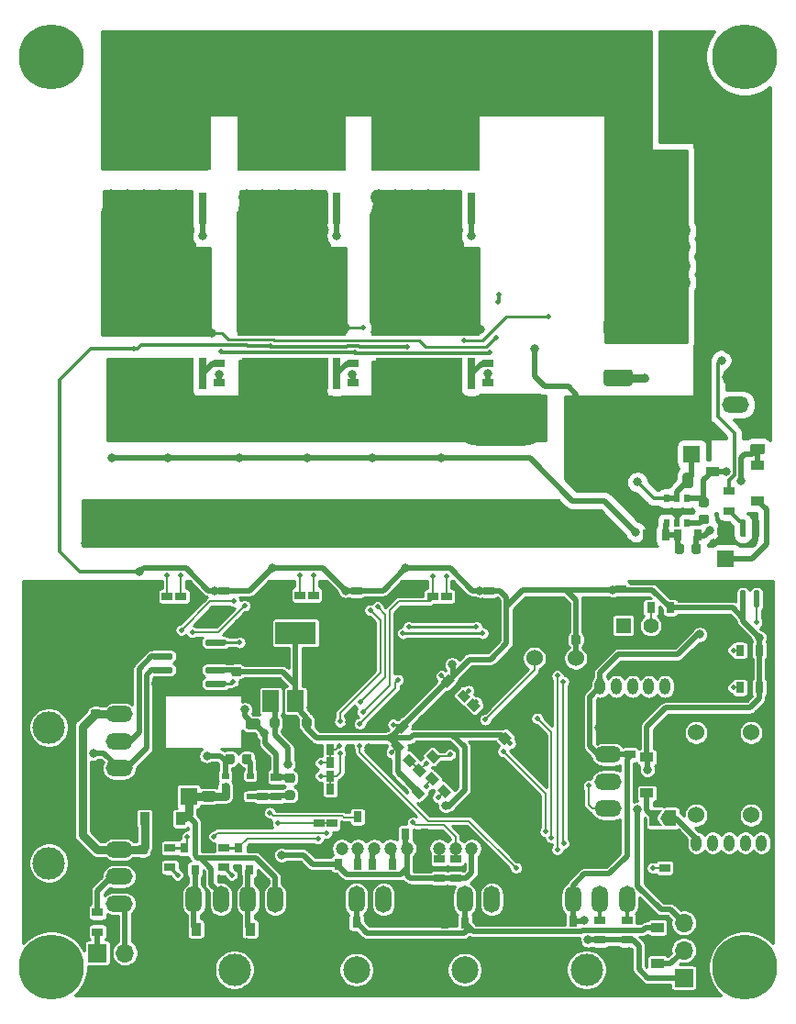
<source format=gbr>
G04 #@! TF.GenerationSoftware,KiCad,Pcbnew,(5.1.6)-1*
G04 #@! TF.CreationDate,2020-11-29T15:09:12+09:00*
G04 #@! TF.ProjectId,CAN_BLDCMD,43414e5f-424c-4444-934d-442e6b696361,rev?*
G04 #@! TF.SameCoordinates,Original*
G04 #@! TF.FileFunction,Copper,L2,Bot*
G04 #@! TF.FilePolarity,Positive*
%FSLAX46Y46*%
G04 Gerber Fmt 4.6, Leading zero omitted, Abs format (unit mm)*
G04 Created by KiCad (PCBNEW (5.1.6)-1) date 2020-11-29 15:09:12*
%MOMM*%
%LPD*%
G01*
G04 APERTURE LIST*
G04 #@! TA.AperFunction,SMDPad,CuDef*
%ADD10R,8.000000X3.000000*%
G04 #@! TD*
G04 #@! TA.AperFunction,SMDPad,CuDef*
%ADD11R,0.800000X3.000000*%
G04 #@! TD*
G04 #@! TA.AperFunction,SMDPad,CuDef*
%ADD12R,10.000000X8.000000*%
G04 #@! TD*
G04 #@! TA.AperFunction,ComponentPad*
%ADD13R,1.600000X1.600000*%
G04 #@! TD*
G04 #@! TA.AperFunction,ComponentPad*
%ADD14C,1.600000*%
G04 #@! TD*
G04 #@! TA.AperFunction,SMDPad,CuDef*
%ADD15R,1.200000X0.900000*%
G04 #@! TD*
G04 #@! TA.AperFunction,SMDPad,CuDef*
%ADD16R,0.900000X1.200000*%
G04 #@! TD*
G04 #@! TA.AperFunction,ComponentPad*
%ADD17O,1.000000X1.524000*%
G04 #@! TD*
G04 #@! TA.AperFunction,ComponentPad*
%ADD18O,2.500000X1.500000*%
G04 #@! TD*
G04 #@! TA.AperFunction,ComponentPad*
%ADD19C,3.000000*%
G04 #@! TD*
G04 #@! TA.AperFunction,ComponentPad*
%ADD20O,1.500000X2.500000*%
G04 #@! TD*
G04 #@! TA.AperFunction,ComponentPad*
%ADD21C,2.500000*%
G04 #@! TD*
G04 #@! TA.AperFunction,ComponentPad*
%ADD22C,6.000000*%
G04 #@! TD*
G04 #@! TA.AperFunction,SMDPad,CuDef*
%ADD23C,0.100000*%
G04 #@! TD*
G04 #@! TA.AperFunction,ComponentPad*
%ADD24R,1.700000X1.700000*%
G04 #@! TD*
G04 #@! TA.AperFunction,ComponentPad*
%ADD25O,1.700000X1.700000*%
G04 #@! TD*
G04 #@! TA.AperFunction,SMDPad,CuDef*
%ADD26R,1.000000X0.800000*%
G04 #@! TD*
G04 #@! TA.AperFunction,SMDPad,CuDef*
%ADD27R,0.800000X1.000000*%
G04 #@! TD*
G04 #@! TA.AperFunction,SMDPad,CuDef*
%ADD28R,0.700000X0.510000*%
G04 #@! TD*
G04 #@! TA.AperFunction,ComponentPad*
%ADD29C,1.524000*%
G04 #@! TD*
G04 #@! TA.AperFunction,ComponentPad*
%ADD30O,8.000000X3.500000*%
G04 #@! TD*
G04 #@! TA.AperFunction,SMDPad,CuDef*
%ADD31R,0.510000X0.700000*%
G04 #@! TD*
G04 #@! TA.AperFunction,ComponentPad*
%ADD32C,5.999480*%
G04 #@! TD*
G04 #@! TA.AperFunction,SMDPad,CuDef*
%ADD33R,0.800000X0.900000*%
G04 #@! TD*
G04 #@! TA.AperFunction,ComponentPad*
%ADD34C,1.200000*%
G04 #@! TD*
G04 #@! TA.AperFunction,ComponentPad*
%ADD35R,1.397000X1.397000*%
G04 #@! TD*
G04 #@! TA.AperFunction,ComponentPad*
%ADD36C,1.397000*%
G04 #@! TD*
G04 #@! TA.AperFunction,SMDPad,CuDef*
%ADD37R,3.800000X2.000000*%
G04 #@! TD*
G04 #@! TA.AperFunction,SMDPad,CuDef*
%ADD38R,1.500000X2.000000*%
G04 #@! TD*
G04 #@! TA.AperFunction,ViaPad*
%ADD39C,6.000000*%
G04 #@! TD*
G04 #@! TA.AperFunction,ViaPad*
%ADD40C,0.800000*%
G04 #@! TD*
G04 #@! TA.AperFunction,ViaPad*
%ADD41C,0.500000*%
G04 #@! TD*
G04 #@! TA.AperFunction,ViaPad*
%ADD42C,1.500000*%
G04 #@! TD*
G04 #@! TA.AperFunction,Conductor*
%ADD43C,0.500000*%
G04 #@! TD*
G04 #@! TA.AperFunction,Conductor*
%ADD44C,0.200000*%
G04 #@! TD*
G04 #@! TA.AperFunction,Conductor*
%ADD45C,0.300000*%
G04 #@! TD*
G04 #@! TA.AperFunction,Conductor*
%ADD46C,0.250000*%
G04 #@! TD*
G04 #@! TA.AperFunction,Conductor*
%ADD47C,0.800000*%
G04 #@! TD*
G04 #@! TA.AperFunction,Conductor*
%ADD48C,0.254000*%
G04 #@! TD*
G04 APERTURE END LIST*
D10*
X185650000Y-86200000D03*
D11*
X190450000Y-86200000D03*
D12*
X186250000Y-78700000D03*
G04 #@! TA.AperFunction,SMDPad,CuDef*
G36*
G01*
X193856250Y-114175000D02*
X193343750Y-114175000D01*
G75*
G02*
X193125000Y-113956250I0J218750D01*
G01*
X193125000Y-113518750D01*
G75*
G02*
X193343750Y-113300000I218750J0D01*
G01*
X193856250Y-113300000D01*
G75*
G02*
X194075000Y-113518750I0J-218750D01*
G01*
X194075000Y-113956250D01*
G75*
G02*
X193856250Y-114175000I-218750J0D01*
G01*
G37*
G04 #@! TD.AperFunction*
G04 #@! TA.AperFunction,SMDPad,CuDef*
G36*
G01*
X193856250Y-112600000D02*
X193343750Y-112600000D01*
G75*
G02*
X193125000Y-112381250I0J218750D01*
G01*
X193125000Y-111943750D01*
G75*
G02*
X193343750Y-111725000I218750J0D01*
G01*
X193856250Y-111725000D01*
G75*
G02*
X194075000Y-111943750I0J-218750D01*
G01*
X194075000Y-112381250D01*
G75*
G02*
X193856250Y-112600000I-218750J0D01*
G01*
G37*
G04 #@! TD.AperFunction*
G04 #@! TA.AperFunction,SMDPad,CuDef*
G36*
G01*
X198243750Y-124700000D02*
X198756250Y-124700000D01*
G75*
G02*
X198975000Y-124918750I0J-218750D01*
G01*
X198975000Y-125356250D01*
G75*
G02*
X198756250Y-125575000I-218750J0D01*
G01*
X198243750Y-125575000D01*
G75*
G02*
X198025000Y-125356250I0J218750D01*
G01*
X198025000Y-124918750D01*
G75*
G02*
X198243750Y-124700000I218750J0D01*
G01*
G37*
G04 #@! TD.AperFunction*
G04 #@! TA.AperFunction,SMDPad,CuDef*
G36*
G01*
X198243750Y-123125000D02*
X198756250Y-123125000D01*
G75*
G02*
X198975000Y-123343750I0J-218750D01*
G01*
X198975000Y-123781250D01*
G75*
G02*
X198756250Y-124000000I-218750J0D01*
G01*
X198243750Y-124000000D01*
G75*
G02*
X198025000Y-123781250I0J218750D01*
G01*
X198025000Y-123343750D01*
G75*
G02*
X198243750Y-123125000I218750J0D01*
G01*
G37*
G04 #@! TD.AperFunction*
G04 #@! TA.AperFunction,SMDPad,CuDef*
G36*
G01*
X192525000Y-122056250D02*
X192525000Y-121543750D01*
G75*
G02*
X192743750Y-121325000I218750J0D01*
G01*
X193181250Y-121325000D01*
G75*
G02*
X193400000Y-121543750I0J-218750D01*
G01*
X193400000Y-122056250D01*
G75*
G02*
X193181250Y-122275000I-218750J0D01*
G01*
X192743750Y-122275000D01*
G75*
G02*
X192525000Y-122056250I0J218750D01*
G01*
G37*
G04 #@! TD.AperFunction*
G04 #@! TA.AperFunction,SMDPad,CuDef*
G36*
G01*
X194100000Y-122056250D02*
X194100000Y-121543750D01*
G75*
G02*
X194318750Y-121325000I218750J0D01*
G01*
X194756250Y-121325000D01*
G75*
G02*
X194975000Y-121543750I0J-218750D01*
G01*
X194975000Y-122056250D01*
G75*
G02*
X194756250Y-122275000I-218750J0D01*
G01*
X194318750Y-122275000D01*
G75*
G02*
X194100000Y-122056250I0J218750D01*
G01*
G37*
G04 #@! TD.AperFunction*
G04 #@! TA.AperFunction,SMDPad,CuDef*
G36*
G01*
X180856250Y-116500000D02*
X180343750Y-116500000D01*
G75*
G02*
X180125000Y-116281250I0J218750D01*
G01*
X180125000Y-115843750D01*
G75*
G02*
X180343750Y-115625000I218750J0D01*
G01*
X180856250Y-115625000D01*
G75*
G02*
X181075000Y-115843750I0J-218750D01*
G01*
X181075000Y-116281250D01*
G75*
G02*
X180856250Y-116500000I-218750J0D01*
G01*
G37*
G04 #@! TD.AperFunction*
G04 #@! TA.AperFunction,SMDPad,CuDef*
G36*
G01*
X180856250Y-118075000D02*
X180343750Y-118075000D01*
G75*
G02*
X180125000Y-117856250I0J218750D01*
G01*
X180125000Y-117418750D01*
G75*
G02*
X180343750Y-117200000I218750J0D01*
G01*
X180856250Y-117200000D01*
G75*
G02*
X181075000Y-117418750I0J-218750D01*
G01*
X181075000Y-117856250D01*
G75*
G02*
X180856250Y-118075000I-218750J0D01*
G01*
G37*
G04 #@! TD.AperFunction*
G04 #@! TA.AperFunction,SMDPad,CuDef*
G36*
G01*
X184643750Y-129725000D02*
X185156250Y-129725000D01*
G75*
G02*
X185375000Y-129943750I0J-218750D01*
G01*
X185375000Y-130381250D01*
G75*
G02*
X185156250Y-130600000I-218750J0D01*
G01*
X184643750Y-130600000D01*
G75*
G02*
X184425000Y-130381250I0J218750D01*
G01*
X184425000Y-129943750D01*
G75*
G02*
X184643750Y-129725000I218750J0D01*
G01*
G37*
G04 #@! TD.AperFunction*
G04 #@! TA.AperFunction,SMDPad,CuDef*
G36*
G01*
X184643750Y-131300000D02*
X185156250Y-131300000D01*
G75*
G02*
X185375000Y-131518750I0J-218750D01*
G01*
X185375000Y-131956250D01*
G75*
G02*
X185156250Y-132175000I-218750J0D01*
G01*
X184643750Y-132175000D01*
G75*
G02*
X184425000Y-131956250I0J218750D01*
G01*
X184425000Y-131518750D01*
G75*
G02*
X184643750Y-131300000I218750J0D01*
G01*
G37*
G04 #@! TD.AperFunction*
G04 #@! TA.AperFunction,SMDPad,CuDef*
G36*
G01*
X191456250Y-123850000D02*
X190543750Y-123850000D01*
G75*
G02*
X190300000Y-123606250I0J243750D01*
G01*
X190300000Y-123118750D01*
G75*
G02*
X190543750Y-122875000I243750J0D01*
G01*
X191456250Y-122875000D01*
G75*
G02*
X191700000Y-123118750I0J-243750D01*
G01*
X191700000Y-123606250D01*
G75*
G02*
X191456250Y-123850000I-243750J0D01*
G01*
G37*
G04 #@! TD.AperFunction*
G04 #@! TA.AperFunction,SMDPad,CuDef*
G36*
G01*
X191456250Y-125725000D02*
X190543750Y-125725000D01*
G75*
G02*
X190300000Y-125481250I0J243750D01*
G01*
X190300000Y-124993750D01*
G75*
G02*
X190543750Y-124750000I243750J0D01*
G01*
X191456250Y-124750000D01*
G75*
G02*
X191700000Y-124993750I0J-243750D01*
G01*
X191700000Y-125481250D01*
G75*
G02*
X191456250Y-125725000I-243750J0D01*
G01*
G37*
G04 #@! TD.AperFunction*
D13*
X189150000Y-125250000D03*
D14*
X189150000Y-122750000D03*
G04 #@! TA.AperFunction,SMDPad,CuDef*
G36*
G01*
X194643750Y-119950000D02*
X195556250Y-119950000D01*
G75*
G02*
X195800000Y-120193750I0J-243750D01*
G01*
X195800000Y-120681250D01*
G75*
G02*
X195556250Y-120925000I-243750J0D01*
G01*
X194643750Y-120925000D01*
G75*
G02*
X194400000Y-120681250I0J243750D01*
G01*
X194400000Y-120193750D01*
G75*
G02*
X194643750Y-119950000I243750J0D01*
G01*
G37*
G04 #@! TD.AperFunction*
G04 #@! TA.AperFunction,SMDPad,CuDef*
G36*
G01*
X194643750Y-118075000D02*
X195556250Y-118075000D01*
G75*
G02*
X195800000Y-118318750I0J-243750D01*
G01*
X195800000Y-118806250D01*
G75*
G02*
X195556250Y-119050000I-243750J0D01*
G01*
X194643750Y-119050000D01*
G75*
G02*
X194400000Y-118806250I0J243750D01*
G01*
X194400000Y-118318750D01*
G75*
G02*
X194643750Y-118075000I243750J0D01*
G01*
G37*
G04 #@! TD.AperFunction*
G04 #@! TA.AperFunction,SMDPad,CuDef*
G36*
G01*
X196675000Y-118706250D02*
X196675000Y-118193750D01*
G75*
G02*
X196893750Y-117975000I218750J0D01*
G01*
X197331250Y-117975000D01*
G75*
G02*
X197550000Y-118193750I0J-218750D01*
G01*
X197550000Y-118706250D01*
G75*
G02*
X197331250Y-118925000I-218750J0D01*
G01*
X196893750Y-118925000D01*
G75*
G02*
X196675000Y-118706250I0J218750D01*
G01*
G37*
G04 #@! TD.AperFunction*
G04 #@! TA.AperFunction,SMDPad,CuDef*
G36*
G01*
X198250000Y-118706250D02*
X198250000Y-118193750D01*
G75*
G02*
X198468750Y-117975000I218750J0D01*
G01*
X198906250Y-117975000D01*
G75*
G02*
X199125000Y-118193750I0J-218750D01*
G01*
X199125000Y-118706250D01*
G75*
G02*
X198906250Y-118925000I-218750J0D01*
G01*
X198468750Y-118925000D01*
G75*
G02*
X198250000Y-118706250I0J218750D01*
G01*
G37*
G04 #@! TD.AperFunction*
G04 #@! TA.AperFunction,SMDPad,CuDef*
G36*
G01*
X201200000Y-118706250D02*
X201200000Y-118193750D01*
G75*
G02*
X201418750Y-117975000I218750J0D01*
G01*
X201856250Y-117975000D01*
G75*
G02*
X202075000Y-118193750I0J-218750D01*
G01*
X202075000Y-118706250D01*
G75*
G02*
X201856250Y-118925000I-218750J0D01*
G01*
X201418750Y-118925000D01*
G75*
G02*
X201200000Y-118706250I0J218750D01*
G01*
G37*
G04 #@! TD.AperFunction*
G04 #@! TA.AperFunction,SMDPad,CuDef*
G36*
G01*
X199625000Y-118706250D02*
X199625000Y-118193750D01*
G75*
G02*
X199843750Y-117975000I218750J0D01*
G01*
X200281250Y-117975000D01*
G75*
G02*
X200500000Y-118193750I0J-218750D01*
G01*
X200500000Y-118706250D01*
G75*
G02*
X200281250Y-118925000I-218750J0D01*
G01*
X199843750Y-118925000D01*
G75*
G02*
X199625000Y-118706250I0J218750D01*
G01*
G37*
G04 #@! TD.AperFunction*
G04 #@! TA.AperFunction,SMDPad,CuDef*
G36*
G01*
X224475000Y-111056250D02*
X224475000Y-110543750D01*
G75*
G02*
X224693750Y-110325000I218750J0D01*
G01*
X225131250Y-110325000D01*
G75*
G02*
X225350000Y-110543750I0J-218750D01*
G01*
X225350000Y-111056250D01*
G75*
G02*
X225131250Y-111275000I-218750J0D01*
G01*
X224693750Y-111275000D01*
G75*
G02*
X224475000Y-111056250I0J218750D01*
G01*
G37*
G04 #@! TD.AperFunction*
G04 #@! TA.AperFunction,SMDPad,CuDef*
G36*
G01*
X226050000Y-111056250D02*
X226050000Y-110543750D01*
G75*
G02*
X226268750Y-110325000I218750J0D01*
G01*
X226706250Y-110325000D01*
G75*
G02*
X226925000Y-110543750I0J-218750D01*
G01*
X226925000Y-111056250D01*
G75*
G02*
X226706250Y-111275000I-218750J0D01*
G01*
X226268750Y-111275000D01*
G75*
G02*
X226050000Y-111056250I0J218750D01*
G01*
G37*
G04 #@! TD.AperFunction*
G04 #@! TA.AperFunction,SMDPad,CuDef*
G36*
G01*
X234025000Y-102656250D02*
X234025000Y-102143750D01*
G75*
G02*
X234243750Y-101925000I218750J0D01*
G01*
X234681250Y-101925000D01*
G75*
G02*
X234900000Y-102143750I0J-218750D01*
G01*
X234900000Y-102656250D01*
G75*
G02*
X234681250Y-102875000I-218750J0D01*
G01*
X234243750Y-102875000D01*
G75*
G02*
X234025000Y-102656250I0J218750D01*
G01*
G37*
G04 #@! TD.AperFunction*
G04 #@! TA.AperFunction,SMDPad,CuDef*
G36*
G01*
X235600000Y-102656250D02*
X235600000Y-102143750D01*
G75*
G02*
X235818750Y-101925000I218750J0D01*
G01*
X236256250Y-101925000D01*
G75*
G02*
X236475000Y-102143750I0J-218750D01*
G01*
X236475000Y-102656250D01*
G75*
G02*
X236256250Y-102875000I-218750J0D01*
G01*
X235818750Y-102875000D01*
G75*
G02*
X235600000Y-102656250I0J218750D01*
G01*
G37*
G04 #@! TD.AperFunction*
G04 #@! TA.AperFunction,SMDPad,CuDef*
G36*
G01*
X236468750Y-99250000D02*
X236981250Y-99250000D01*
G75*
G02*
X237200000Y-99468750I0J-218750D01*
G01*
X237200000Y-99906250D01*
G75*
G02*
X236981250Y-100125000I-218750J0D01*
G01*
X236468750Y-100125000D01*
G75*
G02*
X236250000Y-99906250I0J218750D01*
G01*
X236250000Y-99468750D01*
G75*
G02*
X236468750Y-99250000I218750J0D01*
G01*
G37*
G04 #@! TD.AperFunction*
G04 #@! TA.AperFunction,SMDPad,CuDef*
G36*
G01*
X236468750Y-97675000D02*
X236981250Y-97675000D01*
G75*
G02*
X237200000Y-97893750I0J-218750D01*
G01*
X237200000Y-98331250D01*
G75*
G02*
X236981250Y-98550000I-218750J0D01*
G01*
X236468750Y-98550000D01*
G75*
G02*
X236250000Y-98331250I0J218750D01*
G01*
X236250000Y-97893750D01*
G75*
G02*
X236468750Y-97675000I218750J0D01*
G01*
G37*
G04 #@! TD.AperFunction*
G04 #@! TA.AperFunction,SMDPad,CuDef*
G36*
G01*
X233875000Y-95643750D02*
X233875000Y-96556250D01*
G75*
G02*
X233631250Y-96800000I-243750J0D01*
G01*
X233143750Y-96800000D01*
G75*
G02*
X232900000Y-96556250I0J243750D01*
G01*
X232900000Y-95643750D01*
G75*
G02*
X233143750Y-95400000I243750J0D01*
G01*
X233631250Y-95400000D01*
G75*
G02*
X233875000Y-95643750I0J-243750D01*
G01*
G37*
G04 #@! TD.AperFunction*
G04 #@! TA.AperFunction,SMDPad,CuDef*
G36*
G01*
X235750000Y-95643750D02*
X235750000Y-96556250D01*
G75*
G02*
X235506250Y-96800000I-243750J0D01*
G01*
X235018750Y-96800000D01*
G75*
G02*
X234775000Y-96556250I0J243750D01*
G01*
X234775000Y-95643750D01*
G75*
G02*
X235018750Y-95400000I243750J0D01*
G01*
X235506250Y-95400000D01*
G75*
G02*
X235750000Y-95643750I0J-243750D01*
G01*
G37*
G04 #@! TD.AperFunction*
X229050000Y-60500000D03*
X234050000Y-60500000D03*
D13*
X235625000Y-93675000D03*
D14*
X233125000Y-93675000D03*
G04 #@! TA.AperFunction,SMDPad,CuDef*
G36*
G01*
X234325000Y-83006250D02*
X234325000Y-82093750D01*
G75*
G02*
X234568750Y-81850000I243750J0D01*
G01*
X235056250Y-81850000D01*
G75*
G02*
X235300000Y-82093750I0J-243750D01*
G01*
X235300000Y-83006250D01*
G75*
G02*
X235056250Y-83250000I-243750J0D01*
G01*
X234568750Y-83250000D01*
G75*
G02*
X234325000Y-83006250I0J243750D01*
G01*
G37*
G04 #@! TD.AperFunction*
G04 #@! TA.AperFunction,SMDPad,CuDef*
G36*
G01*
X236200000Y-83006250D02*
X236200000Y-82093750D01*
G75*
G02*
X236443750Y-81850000I243750J0D01*
G01*
X236931250Y-81850000D01*
G75*
G02*
X237175000Y-82093750I0J-243750D01*
G01*
X237175000Y-83006250D01*
G75*
G02*
X236931250Y-83250000I-243750J0D01*
G01*
X236443750Y-83250000D01*
G75*
G02*
X236200000Y-83006250I0J243750D01*
G01*
G37*
G04 #@! TD.AperFunction*
G04 #@! TA.AperFunction,SMDPad,CuDef*
G36*
G01*
X242156250Y-93675000D02*
X241243750Y-93675000D01*
G75*
G02*
X241000000Y-93431250I0J243750D01*
G01*
X241000000Y-92943750D01*
G75*
G02*
X241243750Y-92700000I243750J0D01*
G01*
X242156250Y-92700000D01*
G75*
G02*
X242400000Y-92943750I0J-243750D01*
G01*
X242400000Y-93431250D01*
G75*
G02*
X242156250Y-93675000I-243750J0D01*
G01*
G37*
G04 #@! TD.AperFunction*
G04 #@! TA.AperFunction,SMDPad,CuDef*
G36*
G01*
X242156250Y-91800000D02*
X241243750Y-91800000D01*
G75*
G02*
X241000000Y-91556250I0J243750D01*
G01*
X241000000Y-91068750D01*
G75*
G02*
X241243750Y-90825000I243750J0D01*
G01*
X242156250Y-90825000D01*
G75*
G02*
X242400000Y-91068750I0J-243750D01*
G01*
X242400000Y-91556250D01*
G75*
G02*
X242156250Y-91800000I-243750J0D01*
G01*
G37*
G04 #@! TD.AperFunction*
G04 #@! TA.AperFunction,SMDPad,CuDef*
G36*
G01*
X234125000Y-68756250D02*
X234125000Y-67843750D01*
G75*
G02*
X234368750Y-67600000I243750J0D01*
G01*
X234856250Y-67600000D01*
G75*
G02*
X235100000Y-67843750I0J-243750D01*
G01*
X235100000Y-68756250D01*
G75*
G02*
X234856250Y-69000000I-243750J0D01*
G01*
X234368750Y-69000000D01*
G75*
G02*
X234125000Y-68756250I0J243750D01*
G01*
G37*
G04 #@! TD.AperFunction*
G04 #@! TA.AperFunction,SMDPad,CuDef*
G36*
G01*
X236000000Y-68756250D02*
X236000000Y-67843750D01*
G75*
G02*
X236243750Y-67600000I243750J0D01*
G01*
X236731250Y-67600000D01*
G75*
G02*
X236975000Y-67843750I0J-243750D01*
G01*
X236975000Y-68756250D01*
G75*
G02*
X236731250Y-69000000I-243750J0D01*
G01*
X236243750Y-69000000D01*
G75*
G02*
X236000000Y-68756250I0J243750D01*
G01*
G37*
G04 #@! TD.AperFunction*
X238700000Y-100800000D03*
D13*
X238700000Y-103300000D03*
D15*
X231475000Y-121650000D03*
X231475000Y-124950000D03*
D16*
X185100000Y-127300000D03*
X188400000Y-127300000D03*
D15*
X232450000Y-140650000D03*
X232450000Y-137350000D03*
X237550000Y-95250000D03*
X237550000Y-91950000D03*
X241725000Y-94650000D03*
X241725000Y-97950000D03*
D17*
X234550000Y-129550000D03*
X236050000Y-129550000D03*
X237550000Y-129550000D03*
X239050000Y-129550000D03*
X240550000Y-129550000D03*
X242050000Y-129550000D03*
D18*
X182750000Y-115150000D03*
X182750000Y-117650000D03*
X182750000Y-120150000D03*
X182750000Y-122650000D03*
D19*
X176250000Y-118900000D03*
X176250000Y-131400000D03*
D18*
X182750000Y-135150000D03*
X182750000Y-132650000D03*
X182750000Y-130150000D03*
X182750000Y-127650000D03*
D20*
X222150000Y-134750000D03*
X224650000Y-134750000D03*
X227150000Y-134750000D03*
X229650000Y-134750000D03*
D19*
X225900000Y-141250000D03*
D21*
X204650000Y-141250000D03*
D20*
X207150000Y-134750000D03*
X204650000Y-134750000D03*
X202150000Y-134750000D03*
X212150000Y-134750000D03*
X214650000Y-134750000D03*
X217150000Y-134750000D03*
D21*
X214650000Y-141250000D03*
D18*
X227925000Y-126375000D03*
X227925000Y-123875000D03*
X227925000Y-121375000D03*
X227925000Y-118875000D03*
X239650000Y-86600000D03*
X239650000Y-89100000D03*
D22*
X232050000Y-79550000D03*
X239050000Y-79550000D03*
X239050000Y-71300000D03*
X232050000Y-71300000D03*
G04 #@! TA.AperFunction,SMDPad,CuDef*
D23*
G36*
X231725000Y-126500000D02*
G01*
X232875000Y-126500000D01*
X232375000Y-127250000D01*
X232875000Y-128000000D01*
X231725000Y-128000000D01*
X231725000Y-126500000D01*
G37*
G04 #@! TD.AperFunction*
G04 #@! TA.AperFunction,SMDPad,CuDef*
G36*
X232675000Y-127250000D02*
G01*
X233175000Y-126500000D01*
X234175000Y-126500000D01*
X234175000Y-128000000D01*
X233175000Y-128000000D01*
X232675000Y-127250000D01*
G37*
G04 #@! TD.AperFunction*
D24*
X180750000Y-139700000D03*
D25*
X183290000Y-139700000D03*
D24*
X234875000Y-141990000D03*
D25*
X234875000Y-139450000D03*
X234875000Y-136910000D03*
D10*
X185650000Y-70950000D03*
D11*
X190450000Y-70950000D03*
D12*
X186250000Y-63450000D03*
X198650000Y-63500000D03*
D11*
X202850000Y-71000000D03*
D10*
X198050000Y-71000000D03*
D12*
X198650000Y-78750000D03*
D11*
X202850000Y-86250000D03*
D10*
X198050000Y-86250000D03*
X210450000Y-71000000D03*
D11*
X215250000Y-71000000D03*
D12*
X211050000Y-63500000D03*
X211050000Y-78750000D03*
D11*
X215250000Y-86250000D03*
D10*
X210450000Y-86250000D03*
G04 #@! TA.AperFunction,SMDPad,CuDef*
D23*
G36*
X214634315Y-116622792D02*
G01*
X213927208Y-115915685D01*
X214492893Y-115350000D01*
X215200000Y-116057107D01*
X214634315Y-116622792D01*
G37*
G04 #@! TD.AperFunction*
G04 #@! TA.AperFunction,SMDPad,CuDef*
G36*
X215907107Y-115350000D02*
G01*
X215200000Y-114642893D01*
X215765685Y-114077208D01*
X216472792Y-114784315D01*
X215907107Y-115350000D01*
G37*
G04 #@! TD.AperFunction*
D26*
X197250000Y-125250000D03*
X197250000Y-123450000D03*
X196000000Y-125250000D03*
X196000000Y-123450000D03*
X180750000Y-135950000D03*
X180750000Y-137750000D03*
D27*
X241850000Y-115200000D03*
X240050000Y-115200000D03*
D26*
X229650000Y-138500000D03*
X229650000Y-136700000D03*
D27*
X240050000Y-111775000D03*
X241850000Y-111775000D03*
D26*
X227150000Y-136700000D03*
X227150000Y-138500000D03*
G04 #@! TA.AperFunction,SMDPad,CuDef*
D23*
G36*
X211707107Y-124250000D02*
G01*
X211000000Y-123542893D01*
X211565685Y-122977208D01*
X212272792Y-123684315D01*
X211707107Y-124250000D01*
G37*
G04 #@! TD.AperFunction*
G04 #@! TA.AperFunction,SMDPad,CuDef*
G36*
X210434315Y-125522792D02*
G01*
X209727208Y-124815685D01*
X210292893Y-124250000D01*
X211000000Y-124957107D01*
X210434315Y-125522792D01*
G37*
G04 #@! TD.AperFunction*
D26*
X202400000Y-127750000D03*
X202400000Y-125950000D03*
D27*
X204050000Y-123350000D03*
X202250000Y-123350000D03*
X202250000Y-122150000D03*
X204050000Y-122150000D03*
X204750000Y-127150000D03*
X206550000Y-127150000D03*
D26*
X187200000Y-106800000D03*
X187200000Y-108600000D03*
X199450000Y-106675000D03*
X199450000Y-108475000D03*
X211700000Y-108600000D03*
X211700000Y-106800000D03*
X188450000Y-108600000D03*
X188450000Y-106800000D03*
X200700000Y-108475000D03*
X200700000Y-106675000D03*
X212950000Y-108600000D03*
X212950000Y-106800000D03*
G04 #@! TA.AperFunction,SMDPad,CuDef*
D23*
G36*
X215534315Y-117472792D02*
G01*
X214827208Y-116765685D01*
X215392893Y-116200000D01*
X216100000Y-116907107D01*
X215534315Y-117472792D01*
G37*
G04 #@! TD.AperFunction*
G04 #@! TA.AperFunction,SMDPad,CuDef*
G36*
X216807107Y-116200000D02*
G01*
X216100000Y-115492893D01*
X216665685Y-114927208D01*
X217372792Y-115634315D01*
X216807107Y-116200000D01*
G37*
G04 #@! TD.AperFunction*
G04 #@! TA.AperFunction,SMDPad,CuDef*
G36*
X210392893Y-122200000D02*
G01*
X211100000Y-122907107D01*
X210534315Y-123472792D01*
X209827208Y-122765685D01*
X210392893Y-122200000D01*
G37*
G04 #@! TD.AperFunction*
G04 #@! TA.AperFunction,SMDPad,CuDef*
G36*
X211665685Y-120927208D02*
G01*
X212372792Y-121634315D01*
X211807107Y-122200000D01*
X211100000Y-121492893D01*
X211665685Y-120927208D01*
G37*
G04 #@! TD.AperFunction*
D26*
X239100000Y-98900000D03*
X239100000Y-97100000D03*
X191950000Y-85300000D03*
X191950000Y-87100000D03*
X204325000Y-87100000D03*
X204325000Y-85300000D03*
X216750000Y-87050000D03*
X216750000Y-85250000D03*
D27*
X236150000Y-101150000D03*
X234350000Y-101150000D03*
X231450000Y-101150000D03*
X233250000Y-101150000D03*
G04 #@! TA.AperFunction,SMDPad,CuDef*
G36*
G01*
X192650000Y-110895000D02*
X192650000Y-111195000D01*
G75*
G02*
X192500000Y-111345000I-150000J0D01*
G01*
X190850000Y-111345000D01*
G75*
G02*
X190700000Y-111195000I0J150000D01*
G01*
X190700000Y-110895000D01*
G75*
G02*
X190850000Y-110745000I150000J0D01*
G01*
X192500000Y-110745000D01*
G75*
G02*
X192650000Y-110895000I0J-150000D01*
G01*
G37*
G04 #@! TD.AperFunction*
G04 #@! TA.AperFunction,SMDPad,CuDef*
G36*
G01*
X192650000Y-112165000D02*
X192650000Y-112465000D01*
G75*
G02*
X192500000Y-112615000I-150000J0D01*
G01*
X190850000Y-112615000D01*
G75*
G02*
X190700000Y-112465000I0J150000D01*
G01*
X190700000Y-112165000D01*
G75*
G02*
X190850000Y-112015000I150000J0D01*
G01*
X192500000Y-112015000D01*
G75*
G02*
X192650000Y-112165000I0J-150000D01*
G01*
G37*
G04 #@! TD.AperFunction*
G04 #@! TA.AperFunction,SMDPad,CuDef*
G36*
G01*
X192650000Y-113435000D02*
X192650000Y-113735000D01*
G75*
G02*
X192500000Y-113885000I-150000J0D01*
G01*
X190850000Y-113885000D01*
G75*
G02*
X190700000Y-113735000I0J150000D01*
G01*
X190700000Y-113435000D01*
G75*
G02*
X190850000Y-113285000I150000J0D01*
G01*
X192500000Y-113285000D01*
G75*
G02*
X192650000Y-113435000I0J-150000D01*
G01*
G37*
G04 #@! TD.AperFunction*
G04 #@! TA.AperFunction,SMDPad,CuDef*
G36*
G01*
X192650000Y-114705000D02*
X192650000Y-115005000D01*
G75*
G02*
X192500000Y-115155000I-150000J0D01*
G01*
X190850000Y-115155000D01*
G75*
G02*
X190700000Y-115005000I0J150000D01*
G01*
X190700000Y-114705000D01*
G75*
G02*
X190850000Y-114555000I150000J0D01*
G01*
X192500000Y-114555000D01*
G75*
G02*
X192650000Y-114705000I0J-150000D01*
G01*
G37*
G04 #@! TD.AperFunction*
G04 #@! TA.AperFunction,SMDPad,CuDef*
G36*
G01*
X187700000Y-114705000D02*
X187700000Y-115005000D01*
G75*
G02*
X187550000Y-115155000I-150000J0D01*
G01*
X185900000Y-115155000D01*
G75*
G02*
X185750000Y-115005000I0J150000D01*
G01*
X185750000Y-114705000D01*
G75*
G02*
X185900000Y-114555000I150000J0D01*
G01*
X187550000Y-114555000D01*
G75*
G02*
X187700000Y-114705000I0J-150000D01*
G01*
G37*
G04 #@! TD.AperFunction*
G04 #@! TA.AperFunction,SMDPad,CuDef*
G36*
G01*
X187700000Y-113435000D02*
X187700000Y-113735000D01*
G75*
G02*
X187550000Y-113885000I-150000J0D01*
G01*
X185900000Y-113885000D01*
G75*
G02*
X185750000Y-113735000I0J150000D01*
G01*
X185750000Y-113435000D01*
G75*
G02*
X185900000Y-113285000I150000J0D01*
G01*
X187550000Y-113285000D01*
G75*
G02*
X187700000Y-113435000I0J-150000D01*
G01*
G37*
G04 #@! TD.AperFunction*
G04 #@! TA.AperFunction,SMDPad,CuDef*
G36*
G01*
X187700000Y-112165000D02*
X187700000Y-112465000D01*
G75*
G02*
X187550000Y-112615000I-150000J0D01*
G01*
X185900000Y-112615000D01*
G75*
G02*
X185750000Y-112465000I0J150000D01*
G01*
X185750000Y-112165000D01*
G75*
G02*
X185900000Y-112015000I150000J0D01*
G01*
X187550000Y-112015000D01*
G75*
G02*
X187700000Y-112165000I0J-150000D01*
G01*
G37*
G04 #@! TD.AperFunction*
G04 #@! TA.AperFunction,SMDPad,CuDef*
G36*
G01*
X187700000Y-110895000D02*
X187700000Y-111195000D01*
G75*
G02*
X187550000Y-111345000I-150000J0D01*
G01*
X185900000Y-111345000D01*
G75*
G02*
X185750000Y-111195000I0J150000D01*
G01*
X185750000Y-110895000D01*
G75*
G02*
X185900000Y-110745000I150000J0D01*
G01*
X187550000Y-110745000D01*
G75*
G02*
X187700000Y-110895000I0J-150000D01*
G01*
G37*
G04 #@! TD.AperFunction*
D28*
X194860000Y-123350000D03*
X194860000Y-124300000D03*
X194860000Y-125250000D03*
X192540000Y-125250000D03*
X192540000Y-124300000D03*
X192540000Y-123350000D03*
D29*
X236010000Y-126960000D03*
X238550000Y-126960000D03*
X241090000Y-126960000D03*
X241090000Y-119340000D03*
X238550000Y-119340000D03*
X236010000Y-119340000D03*
G04 #@! TA.AperFunction,SMDPad,CuDef*
G36*
G01*
X240202500Y-99725000D02*
X240477500Y-99725000D01*
G75*
G02*
X240615000Y-99862500I0J-137500D01*
G01*
X240615000Y-101187500D01*
G75*
G02*
X240477500Y-101325000I-137500J0D01*
G01*
X240202500Y-101325000D01*
G75*
G02*
X240065000Y-101187500I0J137500D01*
G01*
X240065000Y-99862500D01*
G75*
G02*
X240202500Y-99725000I137500J0D01*
G01*
G37*
G04 #@! TD.AperFunction*
G04 #@! TA.AperFunction,SMDPad,CuDef*
G36*
G01*
X241472500Y-99725000D02*
X241747500Y-99725000D01*
G75*
G02*
X241885000Y-99862500I0J-137500D01*
G01*
X241885000Y-101187500D01*
G75*
G02*
X241747500Y-101325000I-137500J0D01*
G01*
X241472500Y-101325000D01*
G75*
G02*
X241335000Y-101187500I0J137500D01*
G01*
X241335000Y-99862500D01*
G75*
G02*
X241472500Y-99725000I137500J0D01*
G01*
G37*
G04 #@! TD.AperFunction*
G04 #@! TA.AperFunction,SMDPad,CuDef*
G36*
G01*
X241472500Y-106225000D02*
X241747500Y-106225000D01*
G75*
G02*
X241885000Y-106362500I0J-137500D01*
G01*
X241885000Y-107687500D01*
G75*
G02*
X241747500Y-107825000I-137500J0D01*
G01*
X241472500Y-107825000D01*
G75*
G02*
X241335000Y-107687500I0J137500D01*
G01*
X241335000Y-106362500D01*
G75*
G02*
X241472500Y-106225000I137500J0D01*
G01*
G37*
G04 #@! TD.AperFunction*
G04 #@! TA.AperFunction,SMDPad,CuDef*
G36*
G01*
X240202500Y-106225000D02*
X240477500Y-106225000D01*
G75*
G02*
X240615000Y-106362500I0J-137500D01*
G01*
X240615000Y-107687500D01*
G75*
G02*
X240477500Y-107825000I-137500J0D01*
G01*
X240202500Y-107825000D01*
G75*
G02*
X240065000Y-107687500I0J137500D01*
G01*
X240065000Y-106362500D01*
G75*
G02*
X240202500Y-106225000I137500J0D01*
G01*
G37*
G04 #@! TD.AperFunction*
X224910000Y-112500000D03*
X223000000Y-112500000D03*
X221090000Y-112500000D03*
D30*
X218000000Y-91100000D03*
X228000000Y-91100000D03*
D31*
X235175000Y-97740000D03*
X234225000Y-97740000D03*
X233275000Y-97740000D03*
X233275000Y-100060000D03*
X234225000Y-100060000D03*
X235175000Y-100060000D03*
D32*
X186500000Y-73700000D03*
X198650000Y-73750000D03*
X211050000Y-73750000D03*
D20*
X189650000Y-134750000D03*
X192150000Y-134750000D03*
X194650000Y-134750000D03*
X197150000Y-134750000D03*
D19*
X193400000Y-141250000D03*
D27*
X204800000Y-131500000D03*
X203000000Y-131500000D03*
X207950000Y-131500000D03*
X206150000Y-131500000D03*
X209150000Y-128700000D03*
X210950000Y-128700000D03*
D16*
X193150000Y-137500000D03*
X189850000Y-137500000D03*
X194850000Y-137500000D03*
X198150000Y-137500000D03*
D33*
X188800000Y-130000000D03*
X190700000Y-130000000D03*
X189750000Y-132000000D03*
X194750000Y-132000000D03*
X195700000Y-130000000D03*
X193800000Y-130000000D03*
D26*
X213800000Y-132800000D03*
X213800000Y-131000000D03*
X212300000Y-132800000D03*
X212300000Y-131000000D03*
D34*
X215300000Y-130050000D03*
X213800000Y-130050000D03*
X212300000Y-130050000D03*
X210800000Y-130050000D03*
X209300000Y-130050000D03*
X207800000Y-130050000D03*
X206300000Y-130050000D03*
X204800000Y-130050000D03*
X203300000Y-130050000D03*
D26*
X233100000Y-133650000D03*
X233100000Y-131850000D03*
X187450000Y-131800000D03*
X187450000Y-130000000D03*
X192450000Y-130000000D03*
X192450000Y-131800000D03*
D17*
X234650000Y-115100000D03*
X233150000Y-115100000D03*
X231650000Y-115100000D03*
X230150000Y-115100000D03*
X228650000Y-115100000D03*
X227150000Y-115100000D03*
D27*
X233625000Y-107825000D03*
X231825000Y-107825000D03*
D35*
X229285000Y-109475000D03*
D36*
X231825000Y-109475000D03*
X234365000Y-109475000D03*
G04 #@! TA.AperFunction,SMDPad,CuDef*
G36*
G01*
X229885001Y-87380000D02*
X227734999Y-87380000D01*
G75*
G02*
X227485000Y-87130001I0J249999D01*
G01*
X227485000Y-86104999D01*
G75*
G02*
X227734999Y-85855000I249999J0D01*
G01*
X229885001Y-85855000D01*
G75*
G02*
X230135000Y-86104999I0J-249999D01*
G01*
X230135000Y-87130001D01*
G75*
G02*
X229885001Y-87380000I-249999J0D01*
G01*
G37*
G04 #@! TD.AperFunction*
G04 #@! TA.AperFunction,SMDPad,CuDef*
G36*
G01*
X229885001Y-82705000D02*
X227734999Y-82705000D01*
G75*
G02*
X227485000Y-82455001I0J249999D01*
G01*
X227485000Y-81429999D01*
G75*
G02*
X227734999Y-81180000I249999J0D01*
G01*
X229885001Y-81180000D01*
G75*
G02*
X230135000Y-81429999I0J-249999D01*
G01*
X230135000Y-82455001D01*
G75*
G02*
X229885001Y-82705000I-249999J0D01*
G01*
G37*
G04 #@! TD.AperFunction*
G04 #@! TA.AperFunction,SMDPad,CuDef*
D23*
G36*
X207142893Y-121250000D02*
G01*
X207850000Y-121957107D01*
X207284315Y-122522792D01*
X206577208Y-121815685D01*
X207142893Y-121250000D01*
G37*
G04 #@! TD.AperFunction*
G04 #@! TA.AperFunction,SMDPad,CuDef*
G36*
X208415685Y-119977208D02*
G01*
X209122792Y-120684315D01*
X208557107Y-121250000D01*
X207850000Y-120542893D01*
X208415685Y-119977208D01*
G37*
G04 #@! TD.AperFunction*
G04 #@! TA.AperFunction,SMDPad,CuDef*
G36*
X219000000Y-121207107D02*
G01*
X219707107Y-120500000D01*
X220272792Y-121065685D01*
X219565685Y-121772792D01*
X219000000Y-121207107D01*
G37*
G04 #@! TD.AperFunction*
G04 #@! TA.AperFunction,SMDPad,CuDef*
G36*
X217727208Y-119934315D02*
G01*
X218434315Y-119227208D01*
X219000000Y-119792893D01*
X218292893Y-120500000D01*
X217727208Y-119934315D01*
G37*
G04 #@! TD.AperFunction*
G04 #@! TA.AperFunction,SMDPad,CuDef*
G36*
X209472792Y-118765685D02*
G01*
X208765685Y-119472792D01*
X208200000Y-118907107D01*
X208907107Y-118200000D01*
X209472792Y-118765685D01*
G37*
G04 #@! TD.AperFunction*
G04 #@! TA.AperFunction,SMDPad,CuDef*
G36*
X208200000Y-117492893D02*
G01*
X207492893Y-118200000D01*
X206927208Y-117634315D01*
X207634315Y-116927208D01*
X208200000Y-117492893D01*
G37*
G04 #@! TD.AperFunction*
G04 #@! TA.AperFunction,SMDPad,CuDef*
G36*
X212715685Y-124127208D02*
G01*
X213422792Y-124834315D01*
X212857107Y-125400000D01*
X212150000Y-124692893D01*
X212715685Y-124127208D01*
G37*
G04 #@! TD.AperFunction*
G04 #@! TA.AperFunction,SMDPad,CuDef*
G36*
X211442893Y-125400000D02*
G01*
X212150000Y-126107107D01*
X211584315Y-126672792D01*
X210877208Y-125965685D01*
X211442893Y-125400000D01*
G37*
G04 #@! TD.AperFunction*
G04 #@! TA.AperFunction,SMDPad,CuDef*
G36*
X212450000Y-113242893D02*
G01*
X211742893Y-113950000D01*
X211177208Y-113384315D01*
X211884315Y-112677208D01*
X212450000Y-113242893D01*
G37*
G04 #@! TD.AperFunction*
G04 #@! TA.AperFunction,SMDPad,CuDef*
G36*
X213722792Y-114515685D02*
G01*
X213015685Y-115222792D01*
X212450000Y-114657107D01*
X213157107Y-113950000D01*
X213722792Y-114515685D01*
G37*
G04 #@! TD.AperFunction*
D27*
X222850000Y-136750000D03*
X224650000Y-136750000D03*
X202850000Y-136875000D03*
X204650000Y-136875000D03*
X212850000Y-136900000D03*
X214650000Y-136900000D03*
D26*
X229900000Y-121400000D03*
X229900000Y-119600000D03*
X201200000Y-125950000D03*
X201200000Y-127750000D03*
D27*
X202250000Y-124550000D03*
X204050000Y-124550000D03*
X202250000Y-120950000D03*
X204050000Y-120950000D03*
D26*
X229050000Y-106100000D03*
X229050000Y-107900000D03*
G04 #@! TA.AperFunction,SMDPad,CuDef*
D23*
G36*
X209492893Y-121300000D02*
G01*
X210200000Y-122007107D01*
X209634315Y-122572792D01*
X208927208Y-121865685D01*
X209492893Y-121300000D01*
G37*
G04 #@! TD.AperFunction*
G04 #@! TA.AperFunction,SMDPad,CuDef*
G36*
X210765685Y-120027208D02*
G01*
X211472792Y-120734315D01*
X210907107Y-121300000D01*
X210200000Y-120592893D01*
X210765685Y-120027208D01*
G37*
G04 #@! TD.AperFunction*
D37*
X199050000Y-110150000D03*
D38*
X199050000Y-116450000D03*
X196750000Y-116450000D03*
X201350000Y-116450000D03*
D26*
X192400000Y-106250000D03*
X192400000Y-108050000D03*
X204650000Y-108050000D03*
X204650000Y-106250000D03*
X216900000Y-106250000D03*
X216900000Y-108050000D03*
D39*
X240500000Y-57000000D03*
X176500000Y-57000000D03*
X240500000Y-141000000D03*
X176500000Y-141000000D03*
D40*
X217600000Y-107300000D03*
X208850000Y-108100000D03*
X198150000Y-106200000D03*
X223750000Y-108000000D03*
X226000000Y-108000000D03*
X230750000Y-108000000D03*
X233250000Y-105750000D03*
X236250000Y-105750000D03*
X239250000Y-105750000D03*
X242750000Y-105750000D03*
X242750000Y-109750000D03*
X242750000Y-113000000D03*
X242750000Y-116500000D03*
X242750000Y-119250000D03*
X242750000Y-121750000D03*
X242750000Y-124000000D03*
X242750000Y-126250000D03*
X242750000Y-128250000D03*
X242750000Y-130750000D03*
X242750000Y-132750000D03*
X242750000Y-135500000D03*
X242750000Y-137750000D03*
X240500000Y-137250000D03*
X238250000Y-138000000D03*
X236750000Y-140000000D03*
X237250000Y-143000000D03*
X232750000Y-143000000D03*
X222750000Y-143000000D03*
X227250000Y-143000000D03*
X218500000Y-143000000D03*
X213750000Y-143000000D03*
X209000000Y-143000000D03*
X205500000Y-143000000D03*
X201500000Y-143000000D03*
X197750000Y-143000000D03*
X194500000Y-143000000D03*
X190500000Y-143000000D03*
X186750000Y-143000000D03*
X183250000Y-143000000D03*
X180000000Y-143000000D03*
X179250000Y-138250000D03*
X174500000Y-137750000D03*
X174500000Y-134250000D03*
X174500000Y-129500000D03*
X174500000Y-125750000D03*
X174500000Y-122250000D03*
X174500000Y-117250000D03*
X174500000Y-112750000D03*
X174500000Y-109250000D03*
X174500000Y-105750000D03*
X177500000Y-105750000D03*
X180250000Y-105750000D03*
X181250000Y-109000000D03*
X183000000Y-110250000D03*
X195250000Y-111250000D03*
X202000000Y-109250000D03*
X205800000Y-120750000D03*
X205750000Y-119000000D03*
X209966262Y-120746344D03*
X210500000Y-118600000D03*
X213100000Y-115900000D03*
D41*
X216960000Y-113380000D03*
D40*
X217450000Y-109950000D03*
X219670000Y-109950000D03*
X227700000Y-109800000D03*
X236200000Y-108800000D03*
X238900000Y-108800000D03*
X223950000Y-109900000D03*
X208900000Y-112000000D03*
D41*
X210800000Y-108950000D03*
X198600000Y-129800000D03*
X194900000Y-129800000D03*
D40*
X201300000Y-130300000D03*
X198550000Y-134700000D03*
X201500000Y-137750000D03*
X209050000Y-135700000D03*
X209050000Y-133700000D03*
X218900000Y-135700000D03*
X218900000Y-133500000D03*
X214850000Y-111050000D03*
X212050000Y-111100000D03*
X222450000Y-118050000D03*
X220050000Y-119850000D03*
X224600000Y-123450000D03*
X224600000Y-121400000D03*
X224600000Y-126150000D03*
X220900000Y-126150000D03*
X225100000Y-131000000D03*
X220050000Y-131000000D03*
X217600000Y-126150000D03*
X220050000Y-128300000D03*
X215850000Y-133100000D03*
X231450000Y-136150000D03*
X231650000Y-133100000D03*
D41*
X234050000Y-132450000D03*
D40*
X239050000Y-132800000D03*
X234850000Y-135250000D03*
X232400000Y-139050000D03*
X229800000Y-139600000D03*
X232550000Y-119300000D03*
X233050000Y-125100000D03*
X237650000Y-125150000D03*
X191250000Y-109250000D03*
X193750000Y-109250000D03*
X196500000Y-109500000D03*
X183000000Y-108000000D03*
X186250000Y-108000000D03*
X188250000Y-115250000D03*
X187600000Y-125950000D03*
X187600000Y-121550000D03*
X192200000Y-126850000D03*
X193700000Y-122900000D03*
X198250000Y-126300000D03*
X205900000Y-124100000D03*
X203600000Y-126250000D03*
X199310000Y-119490000D03*
X200400000Y-122750000D03*
X204000000Y-118400000D03*
X195370000Y-116980000D03*
X202410000Y-118960000D03*
D41*
X200290000Y-117000000D03*
D40*
X218500000Y-139000000D03*
X222750000Y-139000000D03*
X213750000Y-139000000D03*
X209000000Y-139000000D03*
X205500000Y-139000000D03*
X197750000Y-138750000D03*
X194500000Y-138750000D03*
X190500000Y-138750000D03*
X186750000Y-138750000D03*
X184500000Y-134000000D03*
X184500000Y-137500000D03*
X182250000Y-124500000D03*
X185750000Y-124500000D03*
X187250000Y-128250000D03*
D41*
X190750000Y-128300000D03*
X186100000Y-116000000D03*
X186100000Y-120800000D03*
D40*
X178600000Y-108800000D03*
X177500000Y-112750000D03*
X182450000Y-112750000D03*
X178400000Y-117300000D03*
X178200000Y-122250000D03*
X178200000Y-125750000D03*
X178200000Y-129500000D03*
X179650000Y-133700000D03*
X182150000Y-136650000D03*
X182150000Y-138350000D03*
X186750000Y-134000000D03*
X186300000Y-131950000D03*
X237650000Y-122100000D03*
X239150000Y-116100000D03*
X237150000Y-114000000D03*
X240900000Y-114000000D03*
D41*
X233850000Y-116250000D03*
D40*
X213700000Y-124100000D03*
X212500000Y-120550000D03*
X215100000Y-118350000D03*
X217550000Y-118600000D03*
X217250000Y-121150000D03*
X215650000Y-123250000D03*
X215650000Y-120550000D03*
X221900000Y-119850000D03*
X227500000Y-111950000D03*
X237000000Y-111950000D03*
X241850000Y-110575000D03*
X228325000Y-106225000D03*
X207809188Y-119863604D03*
X184650000Y-104500000D03*
X191600000Y-106250000D03*
X196900000Y-104150000D03*
X203650000Y-106250000D03*
X209150000Y-104200000D03*
X216050000Y-106250000D03*
D41*
X207900000Y-121200000D03*
X212500000Y-114100000D03*
D40*
X213500000Y-113100000D03*
X212900000Y-126100000D03*
X197750000Y-130650000D03*
D41*
X218834883Y-120373820D03*
D40*
X230625000Y-126448580D03*
X231500000Y-122800000D03*
D41*
X209325000Y-83750000D03*
X184100000Y-83975000D03*
X196700000Y-83678316D03*
X208055076Y-118611400D03*
D40*
X196100000Y-119400000D03*
X194350000Y-117250000D03*
X190850000Y-121500000D03*
D41*
X189750000Y-130710002D03*
X212200000Y-125350000D03*
D40*
X198350000Y-122300000D03*
X225659763Y-136725000D03*
X226050000Y-138500000D03*
X236350000Y-110300000D03*
D41*
X197400000Y-127700000D03*
X202400000Y-127700000D03*
X201350000Y-123350000D03*
X203150000Y-121300000D03*
X188499990Y-109900010D03*
X193350000Y-107250000D03*
X201350000Y-122150000D03*
X203100000Y-120563604D03*
X205942108Y-108064290D03*
X203140000Y-118350000D03*
X204763909Y-127163909D03*
X196650000Y-126750000D03*
D42*
X185000000Y-71500000D03*
X186500000Y-71500000D03*
X188000000Y-71500000D03*
X188000000Y-70000000D03*
X186500000Y-70000000D03*
X185000000Y-70000000D03*
X188000000Y-76000000D03*
X188000000Y-77500000D03*
X188000000Y-79000000D03*
X188000000Y-80500000D03*
X186500000Y-80500000D03*
X186500000Y-77500000D03*
X186500000Y-76000000D03*
X185000000Y-76000000D03*
X185000000Y-77500000D03*
X185000000Y-79000000D03*
X185000000Y-80500000D03*
X183500000Y-80500000D03*
X183500000Y-79000000D03*
X183500000Y-77500000D03*
X183500000Y-76000000D03*
X183500000Y-71500000D03*
X183500000Y-70000000D03*
X182000000Y-70000000D03*
X182000000Y-71500000D03*
X182000000Y-76000000D03*
X182000000Y-77500000D03*
X182000000Y-79000000D03*
X182000000Y-80500000D03*
X182000000Y-82000000D03*
X183500000Y-82000000D03*
X185000000Y-82000000D03*
X186500000Y-82000000D03*
X188000000Y-82000000D03*
X182000000Y-74500000D03*
X182000000Y-73000000D03*
X183500000Y-73000000D03*
X183500000Y-74500000D03*
X188000000Y-74500000D03*
X188000000Y-73000000D03*
D40*
X191300001Y-82499999D03*
D42*
X186500000Y-79000000D03*
D41*
X217550000Y-82950000D03*
D42*
X239250000Y-82300000D03*
X242250000Y-76300000D03*
X240750000Y-76300000D03*
X239250000Y-76300000D03*
X242250000Y-77800000D03*
X239250000Y-74550000D03*
X240750000Y-74550000D03*
X242250000Y-74550000D03*
X242250000Y-73050000D03*
X240750000Y-83800000D03*
X242250000Y-83800000D03*
X242250000Y-82300000D03*
X242250000Y-80800000D03*
X242250000Y-79300000D03*
X239250000Y-83800000D03*
X240750000Y-82300000D03*
D40*
X223950000Y-99100000D03*
X219000000Y-98250000D03*
X217000000Y-98250000D03*
X216500000Y-101750000D03*
X218000000Y-101750000D03*
X204250000Y-101750000D03*
X191900000Y-101800000D03*
X179650000Y-101850000D03*
X180900000Y-101850000D03*
X241250000Y-101850000D03*
X237600000Y-101850000D03*
X232050000Y-101850000D03*
X232550000Y-90900000D03*
X229050000Y-101750000D03*
X224950000Y-88700000D03*
X221100000Y-83900000D03*
D42*
X200500000Y-76000000D03*
X200500000Y-77500000D03*
X200500000Y-79000000D03*
X200500000Y-80500000D03*
X200500000Y-82000000D03*
X199000000Y-82000000D03*
X199000000Y-80500000D03*
X199000000Y-77500000D03*
X199000000Y-76000000D03*
X197500000Y-76000000D03*
X197500000Y-77500000D03*
X197500000Y-79000000D03*
X197500000Y-80500000D03*
X197500000Y-82000000D03*
X196000000Y-82000000D03*
X196000000Y-80500000D03*
X196000000Y-79000000D03*
X196000000Y-77500000D03*
X196000000Y-76000000D03*
X194500000Y-82000000D03*
X194500000Y-80500000D03*
X194500000Y-79000000D03*
X194500000Y-77500000D03*
X194500000Y-76000000D03*
X196000000Y-74500000D03*
X196000000Y-73000000D03*
X194500000Y-71500000D03*
X196000000Y-71500000D03*
X197500000Y-71500000D03*
X199000000Y-71500000D03*
X200500000Y-71500000D03*
X200500000Y-70000000D03*
X199000000Y-70000000D03*
X197500000Y-70000000D03*
X196000000Y-70000000D03*
X194500000Y-70000000D03*
X194500000Y-73000000D03*
X194500000Y-74500000D03*
X200500000Y-73000000D03*
X200500000Y-74500000D03*
X199000000Y-79000000D03*
D40*
X203700000Y-81975000D03*
D41*
X214550000Y-83200002D03*
X205250000Y-81975000D03*
X222400000Y-80950000D03*
D42*
X212750000Y-76000000D03*
X211250000Y-76000000D03*
X209750000Y-76000000D03*
X208250000Y-76000000D03*
X208250000Y-74500000D03*
X208250000Y-73000000D03*
X208250000Y-71500000D03*
X209750000Y-71500000D03*
X211250000Y-71500000D03*
X212750000Y-71500000D03*
X212750000Y-70000000D03*
X211250000Y-70000000D03*
X209750000Y-70000000D03*
X208250000Y-70000000D03*
X206750000Y-70000000D03*
X206750000Y-71500000D03*
X206750000Y-76000000D03*
X206750000Y-77500000D03*
X206750000Y-79000000D03*
X206750000Y-80500000D03*
X208250000Y-80500000D03*
X208250000Y-79000000D03*
X208250000Y-77500000D03*
X209750000Y-77500000D03*
X209750000Y-79000000D03*
X209750000Y-80500000D03*
X211250000Y-80500000D03*
X211250000Y-77500000D03*
X212750000Y-77500000D03*
X212750000Y-79000000D03*
X212750000Y-80500000D03*
X206750000Y-74500000D03*
X206750000Y-73000000D03*
X212750000Y-73000000D03*
X212750000Y-74500000D03*
X211250000Y-79000000D03*
D40*
X216100000Y-82200000D03*
X240175000Y-96150000D03*
X237276041Y-100673959D03*
X238800000Y-95250000D03*
X231272500Y-86617500D03*
X230600000Y-96237500D03*
D42*
X190000000Y-66500000D03*
X188500000Y-66500000D03*
X187000000Y-66500000D03*
X185500000Y-66500000D03*
X182500000Y-66500000D03*
X234750000Y-76300000D03*
X233250000Y-76300000D03*
X234750000Y-77800000D03*
X234750000Y-74550000D03*
X234750000Y-73050000D03*
X233250000Y-74550000D03*
X231750000Y-76300000D03*
X231750000Y-74550000D03*
X231750000Y-68050000D03*
X233250000Y-68050000D03*
X233250000Y-66550000D03*
X231750000Y-66550000D03*
X182500000Y-65000000D03*
X185500000Y-65000000D03*
X184000000Y-65000000D03*
X188500000Y-65000000D03*
X187000000Y-65000000D03*
X190000000Y-65000000D03*
X190000000Y-63500000D03*
X184000000Y-63500000D03*
X188500000Y-63500000D03*
X185500000Y-63500000D03*
X187000000Y-63500000D03*
X182500000Y-63500000D03*
X182500000Y-62000000D03*
X185500000Y-62000000D03*
X190000000Y-62000000D03*
X184000000Y-62000000D03*
X188500000Y-62000000D03*
X187000000Y-62000000D03*
X188500000Y-60500000D03*
X184000000Y-60500000D03*
X182500000Y-60500000D03*
X190000000Y-60500000D03*
X187000000Y-60500000D03*
X185500000Y-60500000D03*
X195000000Y-66500000D03*
X195000000Y-63500000D03*
X202500000Y-65000000D03*
X198000000Y-63500000D03*
X201000000Y-62000000D03*
X196500000Y-65000000D03*
X196500000Y-62000000D03*
X195000000Y-62000000D03*
X202500000Y-63500000D03*
X196500000Y-63500000D03*
X202500000Y-62000000D03*
X199500000Y-62000000D03*
X201000000Y-65000000D03*
X201000000Y-63500000D03*
X199500000Y-63500000D03*
X198000000Y-65000000D03*
X199500000Y-65000000D03*
X195000000Y-65000000D03*
X198000000Y-62000000D03*
X198000000Y-60500000D03*
X202500000Y-60500000D03*
X201000000Y-60500000D03*
X196500000Y-60500000D03*
X195000000Y-60500000D03*
X199500000Y-60500000D03*
X198000000Y-66500000D03*
X196500000Y-66500000D03*
X201000000Y-66500000D03*
X199500000Y-66500000D03*
X202500000Y-66500000D03*
X207250000Y-66500000D03*
X213250000Y-66500000D03*
X214750000Y-66500000D03*
X214750000Y-62000000D03*
X211750000Y-66500000D03*
X210250000Y-60500000D03*
X208750000Y-63500000D03*
X214750000Y-65000000D03*
X213250000Y-62000000D03*
X211750000Y-65000000D03*
X208750000Y-65000000D03*
X214750000Y-60500000D03*
X207250000Y-60500000D03*
X207250000Y-63500000D03*
X214750000Y-63500000D03*
X207250000Y-65000000D03*
X211750000Y-62000000D03*
X208750000Y-62000000D03*
X207250000Y-62000000D03*
X213250000Y-65000000D03*
X208750000Y-60500000D03*
X210250000Y-65000000D03*
X211750000Y-60500000D03*
X210250000Y-66500000D03*
X211750000Y-63500000D03*
X208750000Y-66500000D03*
X213250000Y-63500000D03*
X210250000Y-63500000D03*
X213250000Y-60500000D03*
X210250000Y-62000000D03*
D40*
X238350000Y-85000000D03*
D42*
X184000000Y-66500000D03*
D41*
X221350000Y-118050000D03*
X222650000Y-129050000D03*
X218200000Y-121100000D03*
X222100000Y-128500000D03*
X232000000Y-131850000D03*
X208488719Y-114493287D03*
X204950000Y-118550000D03*
X219400000Y-131850000D03*
X204950000Y-120563604D03*
D40*
X180356091Y-121250188D03*
D41*
X226100000Y-124275000D03*
D40*
X190450000Y-73550000D03*
X202850000Y-73500000D03*
X215250000Y-73500000D03*
D41*
X215000000Y-115500000D03*
X223750000Y-114650000D03*
X223782437Y-129600000D03*
X223200000Y-114100000D03*
X223200000Y-130150000D03*
X239450000Y-115200000D03*
X239450000Y-111750000D03*
X211100000Y-124300000D03*
X211700000Y-104900000D03*
X199425000Y-104850000D03*
X187175000Y-104850000D03*
X205237994Y-117462006D03*
X188425000Y-104850000D03*
X200700000Y-104850000D03*
X212950000Y-104900000D03*
X241600000Y-109200000D03*
X215718908Y-116540952D03*
X213300000Y-121400000D03*
X216550000Y-118150000D03*
D40*
X191950000Y-86300000D03*
X204300000Y-86300002D03*
X216750000Y-86250002D03*
X187250000Y-94050000D03*
X182100000Y-94050000D03*
X193850000Y-94050000D03*
X200150000Y-94050000D03*
X206100000Y-94050000D03*
X212450000Y-94050000D03*
X230449998Y-100850000D03*
D41*
X216300000Y-110200000D03*
X208950000Y-110200000D03*
X193875000Y-111050000D03*
X215700000Y-109600000D03*
X209500000Y-109600000D03*
X193250002Y-114650000D03*
X194350000Y-107650000D03*
X189500000Y-110100000D03*
X206600000Y-107750000D03*
X205000000Y-116550000D03*
X189050000Y-128950000D03*
X201900000Y-128600000D03*
X191500000Y-128950000D03*
X201100000Y-129150000D03*
X209862248Y-127650000D03*
X188150000Y-132500000D03*
X193150000Y-132500000D03*
X211100000Y-122200000D03*
X204550000Y-84278316D03*
X192150000Y-84200000D03*
X217000000Y-84250000D03*
X217700000Y-79650000D03*
X217850000Y-78950000D03*
D43*
X199050000Y-111650000D02*
X199050000Y-116450000D01*
X199050000Y-110150000D02*
X199050000Y-111650000D01*
X200062500Y-117975000D02*
X199550000Y-117462500D01*
X200062500Y-118450000D02*
X200062500Y-117975000D01*
X199550000Y-116950000D02*
X199050000Y-116450000D01*
X199550000Y-117462500D02*
X199550000Y-116950000D01*
X193447500Y-113585000D02*
X193600000Y-113737500D01*
X191675000Y-113585000D02*
X193447500Y-113585000D01*
X194075000Y-113737500D02*
X193600000Y-113737500D01*
X197837500Y-113737500D02*
X194075000Y-113737500D01*
X199050000Y-114950000D02*
X197837500Y-113737500D01*
X199050000Y-116450000D02*
X199050000Y-114950000D01*
X241850000Y-115200000D02*
X241850000Y-111775000D01*
X241850000Y-111775000D02*
X241850000Y-110575000D01*
X240340000Y-109065000D02*
X240340000Y-107025000D01*
X241850000Y-110575000D02*
X240340000Y-109065000D01*
X240340000Y-109065000D02*
X240340000Y-108790000D01*
X239375000Y-107825000D02*
X233625000Y-107825000D01*
X240340000Y-108790000D02*
X239375000Y-107825000D01*
X229050000Y-106212500D02*
X228337500Y-106212500D01*
X228337500Y-106212500D02*
X228325000Y-106225000D01*
X233625000Y-107825000D02*
X233600000Y-107825000D01*
X231987500Y-106212500D02*
X229050000Y-106212500D01*
X233600000Y-107825000D02*
X231987500Y-106212500D01*
X241850000Y-116200000D02*
X240975000Y-117075000D01*
X241850000Y-115200000D02*
X241850000Y-116200000D01*
X240975000Y-117075000D02*
X233200000Y-117075000D01*
X231475000Y-118800000D02*
X231475000Y-121650000D01*
X233200000Y-117075000D02*
X231475000Y-118800000D01*
X224912500Y-112497500D02*
X224910000Y-112500000D01*
X224912500Y-110800000D02*
X224912500Y-112497500D01*
X203000000Y-131500000D02*
X203000000Y-131700000D01*
X203000000Y-131700000D02*
X203750001Y-132450001D01*
X209150000Y-129900000D02*
X209300000Y-130050000D01*
X209150000Y-128700000D02*
X209150000Y-129900000D01*
X209300000Y-131860002D02*
X208710001Y-132450001D01*
X209300000Y-130050000D02*
X209300000Y-131860002D01*
X203750001Y-132450001D02*
X203750000Y-132450000D01*
X203750000Y-132450000D02*
X208710001Y-132450001D01*
X212300000Y-132800000D02*
X209600000Y-132800000D01*
X209300000Y-132500000D02*
X209600000Y-132800000D01*
X209300000Y-131860002D02*
X209300000Y-132500000D01*
X212300000Y-132800000D02*
X213800000Y-132800000D01*
X214800000Y-132800000D02*
X215300000Y-132300000D01*
X213800000Y-132800000D02*
X214800000Y-132800000D01*
X215300000Y-132300000D02*
X215300000Y-130050000D01*
X200062500Y-118450000D02*
X200062500Y-118925000D01*
X200062500Y-118925000D02*
X201001104Y-119863604D01*
X207736396Y-119863604D02*
X208486396Y-120613604D01*
X207286396Y-119863604D02*
X207736396Y-119863604D01*
X201001104Y-119863604D02*
X207286396Y-119863604D01*
X207809188Y-119863604D02*
X208836396Y-118836396D01*
X207286396Y-119863604D02*
X207809188Y-119863604D01*
X208836396Y-118836396D02*
X213086396Y-114586396D01*
X213086396Y-114586396D02*
X213536396Y-114136396D01*
X213536396Y-114136396D02*
X215072792Y-112600000D01*
X215072792Y-112600000D02*
X217050000Y-112600000D01*
X217050000Y-112600000D02*
X218525000Y-111125000D01*
X217900000Y-106250000D02*
X216900000Y-106250000D01*
X218525000Y-106875000D02*
X217900000Y-106250000D01*
X215336002Y-106250000D02*
X213286002Y-104200000D01*
X216900000Y-106250000D02*
X216050000Y-106250000D01*
X203650000Y-106250000D02*
X201549999Y-104149999D01*
X204650000Y-106250000D02*
X203650000Y-106250000D01*
X194100000Y-106250000D02*
X192400000Y-106250000D01*
X191000000Y-106250000D02*
X188900000Y-104150000D01*
X188900000Y-104150000D02*
X185000000Y-104150000D01*
X185000000Y-104150000D02*
X184650000Y-104500000D01*
X191600000Y-106250000D02*
X191000000Y-106250000D01*
X192400000Y-106250000D02*
X191600000Y-106250000D01*
X201549999Y-104149999D02*
X196900000Y-104150000D01*
X196900000Y-104150000D02*
X194800000Y-106250000D01*
X194800000Y-106250000D02*
X194100000Y-106250000D01*
X213286002Y-104200000D02*
X209150000Y-104200000D01*
X206550000Y-106250000D02*
X204650000Y-106250000D01*
X209150000Y-104200000D02*
X207100000Y-106250000D01*
X207100000Y-106250000D02*
X206550000Y-106250000D01*
X216050000Y-106250000D02*
X215336002Y-106250000D01*
X218525000Y-108975000D02*
X218525000Y-107725000D01*
X218525000Y-108975000D02*
X218525000Y-106875000D01*
X218525000Y-111125000D02*
X218525000Y-108975000D01*
X218525000Y-107725000D02*
X220025000Y-106225000D01*
X222625000Y-106225000D02*
X224025000Y-106225000D01*
X222625000Y-106225000D02*
X228325000Y-106225000D01*
X220025000Y-106225000D02*
X222625000Y-106225000D01*
X224912500Y-107112500D02*
X224912500Y-110800000D01*
X224025000Y-106225000D02*
X224912500Y-107112500D01*
X209338604Y-123861396D02*
X209338604Y-123838604D01*
X209338604Y-123861396D02*
X210363604Y-124886396D01*
X209338604Y-123838604D02*
X208600000Y-123100000D01*
D44*
X207900000Y-121200000D02*
X208486396Y-120613604D01*
X212986396Y-114586396D02*
X213086396Y-114586396D01*
X212500000Y-114100000D02*
X212986396Y-114586396D01*
D43*
X213536396Y-114136396D02*
X213536396Y-113136396D01*
X213536396Y-113136396D02*
X213500000Y-113100000D01*
X208477198Y-122999990D02*
X210010051Y-124532843D01*
X208477198Y-121679282D02*
X208477198Y-122999990D01*
X210010051Y-124532843D02*
X210363604Y-124886396D01*
X208486396Y-121670084D02*
X208477198Y-121679282D01*
X208486396Y-120613604D02*
X208486396Y-121670084D01*
X207809188Y-119863604D02*
X209636396Y-119863604D01*
X218080762Y-119580762D02*
X218363604Y-119863604D01*
X218077198Y-119577198D02*
X218080762Y-119580762D01*
X209636396Y-119863604D02*
X209922802Y-119577198D01*
X212822802Y-119577198D02*
X213527198Y-119577198D01*
X212822802Y-119577198D02*
X218077198Y-119577198D01*
X209922802Y-119577198D02*
X212822802Y-119577198D01*
X213527198Y-119577198D02*
X214650000Y-120700000D01*
X213199999Y-126150001D02*
X213199999Y-126100001D01*
X214650000Y-124650000D02*
X214650000Y-120700000D01*
X213199999Y-126100001D02*
X214650000Y-124650000D01*
X213199999Y-126100001D02*
X212900001Y-126100001D01*
X212900001Y-126100001D02*
X212900000Y-126100000D01*
X197750000Y-130650000D02*
X199750000Y-130650000D01*
X200600000Y-131500000D02*
X203000000Y-131500000D01*
X199750000Y-130650000D02*
X200600000Y-131500000D01*
D44*
X218834883Y-120334883D02*
X218363604Y-119863604D01*
X218834883Y-120373820D02*
X218834883Y-120334883D01*
D43*
X234875000Y-136910000D02*
X234025001Y-136060001D01*
X230625000Y-133527930D02*
X230625000Y-126448580D01*
X232760001Y-135662931D02*
X230625000Y-133527930D01*
X231500000Y-121675000D02*
X231475000Y-121650000D01*
X231500000Y-122800000D02*
X231500000Y-121675000D01*
X233627931Y-135662931D02*
X234025001Y-136060001D01*
X232760001Y-135662931D02*
X233627931Y-135662931D01*
D45*
X184650000Y-104500000D02*
X179125000Y-104500000D01*
X179125000Y-104500000D02*
X177275000Y-102650000D01*
X177275000Y-102650000D02*
X177275000Y-86850000D01*
X177275000Y-86850000D02*
X180150000Y-83975000D01*
X180150000Y-83975000D02*
X184100000Y-83975000D01*
X184100000Y-83975000D02*
X184453553Y-83975000D01*
X184453553Y-83975000D02*
X184828553Y-83600000D01*
X184828553Y-83600000D02*
X194550000Y-83600000D01*
X204909686Y-83750000D02*
X209325000Y-83750000D01*
X204838001Y-83678315D02*
X204909686Y-83750000D01*
X196700000Y-83678316D02*
X196728316Y-83678316D01*
X196728316Y-83678316D02*
X196828306Y-83778306D01*
X196828306Y-83778306D02*
X203721694Y-83778306D01*
X203721694Y-83778306D02*
X203821685Y-83678315D01*
X203821685Y-83678315D02*
X204838001Y-83678315D01*
X194628316Y-83678316D02*
X196700000Y-83678316D01*
X194550000Y-83600000D02*
X194628316Y-83678316D01*
D46*
X208611400Y-118611400D02*
X208836396Y-118836396D01*
X208055076Y-118611400D02*
X208611400Y-118611400D01*
D43*
X197362500Y-125137500D02*
X197250000Y-125250000D01*
X198500000Y-125137500D02*
X197362500Y-125137500D01*
X197250000Y-125250000D02*
X196000000Y-125250000D01*
X196000000Y-125250000D02*
X194860000Y-125250000D01*
X198387500Y-123450000D02*
X198500000Y-123562500D01*
X197250000Y-123450000D02*
X198387500Y-123450000D01*
X195100000Y-118562500D02*
X195262500Y-118562500D01*
X195262500Y-118562500D02*
X196100000Y-119400000D01*
X197250000Y-123450000D02*
X197250000Y-121350000D01*
X196250010Y-119550010D02*
X196100000Y-119400000D01*
X196250010Y-120350010D02*
X196250010Y-119550010D01*
X197250000Y-121350000D02*
X196250010Y-120350010D01*
X195100000Y-118562500D02*
X194350000Y-117812500D01*
X194350000Y-117812500D02*
X194350000Y-117250000D01*
X192540000Y-122222500D02*
X192962500Y-121800000D01*
X192540000Y-123350000D02*
X192540000Y-122222500D01*
X192540000Y-122222500D02*
X192540000Y-121990000D01*
X192540000Y-121990000D02*
X192050000Y-121500000D01*
X192050000Y-121500000D02*
X190850000Y-121500000D01*
X194860000Y-122122500D02*
X194537500Y-121800000D01*
X194860000Y-123350000D02*
X194860000Y-122122500D01*
X192150000Y-134750000D02*
X192150000Y-134250000D01*
X192150000Y-134250000D02*
X191250000Y-133350000D01*
X191250000Y-133350000D02*
X191250000Y-131900000D01*
X191250000Y-131900000D02*
X190299999Y-130949999D01*
X197150000Y-133000000D02*
X197150000Y-134750000D01*
X197150000Y-132739998D02*
X197150000Y-133000000D01*
X195360001Y-130949999D02*
X197150000Y-132739998D01*
X190299999Y-130949999D02*
X195360001Y-130949999D01*
D47*
X192540000Y-124300000D02*
X192540000Y-125250000D01*
X191012500Y-125250000D02*
X191000000Y-125237500D01*
X192540000Y-125250000D02*
X191012500Y-125250000D01*
X189162500Y-125237500D02*
X189150000Y-125250000D01*
X191000000Y-125237500D02*
X189162500Y-125237500D01*
D43*
X189750000Y-130710002D02*
X189989997Y-130949999D01*
X189750000Y-129289998D02*
X189750000Y-130710002D01*
X189989997Y-130949999D02*
X190299999Y-130949999D01*
D47*
X189150000Y-126850000D02*
X189150000Y-125250000D01*
X188700000Y-127300000D02*
X189150000Y-126850000D01*
X188400000Y-127300000D02*
X188700000Y-127300000D01*
D43*
X189750000Y-127700000D02*
X189750000Y-129289998D01*
X189350000Y-127300000D02*
X189750000Y-127700000D01*
X188400000Y-127300000D02*
X189350000Y-127300000D01*
D44*
X212200000Y-125350000D02*
X212786396Y-124763604D01*
D43*
X198350000Y-122300000D02*
X198350000Y-120800000D01*
X197112500Y-119562500D02*
X197112500Y-118450000D01*
X198350000Y-120800000D02*
X197112500Y-119562500D01*
X197112500Y-116812500D02*
X196750000Y-116450000D01*
X197112500Y-118450000D02*
X197112500Y-116812500D01*
X227150000Y-138500000D02*
X229650000Y-138500000D01*
X230200000Y-138500000D02*
X229650000Y-138500000D01*
X230750000Y-141200000D02*
X230750000Y-139050000D01*
X230750000Y-139050000D02*
X230200000Y-138500000D01*
X234875000Y-141990000D02*
X231540000Y-141990000D01*
X231540000Y-141990000D02*
X230750000Y-141200000D01*
X224650000Y-136750000D02*
X224650000Y-134750000D01*
X224650000Y-136750000D02*
X225634763Y-136750000D01*
X225634763Y-136750000D02*
X225659763Y-136725000D01*
X226050000Y-138500000D02*
X227150000Y-138500000D01*
X227925000Y-121375000D02*
X228425000Y-121375000D01*
X227150000Y-113838000D02*
X228838000Y-112150000D01*
X227150000Y-115100000D02*
X227150000Y-113838000D01*
X228838000Y-112150000D02*
X234350000Y-112150000D01*
X234350000Y-112150000D02*
X236200000Y-110300000D01*
X236200000Y-110300000D02*
X236350000Y-110300000D01*
X229875000Y-121375000D02*
X229900000Y-121400000D01*
X227925000Y-121375000D02*
X229875000Y-121375000D01*
X226224990Y-116025010D02*
X226250000Y-116000000D01*
X226224990Y-120624990D02*
X226224990Y-116025010D01*
X226250000Y-116000000D02*
X227150000Y-115100000D01*
X227925000Y-121375000D02*
X226975000Y-121375000D01*
X226975000Y-121375000D02*
X226224990Y-120624990D01*
X224650000Y-133450000D02*
X224650000Y-134750000D01*
X225700000Y-132400000D02*
X224650000Y-133450000D01*
X229900000Y-121400000D02*
X229900000Y-121550000D01*
X229625010Y-121824990D02*
X229625010Y-130774990D01*
X229625010Y-130774990D02*
X228000000Y-132400000D01*
X228000000Y-132400000D02*
X225700000Y-132400000D01*
X229900000Y-121550000D02*
X229625010Y-121824990D01*
X214650000Y-134750000D02*
X214650000Y-136900000D01*
X215325000Y-137575000D02*
X214650000Y-136900000D01*
X232450000Y-137350000D02*
X231350000Y-137350000D01*
X231350000Y-137350000D02*
X231125000Y-137575000D01*
X204650000Y-134750000D02*
X204650000Y-136875000D01*
X214850000Y-137575000D02*
X215325000Y-137575000D01*
X214574999Y-137850001D02*
X214850000Y-137575000D01*
X204650000Y-136875000D02*
X205625001Y-137850001D01*
X205625001Y-137850001D02*
X214574999Y-137850001D01*
X225535002Y-137575000D02*
X225410002Y-137700000D01*
X231125000Y-137575000D02*
X225535002Y-137575000D01*
X215450000Y-137700000D02*
X215325000Y-137575000D01*
X225410002Y-137700000D02*
X215450000Y-137700000D01*
D44*
X197400000Y-127700000D02*
X197753553Y-127700000D01*
X197753553Y-127700000D02*
X202400000Y-127700000D01*
X202250000Y-123350000D02*
X202250000Y-124550000D01*
X202250000Y-123350000D02*
X201350000Y-123350000D01*
X203150000Y-123050000D02*
X203150000Y-122400000D01*
X202250000Y-123350000D02*
X202850000Y-123350000D01*
X202850000Y-123350000D02*
X203150000Y-123050000D01*
X203150000Y-122400000D02*
X203150000Y-121300000D01*
X188499990Y-109900010D02*
X191150000Y-107250000D01*
X191150000Y-107250000D02*
X193350000Y-107250000D01*
X202250000Y-120950000D02*
X202250000Y-122150000D01*
X202250000Y-122150000D02*
X201350000Y-122150000D01*
X202250000Y-120950000D02*
X202713604Y-120950000D01*
X202713604Y-120950000D02*
X203100000Y-120563604D01*
X205942108Y-108064290D02*
X206850000Y-108972182D01*
X206850000Y-108972182D02*
X206850000Y-113850000D01*
X203144758Y-117555242D02*
X203143625Y-117555242D01*
X203470000Y-117230000D02*
X203144758Y-117555242D01*
X206850000Y-113850000D02*
X203470000Y-117230000D01*
X203144758Y-117555242D02*
X203144758Y-117924758D01*
X203144758Y-117924758D02*
X203150000Y-117930000D01*
X203144758Y-117555242D02*
X203144758Y-118345242D01*
X203144758Y-118345242D02*
X203140000Y-118350000D01*
X204410356Y-127163909D02*
X204396446Y-127149999D01*
X204763909Y-127163909D02*
X204410356Y-127163909D01*
X196949999Y-127049999D02*
X196650000Y-126750000D01*
X203399999Y-127049999D02*
X196949999Y-127049999D01*
X204763909Y-127163909D02*
X203513909Y-127163909D01*
X203513909Y-127163909D02*
X203399999Y-127049999D01*
D43*
X189950000Y-82400000D02*
X186250000Y-78700000D01*
X187500002Y-78700000D02*
X186250000Y-78700000D01*
X191300001Y-82499999D02*
X187500002Y-78700000D01*
D46*
X215324997Y-83775003D02*
X216624997Y-83775003D01*
X217450000Y-82950000D02*
X217550000Y-82950000D01*
X216624997Y-83775003D02*
X217450000Y-82950000D01*
X196947687Y-83075001D02*
X192825001Y-83075001D01*
X197047685Y-83174999D02*
X196947687Y-83075001D01*
X210474999Y-83174999D02*
X197047685Y-83174999D01*
X215324997Y-83775003D02*
X211075003Y-83775003D01*
X192249999Y-82499999D02*
X191300001Y-82499999D01*
X211075003Y-83775003D02*
X210474999Y-83174999D01*
X192825001Y-83075001D02*
X192249999Y-82499999D01*
D43*
X221100000Y-86500000D02*
X221100000Y-83900000D01*
X222000000Y-87400000D02*
X221100000Y-86500000D01*
X224215685Y-87400000D02*
X222000000Y-87400000D01*
X224950000Y-88700000D02*
X224950000Y-88134315D01*
X224950000Y-88134315D02*
X224215685Y-87400000D01*
X202350000Y-82450000D02*
X198650000Y-78750000D01*
D46*
X214568415Y-83181587D02*
X214550000Y-83200002D01*
X205250000Y-81975000D02*
X203700000Y-81975000D01*
X214550000Y-83200002D02*
X216249998Y-83200002D01*
X218500000Y-80950000D02*
X222400000Y-80950000D01*
X216249998Y-83200002D02*
X218500000Y-80950000D01*
D43*
X212750000Y-82000000D02*
X214700000Y-82000000D01*
X214500000Y-82200000D02*
X211050000Y-78750000D01*
X216100000Y-82200000D02*
X214500000Y-82200000D01*
X233275000Y-101175000D02*
X233250000Y-101200000D01*
X233250000Y-100085000D02*
X233275000Y-100060000D01*
X233250000Y-101150000D02*
X233250000Y-100085000D01*
X233250000Y-101150000D02*
X234350000Y-101150000D01*
X234350000Y-102287500D02*
X234462500Y-102400000D01*
X234350000Y-101150000D02*
X234350000Y-102287500D01*
X236150000Y-101175000D02*
X236775000Y-101175000D01*
X236775000Y-101175000D02*
X237276041Y-100673959D01*
X240175000Y-96150000D02*
X240175000Y-94025000D01*
X240526973Y-93673027D02*
X240175000Y-94025000D01*
X241214473Y-93673027D02*
X240526973Y-93673027D01*
X241700000Y-93187500D02*
X241214473Y-93673027D01*
X241700000Y-94625000D02*
X241725000Y-94650000D01*
X241700000Y-93187500D02*
X241700000Y-94625000D01*
X236037500Y-101262500D02*
X236150000Y-101150000D01*
X236037500Y-102400000D02*
X236037500Y-101262500D01*
X236352500Y-100060000D02*
X236725000Y-99687500D01*
X235175000Y-100060000D02*
X236352500Y-100060000D01*
X236352500Y-97740000D02*
X236725000Y-98112500D01*
X235175000Y-97740000D02*
X236352500Y-97740000D01*
X236725000Y-96075000D02*
X237550000Y-95250000D01*
X236725000Y-98112500D02*
X236725000Y-96075000D01*
X237550000Y-95250000D02*
X238800000Y-95250000D01*
D47*
X228810000Y-86617500D02*
X231272500Y-86617500D01*
D43*
X234225000Y-97137500D02*
X235262500Y-96100000D01*
X234225000Y-97740000D02*
X234225000Y-97137500D01*
X235625000Y-95737500D02*
X235262500Y-96100000D01*
X235625000Y-93675000D02*
X235625000Y-95737500D01*
X234225000Y-97740000D02*
X233275000Y-97740000D01*
D45*
X233275000Y-97740000D02*
X232102500Y-97740000D01*
X232102500Y-97740000D02*
X230600000Y-96237500D01*
D47*
X229657500Y-81942500D02*
X232050000Y-79550000D01*
X228810000Y-81942500D02*
X229657500Y-81942500D01*
D45*
X239550001Y-95610001D02*
X239550001Y-91700001D01*
X239100000Y-97100000D02*
X239100000Y-96060002D01*
X239100000Y-96060002D02*
X239550001Y-95610001D01*
X239550001Y-91700001D02*
X238049990Y-90199990D01*
X238049990Y-85300010D02*
X238350000Y-85000000D01*
X238049990Y-90199990D02*
X238049990Y-85300010D01*
D43*
X231475000Y-124950000D02*
X231475000Y-126500000D01*
X231475000Y-126500000D02*
X232225000Y-127250000D01*
X233675000Y-140650000D02*
X234875000Y-139450000D01*
X232450000Y-140650000D02*
X233675000Y-140650000D01*
D44*
X221350000Y-118050000D02*
X221599999Y-118299999D01*
X221599999Y-118299999D02*
X222650000Y-119350000D01*
X222650000Y-119350000D02*
X222650000Y-126700000D01*
X222650000Y-127900000D02*
X222650000Y-126700000D01*
X222650000Y-129050000D02*
X222650000Y-128750000D01*
X222650000Y-127900000D02*
X222650000Y-128750000D01*
X222650000Y-128750000D02*
X222650000Y-128900000D01*
X222050000Y-124950000D02*
X218200000Y-121100000D01*
X222100000Y-127800000D02*
X222100000Y-125000000D01*
X222100000Y-125000000D02*
X222050000Y-124950000D01*
X222100000Y-128350000D02*
X222100000Y-128200000D01*
X222100000Y-128500000D02*
X222100000Y-128200000D01*
X222100000Y-128200000D02*
X222100000Y-127800000D01*
X232000000Y-131850000D02*
X233100000Y-131850000D01*
X208238720Y-114743286D02*
X208238719Y-115026979D01*
X208488719Y-114493287D02*
X208238720Y-114743286D01*
X208238719Y-115026979D02*
X208238719Y-115261281D01*
X208238719Y-115261281D02*
X204950000Y-118550000D01*
X211246436Y-127499989D02*
X215049989Y-127499989D01*
X204950000Y-120850000D02*
X204950000Y-121203553D01*
X204950000Y-121203553D02*
X211246436Y-127499989D01*
X215049989Y-127499989D02*
X219400000Y-131850000D01*
X204950000Y-121203553D02*
X204950000Y-120563604D01*
D43*
X185750000Y-112315000D02*
X186725000Y-112315000D01*
X184599980Y-113465020D02*
X185750000Y-112315000D01*
X184599980Y-119350020D02*
X184599980Y-113465020D01*
X183800000Y-120150000D02*
X184599980Y-119350020D01*
X182750000Y-120150000D02*
X183800000Y-120150000D01*
X182750000Y-132650000D02*
X182050000Y-132650000D01*
X180750000Y-133950000D02*
X180750000Y-135950000D01*
X182050000Y-132650000D02*
X180750000Y-133950000D01*
X182750000Y-122650000D02*
X183450000Y-122650000D01*
X183450000Y-122650000D02*
X185300000Y-120800000D01*
X185750000Y-113585000D02*
X185299990Y-114035010D01*
X186725000Y-113585000D02*
X185750000Y-113585000D01*
X185299990Y-120799990D02*
X185300000Y-120800000D01*
X185299990Y-114035010D02*
X185299990Y-120799990D01*
X181350188Y-121250188D02*
X182750000Y-122650000D01*
X180356091Y-121250188D02*
X181350188Y-121250188D01*
X183290000Y-135690000D02*
X182750000Y-135150000D01*
X183290000Y-139700000D02*
X183290000Y-135690000D01*
D45*
X227150000Y-134750000D02*
X227150000Y-136650000D01*
X229650000Y-134750000D02*
X229650000Y-136700000D01*
D44*
X226100000Y-124275000D02*
X226100000Y-125400000D01*
X226100000Y-126000000D02*
X226100000Y-125400000D01*
X226475000Y-126375000D02*
X226100000Y-126000000D01*
X227925000Y-126375000D02*
X226475000Y-126375000D01*
D43*
X180750000Y-137750000D02*
X180750000Y-139700000D01*
X190450000Y-73550000D02*
X190450000Y-70950000D01*
X191350000Y-85300000D02*
X190450000Y-86200000D01*
X191950000Y-85300000D02*
X191350000Y-85300000D01*
X202850000Y-73500000D02*
X202850000Y-71000000D01*
X203800000Y-85300000D02*
X202850000Y-86250000D01*
X204325000Y-85300000D02*
X203800000Y-85300000D01*
X215250000Y-73500000D02*
X215250000Y-71000000D01*
X216250000Y-85250000D02*
X215250000Y-86250000D01*
X216750000Y-85250000D02*
X216250000Y-85250000D01*
D44*
X215000000Y-115550000D02*
X214563604Y-115986396D01*
X215000000Y-115500000D02*
X215000000Y-115550000D01*
X223750000Y-129433883D02*
X223766117Y-129450000D01*
X223750000Y-114650000D02*
X223750000Y-129433883D01*
X223750000Y-129567563D02*
X223782437Y-129600000D01*
X223750000Y-129433883D02*
X223750000Y-129567563D01*
X223200000Y-114700000D02*
X223200000Y-114550000D01*
X223200000Y-128700000D02*
X223200000Y-114700000D01*
X223200000Y-114550000D02*
X223200000Y-114100000D01*
X223200000Y-129450000D02*
X223200000Y-128700000D01*
X223200000Y-130150000D02*
X223200000Y-129900000D01*
X223200000Y-130000000D02*
X223200000Y-129900000D01*
X223200000Y-129900000D02*
X223200000Y-129450000D01*
X239450000Y-115200000D02*
X240050000Y-115200000D01*
X240025000Y-111750000D02*
X240050000Y-111775000D01*
X239450000Y-111750000D02*
X240025000Y-111750000D01*
X211100000Y-124150000D02*
X211636396Y-123613604D01*
X211100000Y-124300000D02*
X211100000Y-124150000D01*
X211700000Y-104900000D02*
X211700000Y-106800000D01*
X199425000Y-106650000D02*
X199450000Y-106675000D01*
X199425000Y-104850000D02*
X199425000Y-106650000D01*
X187175000Y-106775000D02*
X187200000Y-106800000D01*
X187175000Y-104850000D02*
X187175000Y-106775000D01*
X211700000Y-106800000D02*
X211700000Y-107000000D01*
X211700000Y-107000000D02*
X211450000Y-107250000D01*
X211450000Y-107250000D02*
X208550000Y-107250000D01*
X208550000Y-107250000D02*
X207700000Y-108100000D01*
X207700000Y-115000000D02*
X205237994Y-117462006D01*
X207700000Y-108100000D02*
X207700000Y-115000000D01*
X188425000Y-106775000D02*
X188450000Y-106800000D01*
X188425000Y-104850000D02*
X188425000Y-106775000D01*
X200700000Y-104850000D02*
X200700000Y-106675000D01*
X212950000Y-104900000D02*
X212950000Y-106800000D01*
X241600000Y-107035000D02*
X241610000Y-107025000D01*
X241600000Y-109200000D02*
X241600000Y-107035000D01*
X215718908Y-116581092D02*
X215463604Y-116836396D01*
X215718908Y-116540952D02*
X215718908Y-116581092D01*
X211736396Y-121563604D02*
X213136396Y-121563604D01*
X213136396Y-121563604D02*
X213300000Y-121400000D01*
X216550000Y-118150000D02*
X221100000Y-113600000D01*
X221090000Y-113590000D02*
X221090000Y-112500000D01*
X221100000Y-113600000D02*
X221090000Y-113590000D01*
D45*
X240340000Y-100140000D02*
X239100000Y-98900000D01*
X240340000Y-100525000D02*
X240340000Y-100140000D01*
D43*
X191950000Y-87100000D02*
X191950000Y-86300000D01*
X204325000Y-87100000D02*
X204325000Y-86325002D01*
X204325000Y-86325002D02*
X204300000Y-86300002D01*
X216750000Y-87050000D02*
X216750000Y-86250002D01*
X241725000Y-97950000D02*
X241725000Y-97975000D01*
X241725000Y-97975000D02*
X242500000Y-98750000D01*
X242500000Y-98750000D02*
X242500000Y-102000000D01*
X241200000Y-103300000D02*
X238700000Y-103300000D01*
X242500000Y-102000000D02*
X241200000Y-103300000D01*
X187250000Y-94050000D02*
X182100000Y-94050000D01*
X187250000Y-94050000D02*
X193850000Y-94050000D01*
X193850000Y-94050000D02*
X200150000Y-94050000D01*
X200150000Y-94050000D02*
X206100000Y-94050000D01*
X206100000Y-94050000D02*
X212450000Y-94050000D01*
X220700000Y-94050000D02*
X212450000Y-94050000D01*
X227549998Y-97950000D02*
X230449998Y-100850000D01*
X224600000Y-97950000D02*
X227549998Y-97950000D01*
X224600000Y-97950000D02*
X220700000Y-94050000D01*
D46*
X216300000Y-110200000D02*
X215946447Y-110200000D01*
X215946447Y-110200000D02*
X208950000Y-110200000D01*
X191675000Y-111045000D02*
X193870000Y-111045000D01*
X193870000Y-111045000D02*
X193875000Y-111050000D01*
X215700000Y-109600000D02*
X215346447Y-109600000D01*
X215346447Y-109600000D02*
X209500000Y-109600000D01*
X191680000Y-114850000D02*
X191675000Y-114855000D01*
X191675000Y-114855000D02*
X193045002Y-114855000D01*
X193045002Y-114855000D02*
X193250002Y-114650000D01*
D44*
X194350000Y-107650000D02*
X191900000Y-110100000D01*
X191900000Y-110100000D02*
X189500000Y-110100000D01*
X205262121Y-116287879D02*
X207300000Y-114250000D01*
X207300000Y-114250000D02*
X207300000Y-108450000D01*
X207300000Y-108450000D02*
X206600000Y-107750000D01*
X205262121Y-116287879D02*
X205000000Y-116550000D01*
D43*
X204800000Y-130050000D02*
X204800000Y-131500000D01*
X207950000Y-130200000D02*
X207800000Y-130050000D01*
X207950000Y-131500000D02*
X207950000Y-130200000D01*
X206150000Y-130200000D02*
X206300000Y-130050000D01*
X206150000Y-131500000D02*
X206150000Y-130200000D01*
X189750000Y-134650000D02*
X189650000Y-134750000D01*
X189750000Y-132000000D02*
X189750000Y-134650000D01*
X189650000Y-137300000D02*
X189850000Y-137500000D01*
X189650000Y-134750000D02*
X189650000Y-137300000D01*
X194650000Y-132100000D02*
X194750000Y-132000000D01*
X194650000Y-134750000D02*
X194650000Y-132100000D01*
X194650000Y-137300000D02*
X194850000Y-137500000D01*
X194650000Y-134750000D02*
X194650000Y-137300000D01*
D46*
X188800000Y-130000000D02*
X187450000Y-130000000D01*
D44*
X188800000Y-130000000D02*
X189050000Y-129750000D01*
X189050000Y-129750000D02*
X189050000Y-128950000D01*
X191850000Y-128600000D02*
X191500000Y-128950000D01*
X201900000Y-128600000D02*
X191850000Y-128600000D01*
D46*
X193800000Y-130000000D02*
X192450000Y-130000000D01*
D44*
X194600000Y-129150000D02*
X194950000Y-129150000D01*
X193800000Y-129950000D02*
X194600000Y-129150000D01*
X193800000Y-130000000D02*
X193800000Y-129950000D01*
X201100000Y-129150000D02*
X194950000Y-129150000D01*
D45*
X213800000Y-130050000D02*
X213800000Y-131000000D01*
D44*
X210112247Y-127899999D02*
X212749999Y-127899999D01*
X209862248Y-127650000D02*
X210112247Y-127899999D01*
X213800000Y-128950000D02*
X213800000Y-130050000D01*
X212749999Y-127899999D02*
X213800000Y-128950000D01*
D45*
X212300000Y-130050000D02*
X212300000Y-131000000D01*
D46*
X187450000Y-131800000D02*
X187450000Y-131850000D01*
X188150000Y-132500000D02*
X187450000Y-131800000D01*
X192450000Y-131800000D02*
X192900000Y-132250000D01*
X192900000Y-132250000D02*
X193150000Y-132500000D01*
D44*
X231825000Y-109475000D02*
X231825000Y-107825000D01*
D43*
X234175000Y-127250000D02*
X233675000Y-127250000D01*
X236050000Y-129125000D02*
X234175000Y-127250000D01*
X236050000Y-129550000D02*
X236050000Y-129125000D01*
D44*
X211100000Y-122200000D02*
X210463604Y-122836396D01*
X209563604Y-121936396D02*
X210463604Y-122836396D01*
D45*
X216850000Y-84350000D02*
X213750000Y-84350000D01*
X213750000Y-84350000D02*
X212800000Y-84350000D01*
X212800000Y-84350000D02*
X204621684Y-84350000D01*
X204621684Y-84350000D02*
X204550000Y-84278316D01*
X204550000Y-84278316D02*
X192228316Y-84278316D01*
X192228316Y-84278316D02*
X192150000Y-84200000D01*
D46*
X216900000Y-84350000D02*
X217000000Y-84250000D01*
X216850000Y-84350000D02*
X216900000Y-84350000D01*
D45*
X216950000Y-84250000D02*
X217000000Y-84250000D01*
X217700000Y-79650000D02*
X217850000Y-79500000D01*
X217850000Y-79500000D02*
X217850000Y-78950000D01*
D47*
X184887500Y-130150000D02*
X184900000Y-130162500D01*
X182750000Y-130150000D02*
X184887500Y-130150000D01*
X180612500Y-117650000D02*
X180600000Y-117637500D01*
X182750000Y-117650000D02*
X180612500Y-117650000D01*
X180600000Y-117637500D02*
X180512500Y-117637500D01*
X180512500Y-117637500D02*
X179350000Y-118800000D01*
X179350000Y-118800000D02*
X179350000Y-128800000D01*
X180700000Y-130150000D02*
X182750000Y-130150000D01*
X179350000Y-128800000D02*
X180700000Y-130150000D01*
X184900000Y-130150000D02*
X185100000Y-129950000D01*
X185100000Y-129950000D02*
X185100000Y-127300000D01*
X184900000Y-130162500D02*
X184900000Y-130150000D01*
D48*
G36*
X214211928Y-69500000D02*
G01*
X214211928Y-72500000D01*
X214224188Y-72624482D01*
X214260498Y-72744180D01*
X214319463Y-72854494D01*
X214365000Y-72909981D01*
X214365000Y-72961545D01*
X214332795Y-73009744D01*
X214254774Y-73198102D01*
X214215000Y-73398061D01*
X214215000Y-73601939D01*
X214254774Y-73801898D01*
X214332795Y-73990256D01*
X214423000Y-74125258D01*
X214423000Y-74500000D01*
X214425440Y-74524776D01*
X214432667Y-74548601D01*
X214444403Y-74570557D01*
X214460197Y-74589803D01*
X214479443Y-74605597D01*
X214501399Y-74617333D01*
X214525224Y-74624560D01*
X214550000Y-74627000D01*
X215923000Y-74627000D01*
X215923000Y-82440002D01*
X215005538Y-82440002D01*
X214969205Y-82415725D01*
X214808145Y-82349012D01*
X214637165Y-82315002D01*
X214462835Y-82315002D01*
X214291855Y-82349012D01*
X214130795Y-82415725D01*
X213985845Y-82512578D01*
X213875423Y-82623000D01*
X211000380Y-82623000D01*
X210899275Y-82540025D01*
X210767246Y-82469453D01*
X210623985Y-82425996D01*
X210512332Y-82414999D01*
X210512321Y-82414999D01*
X210474999Y-82411323D01*
X210437677Y-82414999D01*
X206020383Y-82414999D01*
X206034277Y-82394205D01*
X206100990Y-82233145D01*
X206135000Y-82062165D01*
X206135000Y-81887835D01*
X206100990Y-81716855D01*
X206034277Y-81555795D01*
X205937424Y-81410845D01*
X205927000Y-81400421D01*
X205927000Y-71556993D01*
X205961094Y-71515190D01*
X205994204Y-71465355D01*
X206027992Y-71416009D01*
X206032375Y-71407902D01*
X206114837Y-71252813D01*
X206137639Y-71197490D01*
X206161196Y-71142530D01*
X206163921Y-71133727D01*
X206214690Y-70965575D01*
X206226306Y-70906908D01*
X206238747Y-70848379D01*
X206239710Y-70839214D01*
X206256850Y-70664404D01*
X206256850Y-70664402D01*
X206260000Y-70632419D01*
X206260000Y-69377000D01*
X214224042Y-69377000D01*
X214211928Y-69500000D01*
G37*
X214211928Y-69500000D02*
X214211928Y-72500000D01*
X214224188Y-72624482D01*
X214260498Y-72744180D01*
X214319463Y-72854494D01*
X214365000Y-72909981D01*
X214365000Y-72961545D01*
X214332795Y-73009744D01*
X214254774Y-73198102D01*
X214215000Y-73398061D01*
X214215000Y-73601939D01*
X214254774Y-73801898D01*
X214332795Y-73990256D01*
X214423000Y-74125258D01*
X214423000Y-74500000D01*
X214425440Y-74524776D01*
X214432667Y-74548601D01*
X214444403Y-74570557D01*
X214460197Y-74589803D01*
X214479443Y-74605597D01*
X214501399Y-74617333D01*
X214525224Y-74624560D01*
X214550000Y-74627000D01*
X215923000Y-74627000D01*
X215923000Y-82440002D01*
X215005538Y-82440002D01*
X214969205Y-82415725D01*
X214808145Y-82349012D01*
X214637165Y-82315002D01*
X214462835Y-82315002D01*
X214291855Y-82349012D01*
X214130795Y-82415725D01*
X213985845Y-82512578D01*
X213875423Y-82623000D01*
X211000380Y-82623000D01*
X210899275Y-82540025D01*
X210767246Y-82469453D01*
X210623985Y-82425996D01*
X210512332Y-82414999D01*
X210512321Y-82414999D01*
X210474999Y-82411323D01*
X210437677Y-82414999D01*
X206020383Y-82414999D01*
X206034277Y-82394205D01*
X206100990Y-82233145D01*
X206135000Y-82062165D01*
X206135000Y-81887835D01*
X206100990Y-81716855D01*
X206034277Y-81555795D01*
X205937424Y-81410845D01*
X205927000Y-81400421D01*
X205927000Y-71556993D01*
X205961094Y-71515190D01*
X205994204Y-71465355D01*
X206027992Y-71416009D01*
X206032375Y-71407902D01*
X206114837Y-71252813D01*
X206137639Y-71197490D01*
X206161196Y-71142530D01*
X206163921Y-71133727D01*
X206214690Y-70965575D01*
X206226306Y-70906908D01*
X206238747Y-70848379D01*
X206239710Y-70839214D01*
X206256850Y-70664404D01*
X206256850Y-70664402D01*
X206260000Y-70632419D01*
X206260000Y-69377000D01*
X214224042Y-69377000D01*
X214211928Y-69500000D01*
G36*
X201811928Y-69500000D02*
G01*
X201811928Y-72500000D01*
X201824188Y-72624482D01*
X201860498Y-72744180D01*
X201919463Y-72854494D01*
X201965000Y-72909981D01*
X201965000Y-72961545D01*
X201932795Y-73009744D01*
X201854774Y-73198102D01*
X201815000Y-73398061D01*
X201815000Y-73601939D01*
X201854774Y-73801898D01*
X201932795Y-73990256D01*
X202046063Y-74159774D01*
X202173000Y-74286711D01*
X202173000Y-74500000D01*
X202175440Y-74524776D01*
X202182667Y-74548601D01*
X202194403Y-74570557D01*
X202210197Y-74589803D01*
X202229443Y-74605597D01*
X202251399Y-74617333D01*
X202275224Y-74624560D01*
X202300000Y-74627000D01*
X203673000Y-74627000D01*
X203673000Y-82414999D01*
X197325140Y-82414999D01*
X197239934Y-82369455D01*
X197096673Y-82325998D01*
X196985020Y-82315001D01*
X196985009Y-82315001D01*
X196947687Y-82311325D01*
X196910365Y-82315001D01*
X193677000Y-82315001D01*
X193677000Y-71417458D01*
X193677992Y-71416009D01*
X193682375Y-71407902D01*
X193764837Y-71252813D01*
X193787639Y-71197490D01*
X193811196Y-71142530D01*
X193813921Y-71133727D01*
X193864690Y-70965575D01*
X193876306Y-70906908D01*
X193888747Y-70848379D01*
X193889710Y-70839214D01*
X193906850Y-70664404D01*
X193906850Y-70664402D01*
X193910000Y-70632419D01*
X193910000Y-69377000D01*
X201824042Y-69377000D01*
X201811928Y-69500000D01*
G37*
X201811928Y-69500000D02*
X201811928Y-72500000D01*
X201824188Y-72624482D01*
X201860498Y-72744180D01*
X201919463Y-72854494D01*
X201965000Y-72909981D01*
X201965000Y-72961545D01*
X201932795Y-73009744D01*
X201854774Y-73198102D01*
X201815000Y-73398061D01*
X201815000Y-73601939D01*
X201854774Y-73801898D01*
X201932795Y-73990256D01*
X202046063Y-74159774D01*
X202173000Y-74286711D01*
X202173000Y-74500000D01*
X202175440Y-74524776D01*
X202182667Y-74548601D01*
X202194403Y-74570557D01*
X202210197Y-74589803D01*
X202229443Y-74605597D01*
X202251399Y-74617333D01*
X202275224Y-74624560D01*
X202300000Y-74627000D01*
X203673000Y-74627000D01*
X203673000Y-82414999D01*
X197325140Y-82414999D01*
X197239934Y-82369455D01*
X197096673Y-82325998D01*
X196985020Y-82315001D01*
X196985009Y-82315001D01*
X196947687Y-82311325D01*
X196910365Y-82315001D01*
X193677000Y-82315001D01*
X193677000Y-71417458D01*
X193677992Y-71416009D01*
X193682375Y-71407902D01*
X193764837Y-71252813D01*
X193787639Y-71197490D01*
X193811196Y-71142530D01*
X193813921Y-71133727D01*
X193864690Y-70965575D01*
X193876306Y-70906908D01*
X193888747Y-70848379D01*
X193889710Y-70839214D01*
X193906850Y-70664404D01*
X193906850Y-70664402D01*
X193910000Y-70632419D01*
X193910000Y-69377000D01*
X201824042Y-69377000D01*
X201811928Y-69500000D01*
G36*
X189411928Y-69450000D02*
G01*
X189411928Y-72450000D01*
X189424188Y-72574482D01*
X189460498Y-72694180D01*
X189519463Y-72804494D01*
X189565000Y-72859982D01*
X189565000Y-73011545D01*
X189532795Y-73059744D01*
X189454774Y-73248102D01*
X189415000Y-73448061D01*
X189415000Y-73651939D01*
X189454774Y-73851898D01*
X189532795Y-74040256D01*
X189646063Y-74209774D01*
X189673000Y-74236711D01*
X189673000Y-74528825D01*
X189675440Y-74553601D01*
X189682667Y-74577426D01*
X189694403Y-74599382D01*
X189710197Y-74618628D01*
X189729443Y-74634422D01*
X189751399Y-74646158D01*
X189775224Y-74653385D01*
X189800000Y-74655825D01*
X191173000Y-74655825D01*
X191173000Y-82651825D01*
X181177000Y-82651825D01*
X181177000Y-71223303D01*
X181187639Y-71197490D01*
X181211196Y-71142530D01*
X181213921Y-71133727D01*
X181264690Y-70965575D01*
X181276306Y-70906908D01*
X181288747Y-70848379D01*
X181289710Y-70839214D01*
X181306850Y-70664404D01*
X181306850Y-70664402D01*
X181310000Y-70632419D01*
X181310000Y-69405825D01*
X189416279Y-69405825D01*
X189411928Y-69450000D01*
G37*
X189411928Y-69450000D02*
X189411928Y-72450000D01*
X189424188Y-72574482D01*
X189460498Y-72694180D01*
X189519463Y-72804494D01*
X189565000Y-72859982D01*
X189565000Y-73011545D01*
X189532795Y-73059744D01*
X189454774Y-73248102D01*
X189415000Y-73448061D01*
X189415000Y-73651939D01*
X189454774Y-73851898D01*
X189532795Y-74040256D01*
X189646063Y-74209774D01*
X189673000Y-74236711D01*
X189673000Y-74528825D01*
X189675440Y-74553601D01*
X189682667Y-74577426D01*
X189694403Y-74599382D01*
X189710197Y-74618628D01*
X189729443Y-74634422D01*
X189751399Y-74646158D01*
X189775224Y-74653385D01*
X189800000Y-74655825D01*
X191173000Y-74655825D01*
X191173000Y-82651825D01*
X181177000Y-82651825D01*
X181177000Y-71223303D01*
X181187639Y-71197490D01*
X181211196Y-71142530D01*
X181213921Y-71133727D01*
X181264690Y-70965575D01*
X181276306Y-70906908D01*
X181288747Y-70848379D01*
X181289710Y-70839214D01*
X181306850Y-70664404D01*
X181306850Y-70664402D01*
X181310000Y-70632419D01*
X181310000Y-69405825D01*
X189416279Y-69405825D01*
X189411928Y-69450000D01*
G36*
X237961928Y-99300000D02*
G01*
X237974188Y-99424482D01*
X238010498Y-99544180D01*
X238069463Y-99654494D01*
X238148815Y-99751185D01*
X238245506Y-99830537D01*
X238355820Y-99889502D01*
X238475518Y-99925812D01*
X238600000Y-99938072D01*
X239027915Y-99938072D01*
X239426928Y-100337085D01*
X239426928Y-101187500D01*
X239441830Y-101338807D01*
X239485965Y-101484299D01*
X239557635Y-101618385D01*
X239654088Y-101735912D01*
X239771615Y-101832365D01*
X239905701Y-101904035D01*
X240051193Y-101948170D01*
X240202500Y-101963072D01*
X240477500Y-101963072D01*
X240628807Y-101948170D01*
X240774299Y-101904035D01*
X240908385Y-101832365D01*
X241025912Y-101735912D01*
X241122365Y-101618385D01*
X241194035Y-101484299D01*
X241238170Y-101338807D01*
X241253072Y-101187500D01*
X241253072Y-99862500D01*
X241238170Y-99711193D01*
X241194035Y-99565701D01*
X241122365Y-99431615D01*
X241025912Y-99314088D01*
X240908385Y-99217635D01*
X240774299Y-99145965D01*
X240711780Y-99127000D01*
X241615000Y-99127000D01*
X241615001Y-101633420D01*
X241125421Y-102123000D01*
X240012067Y-102123000D01*
X239951185Y-102048815D01*
X239854494Y-101969463D01*
X239744180Y-101910498D01*
X239624482Y-101874188D01*
X239500000Y-101861928D01*
X237900000Y-101861928D01*
X237775518Y-101874188D01*
X237655820Y-101910498D01*
X237545506Y-101969463D01*
X237448815Y-102048815D01*
X237387933Y-102123000D01*
X237111028Y-102123000D01*
X237099063Y-102001518D01*
X237115313Y-101996589D01*
X237269059Y-101914411D01*
X237403817Y-101803817D01*
X237431534Y-101770044D01*
X237521084Y-101680494D01*
X237577939Y-101669185D01*
X237766297Y-101591164D01*
X237935815Y-101477896D01*
X238079978Y-101333733D01*
X238193246Y-101164215D01*
X238271267Y-100975857D01*
X238311041Y-100775898D01*
X238311041Y-100572020D01*
X238271267Y-100372061D01*
X238193246Y-100183703D01*
X238079978Y-100014185D01*
X237935815Y-99870022D01*
X237838072Y-99804712D01*
X237838072Y-99468750D01*
X237821608Y-99301592D01*
X237772850Y-99140858D01*
X237765443Y-99127000D01*
X237961928Y-99127000D01*
X237961928Y-99300000D01*
G37*
X237961928Y-99300000D02*
X237974188Y-99424482D01*
X238010498Y-99544180D01*
X238069463Y-99654494D01*
X238148815Y-99751185D01*
X238245506Y-99830537D01*
X238355820Y-99889502D01*
X238475518Y-99925812D01*
X238600000Y-99938072D01*
X239027915Y-99938072D01*
X239426928Y-100337085D01*
X239426928Y-101187500D01*
X239441830Y-101338807D01*
X239485965Y-101484299D01*
X239557635Y-101618385D01*
X239654088Y-101735912D01*
X239771615Y-101832365D01*
X239905701Y-101904035D01*
X240051193Y-101948170D01*
X240202500Y-101963072D01*
X240477500Y-101963072D01*
X240628807Y-101948170D01*
X240774299Y-101904035D01*
X240908385Y-101832365D01*
X241025912Y-101735912D01*
X241122365Y-101618385D01*
X241194035Y-101484299D01*
X241238170Y-101338807D01*
X241253072Y-101187500D01*
X241253072Y-99862500D01*
X241238170Y-99711193D01*
X241194035Y-99565701D01*
X241122365Y-99431615D01*
X241025912Y-99314088D01*
X240908385Y-99217635D01*
X240774299Y-99145965D01*
X240711780Y-99127000D01*
X241615000Y-99127000D01*
X241615001Y-101633420D01*
X241125421Y-102123000D01*
X240012067Y-102123000D01*
X239951185Y-102048815D01*
X239854494Y-101969463D01*
X239744180Y-101910498D01*
X239624482Y-101874188D01*
X239500000Y-101861928D01*
X237900000Y-101861928D01*
X237775518Y-101874188D01*
X237655820Y-101910498D01*
X237545506Y-101969463D01*
X237448815Y-102048815D01*
X237387933Y-102123000D01*
X237111028Y-102123000D01*
X237099063Y-102001518D01*
X237115313Y-101996589D01*
X237269059Y-101914411D01*
X237403817Y-101803817D01*
X237431534Y-101770044D01*
X237521084Y-101680494D01*
X237577939Y-101669185D01*
X237766297Y-101591164D01*
X237935815Y-101477896D01*
X238079978Y-101333733D01*
X238193246Y-101164215D01*
X238271267Y-100975857D01*
X238311041Y-100775898D01*
X238311041Y-100572020D01*
X238271267Y-100372061D01*
X238193246Y-100183703D01*
X238079978Y-100014185D01*
X237935815Y-99870022D01*
X237838072Y-99804712D01*
X237838072Y-99468750D01*
X237821608Y-99301592D01*
X237772850Y-99140858D01*
X237765443Y-99127000D01*
X237961928Y-99127000D01*
X237961928Y-99300000D01*
G36*
X237676511Y-54682823D02*
G01*
X237278705Y-55278182D01*
X237004691Y-55939710D01*
X236865000Y-56641984D01*
X236865000Y-57358016D01*
X237004691Y-58060290D01*
X237278705Y-58721818D01*
X237676511Y-59317177D01*
X238182823Y-59823489D01*
X238778182Y-60221295D01*
X239439710Y-60495309D01*
X240141984Y-60635000D01*
X240858016Y-60635000D01*
X241560290Y-60495309D01*
X242221818Y-60221295D01*
X242817177Y-59823489D01*
X242840001Y-59800665D01*
X242840001Y-92393572D01*
X242779792Y-92320208D01*
X242646164Y-92210542D01*
X242493709Y-92129053D01*
X242328285Y-92078872D01*
X242156250Y-92061928D01*
X241243750Y-92061928D01*
X241071715Y-92078872D01*
X240906291Y-92129053D01*
X240753836Y-92210542D01*
X240677731Y-92273000D01*
X240335001Y-92273000D01*
X240335001Y-91738557D01*
X240338798Y-91700001D01*
X240335001Y-91661445D01*
X240335001Y-91661440D01*
X240325753Y-91567542D01*
X240323643Y-91546114D01*
X240278755Y-91398141D01*
X240205863Y-91261768D01*
X240107765Y-91142237D01*
X240077817Y-91117659D01*
X239445158Y-90485000D01*
X240218037Y-90485000D01*
X240421507Y-90464960D01*
X240682581Y-90385764D01*
X240923188Y-90257157D01*
X241134081Y-90084081D01*
X241307157Y-89873188D01*
X241435764Y-89632581D01*
X241514960Y-89371507D01*
X241541701Y-89100000D01*
X241514960Y-88828493D01*
X241435764Y-88567419D01*
X241307157Y-88326812D01*
X241134081Y-88115919D01*
X240923188Y-87942843D01*
X240682581Y-87814236D01*
X240421507Y-87735040D01*
X240218037Y-87715000D01*
X239081963Y-87715000D01*
X238878493Y-87735040D01*
X238834990Y-87748237D01*
X238834990Y-85919386D01*
X238840256Y-85917205D01*
X239009774Y-85803937D01*
X239153937Y-85659774D01*
X239267205Y-85490256D01*
X239345226Y-85301898D01*
X239385000Y-85101939D01*
X239385000Y-84898061D01*
X239345226Y-84698102D01*
X239267205Y-84509744D01*
X239153937Y-84340226D01*
X239009774Y-84196063D01*
X238840256Y-84082795D01*
X238651898Y-84004774D01*
X238451939Y-83965000D01*
X238248061Y-83965000D01*
X238048102Y-84004774D01*
X237859744Y-84082795D01*
X237690226Y-84196063D01*
X237546063Y-84340226D01*
X237432795Y-84509744D01*
X237354774Y-84698102D01*
X237315000Y-84898061D01*
X237315000Y-85018708D01*
X237276349Y-85146124D01*
X237261193Y-85300010D01*
X237264991Y-85338573D01*
X237264990Y-90161437D01*
X237261193Y-90199990D01*
X237264990Y-90238543D01*
X237264990Y-90238550D01*
X237276349Y-90353876D01*
X237321236Y-90501849D01*
X237394128Y-90638222D01*
X237492226Y-90757754D01*
X237522180Y-90782337D01*
X238765002Y-92025160D01*
X238765002Y-92273000D01*
X237400000Y-92273000D01*
X237375224Y-92275440D01*
X237351399Y-92282667D01*
X237329443Y-92294403D01*
X237310197Y-92310197D01*
X237294403Y-92329443D01*
X237282667Y-92351399D01*
X237275440Y-92375224D01*
X237273000Y-92400000D01*
X237273000Y-94161928D01*
X237063072Y-94161928D01*
X237063072Y-92875000D01*
X237050812Y-92750518D01*
X237014502Y-92630820D01*
X236955537Y-92520506D01*
X236876185Y-92423815D01*
X236779494Y-92344463D01*
X236669180Y-92285498D01*
X236549482Y-92249188D01*
X236425000Y-92236928D01*
X234825000Y-92236928D01*
X234700518Y-92249188D01*
X234580820Y-92285498D01*
X234470506Y-92344463D01*
X234373815Y-92423815D01*
X234294463Y-92520506D01*
X234235498Y-92630820D01*
X234199188Y-92750518D01*
X234186928Y-92875000D01*
X234186928Y-94475000D01*
X234199188Y-94599482D01*
X234235498Y-94719180D01*
X234294463Y-94829494D01*
X234373815Y-94926185D01*
X234441795Y-94981975D01*
X234395208Y-95020208D01*
X234285542Y-95153836D01*
X234204053Y-95306291D01*
X234153872Y-95471715D01*
X234136928Y-95643750D01*
X234136928Y-95973993D01*
X233629951Y-96480971D01*
X233596184Y-96508683D01*
X233568471Y-96542451D01*
X233568468Y-96542454D01*
X233546634Y-96569059D01*
X233485590Y-96643441D01*
X233427602Y-96751928D01*
X233020000Y-96751928D01*
X232895518Y-96764188D01*
X232775820Y-96800498D01*
X232665506Y-96859463D01*
X232568815Y-96938815D01*
X232555532Y-96955000D01*
X232427657Y-96955000D01*
X231635000Y-96162343D01*
X231635000Y-96135561D01*
X231595226Y-95935602D01*
X231517205Y-95747244D01*
X231403937Y-95577726D01*
X231259774Y-95433563D01*
X231090256Y-95320295D01*
X230901898Y-95242274D01*
X230701939Y-95202500D01*
X230498061Y-95202500D01*
X230298102Y-95242274D01*
X230109744Y-95320295D01*
X229940226Y-95433563D01*
X229796063Y-95577726D01*
X229682795Y-95747244D01*
X229604774Y-95935602D01*
X229565000Y-96135561D01*
X229565000Y-96339439D01*
X229604774Y-96539398D01*
X229682795Y-96727756D01*
X229796063Y-96897274D01*
X229940226Y-97041437D01*
X230109744Y-97154705D01*
X230298102Y-97232726D01*
X230498061Y-97272500D01*
X230524843Y-97272500D01*
X231520153Y-98267810D01*
X231544736Y-98297764D01*
X231664267Y-98395862D01*
X231787570Y-98461768D01*
X231800640Y-98468754D01*
X231948613Y-98513642D01*
X232023526Y-98521020D01*
X232063939Y-98525000D01*
X232063944Y-98525000D01*
X232102500Y-98528797D01*
X232141056Y-98525000D01*
X232555532Y-98525000D01*
X232568815Y-98541185D01*
X232665506Y-98620537D01*
X232775820Y-98679502D01*
X232895518Y-98715812D01*
X233020000Y-98728072D01*
X233530000Y-98728072D01*
X233654482Y-98715812D01*
X233750000Y-98686837D01*
X233845518Y-98715812D01*
X233970000Y-98728072D01*
X234480000Y-98728072D01*
X234604482Y-98715812D01*
X234700000Y-98686837D01*
X234795518Y-98715812D01*
X234920000Y-98728072D01*
X235430000Y-98728072D01*
X235554482Y-98715812D01*
X235674180Y-98679502D01*
X235684954Y-98673743D01*
X235756329Y-98807275D01*
X235832426Y-98900000D01*
X235756329Y-98992725D01*
X235684954Y-99126257D01*
X235674180Y-99120498D01*
X235554482Y-99084188D01*
X235430000Y-99071928D01*
X234920000Y-99071928D01*
X234795518Y-99084188D01*
X234675820Y-99120498D01*
X234565506Y-99179463D01*
X234468815Y-99258815D01*
X234389463Y-99355506D01*
X234330498Y-99465820D01*
X234294188Y-99585518D01*
X234281928Y-99710000D01*
X234281928Y-100011928D01*
X234168072Y-100011928D01*
X234168072Y-99710000D01*
X234155812Y-99585518D01*
X234119502Y-99465820D01*
X234060537Y-99355506D01*
X233981185Y-99258815D01*
X233884494Y-99179463D01*
X233774180Y-99120498D01*
X233654482Y-99084188D01*
X233530000Y-99071928D01*
X233020000Y-99071928D01*
X232895518Y-99084188D01*
X232775820Y-99120498D01*
X232665506Y-99179463D01*
X232568815Y-99258815D01*
X232489463Y-99355506D01*
X232430498Y-99465820D01*
X232394188Y-99585518D01*
X232381928Y-99710000D01*
X232381928Y-99897919D01*
X232377805Y-99911510D01*
X232360719Y-100085000D01*
X232365001Y-100128478D01*
X232365001Y-100240018D01*
X232319463Y-100295506D01*
X232260498Y-100405820D01*
X232224188Y-100525518D01*
X232211928Y-100650000D01*
X232211928Y-101650000D01*
X232224188Y-101774482D01*
X232260498Y-101894180D01*
X232319463Y-102004494D01*
X232398815Y-102101185D01*
X232425397Y-102123000D01*
X179377000Y-102123000D01*
X179377000Y-97877000D01*
X223275421Y-97877000D01*
X223943470Y-98545049D01*
X223971183Y-98578817D01*
X224004951Y-98606530D01*
X224004953Y-98606532D01*
X224032674Y-98629282D01*
X224105941Y-98689411D01*
X224259687Y-98771589D01*
X224426510Y-98822195D01*
X224556523Y-98835000D01*
X224556531Y-98835000D01*
X224600000Y-98839281D01*
X224643469Y-98835000D01*
X227183420Y-98835000D01*
X229443463Y-101095044D01*
X229454772Y-101151898D01*
X229532793Y-101340256D01*
X229646061Y-101509774D01*
X229790224Y-101653937D01*
X229959742Y-101767205D01*
X230148100Y-101845226D01*
X230348059Y-101885000D01*
X230551937Y-101885000D01*
X230751896Y-101845226D01*
X230940254Y-101767205D01*
X231109772Y-101653937D01*
X231253935Y-101509774D01*
X231367203Y-101340256D01*
X231445224Y-101151898D01*
X231484998Y-100951939D01*
X231484998Y-100748061D01*
X231445224Y-100548102D01*
X231367203Y-100359744D01*
X231253935Y-100190226D01*
X231109772Y-100046063D01*
X230940254Y-99932795D01*
X230751896Y-99854774D01*
X230695042Y-99843465D01*
X228206532Y-97354956D01*
X228178815Y-97321183D01*
X228044057Y-97210589D01*
X227890311Y-97128411D01*
X227723488Y-97077805D01*
X227593475Y-97065000D01*
X227593467Y-97065000D01*
X227549998Y-97060719D01*
X227506529Y-97065000D01*
X224966579Y-97065000D01*
X223877000Y-95975421D01*
X223877000Y-88377000D01*
X235750000Y-88377000D01*
X235774776Y-88374560D01*
X235798601Y-88367333D01*
X235820557Y-88355597D01*
X235839803Y-88339803D01*
X235855597Y-88320557D01*
X235867333Y-88298601D01*
X235874560Y-88274776D01*
X235877000Y-88250000D01*
X235877000Y-83581227D01*
X235885000Y-83500000D01*
X235885000Y-83297383D01*
X235921128Y-83178285D01*
X235938072Y-83006250D01*
X235938072Y-82093750D01*
X235921128Y-81921715D01*
X235885000Y-81802617D01*
X235885000Y-78594286D01*
X235977371Y-78456043D01*
X236081775Y-78203989D01*
X236135000Y-77936411D01*
X236135000Y-77663589D01*
X236081775Y-77396011D01*
X235977371Y-77143957D01*
X235914591Y-77050000D01*
X235977371Y-76956043D01*
X236081775Y-76703989D01*
X236135000Y-76436411D01*
X236135000Y-76163589D01*
X236081775Y-75896011D01*
X235977371Y-75643957D01*
X235885000Y-75505714D01*
X235885000Y-75344286D01*
X235977371Y-75206043D01*
X236081775Y-74953989D01*
X236135000Y-74686411D01*
X236135000Y-74413589D01*
X236081775Y-74146011D01*
X235977371Y-73893957D01*
X235914591Y-73800000D01*
X235977371Y-73706043D01*
X236081775Y-73453989D01*
X236135000Y-73186411D01*
X236135000Y-72913589D01*
X236081775Y-72646011D01*
X235977371Y-72393957D01*
X235885000Y-72255714D01*
X235885000Y-65500000D01*
X235877000Y-65418773D01*
X235877000Y-65000000D01*
X235874560Y-64975224D01*
X235867333Y-64951399D01*
X235855597Y-64929443D01*
X235839803Y-64910197D01*
X235820557Y-64894403D01*
X235798601Y-64882667D01*
X235774776Y-64875440D01*
X235750000Y-64873000D01*
X235331227Y-64873000D01*
X235250000Y-64865000D01*
X232635000Y-64865000D01*
X232635000Y-54660000D01*
X237699334Y-54660000D01*
X237676511Y-54682823D01*
G37*
X237676511Y-54682823D02*
X237278705Y-55278182D01*
X237004691Y-55939710D01*
X236865000Y-56641984D01*
X236865000Y-57358016D01*
X237004691Y-58060290D01*
X237278705Y-58721818D01*
X237676511Y-59317177D01*
X238182823Y-59823489D01*
X238778182Y-60221295D01*
X239439710Y-60495309D01*
X240141984Y-60635000D01*
X240858016Y-60635000D01*
X241560290Y-60495309D01*
X242221818Y-60221295D01*
X242817177Y-59823489D01*
X242840001Y-59800665D01*
X242840001Y-92393572D01*
X242779792Y-92320208D01*
X242646164Y-92210542D01*
X242493709Y-92129053D01*
X242328285Y-92078872D01*
X242156250Y-92061928D01*
X241243750Y-92061928D01*
X241071715Y-92078872D01*
X240906291Y-92129053D01*
X240753836Y-92210542D01*
X240677731Y-92273000D01*
X240335001Y-92273000D01*
X240335001Y-91738557D01*
X240338798Y-91700001D01*
X240335001Y-91661445D01*
X240335001Y-91661440D01*
X240325753Y-91567542D01*
X240323643Y-91546114D01*
X240278755Y-91398141D01*
X240205863Y-91261768D01*
X240107765Y-91142237D01*
X240077817Y-91117659D01*
X239445158Y-90485000D01*
X240218037Y-90485000D01*
X240421507Y-90464960D01*
X240682581Y-90385764D01*
X240923188Y-90257157D01*
X241134081Y-90084081D01*
X241307157Y-89873188D01*
X241435764Y-89632581D01*
X241514960Y-89371507D01*
X241541701Y-89100000D01*
X241514960Y-88828493D01*
X241435764Y-88567419D01*
X241307157Y-88326812D01*
X241134081Y-88115919D01*
X240923188Y-87942843D01*
X240682581Y-87814236D01*
X240421507Y-87735040D01*
X240218037Y-87715000D01*
X239081963Y-87715000D01*
X238878493Y-87735040D01*
X238834990Y-87748237D01*
X238834990Y-85919386D01*
X238840256Y-85917205D01*
X239009774Y-85803937D01*
X239153937Y-85659774D01*
X239267205Y-85490256D01*
X239345226Y-85301898D01*
X239385000Y-85101939D01*
X239385000Y-84898061D01*
X239345226Y-84698102D01*
X239267205Y-84509744D01*
X239153937Y-84340226D01*
X239009774Y-84196063D01*
X238840256Y-84082795D01*
X238651898Y-84004774D01*
X238451939Y-83965000D01*
X238248061Y-83965000D01*
X238048102Y-84004774D01*
X237859744Y-84082795D01*
X237690226Y-84196063D01*
X237546063Y-84340226D01*
X237432795Y-84509744D01*
X237354774Y-84698102D01*
X237315000Y-84898061D01*
X237315000Y-85018708D01*
X237276349Y-85146124D01*
X237261193Y-85300010D01*
X237264991Y-85338573D01*
X237264990Y-90161437D01*
X237261193Y-90199990D01*
X237264990Y-90238543D01*
X237264990Y-90238550D01*
X237276349Y-90353876D01*
X237321236Y-90501849D01*
X237394128Y-90638222D01*
X237492226Y-90757754D01*
X237522180Y-90782337D01*
X238765002Y-92025160D01*
X238765002Y-92273000D01*
X237400000Y-92273000D01*
X237375224Y-92275440D01*
X237351399Y-92282667D01*
X237329443Y-92294403D01*
X237310197Y-92310197D01*
X237294403Y-92329443D01*
X237282667Y-92351399D01*
X237275440Y-92375224D01*
X237273000Y-92400000D01*
X237273000Y-94161928D01*
X237063072Y-94161928D01*
X237063072Y-92875000D01*
X237050812Y-92750518D01*
X237014502Y-92630820D01*
X236955537Y-92520506D01*
X236876185Y-92423815D01*
X236779494Y-92344463D01*
X236669180Y-92285498D01*
X236549482Y-92249188D01*
X236425000Y-92236928D01*
X234825000Y-92236928D01*
X234700518Y-92249188D01*
X234580820Y-92285498D01*
X234470506Y-92344463D01*
X234373815Y-92423815D01*
X234294463Y-92520506D01*
X234235498Y-92630820D01*
X234199188Y-92750518D01*
X234186928Y-92875000D01*
X234186928Y-94475000D01*
X234199188Y-94599482D01*
X234235498Y-94719180D01*
X234294463Y-94829494D01*
X234373815Y-94926185D01*
X234441795Y-94981975D01*
X234395208Y-95020208D01*
X234285542Y-95153836D01*
X234204053Y-95306291D01*
X234153872Y-95471715D01*
X234136928Y-95643750D01*
X234136928Y-95973993D01*
X233629951Y-96480971D01*
X233596184Y-96508683D01*
X233568471Y-96542451D01*
X233568468Y-96542454D01*
X233546634Y-96569059D01*
X233485590Y-96643441D01*
X233427602Y-96751928D01*
X233020000Y-96751928D01*
X232895518Y-96764188D01*
X232775820Y-96800498D01*
X232665506Y-96859463D01*
X232568815Y-96938815D01*
X232555532Y-96955000D01*
X232427657Y-96955000D01*
X231635000Y-96162343D01*
X231635000Y-96135561D01*
X231595226Y-95935602D01*
X231517205Y-95747244D01*
X231403937Y-95577726D01*
X231259774Y-95433563D01*
X231090256Y-95320295D01*
X230901898Y-95242274D01*
X230701939Y-95202500D01*
X230498061Y-95202500D01*
X230298102Y-95242274D01*
X230109744Y-95320295D01*
X229940226Y-95433563D01*
X229796063Y-95577726D01*
X229682795Y-95747244D01*
X229604774Y-95935602D01*
X229565000Y-96135561D01*
X229565000Y-96339439D01*
X229604774Y-96539398D01*
X229682795Y-96727756D01*
X229796063Y-96897274D01*
X229940226Y-97041437D01*
X230109744Y-97154705D01*
X230298102Y-97232726D01*
X230498061Y-97272500D01*
X230524843Y-97272500D01*
X231520153Y-98267810D01*
X231544736Y-98297764D01*
X231664267Y-98395862D01*
X231787570Y-98461768D01*
X231800640Y-98468754D01*
X231948613Y-98513642D01*
X232023526Y-98521020D01*
X232063939Y-98525000D01*
X232063944Y-98525000D01*
X232102500Y-98528797D01*
X232141056Y-98525000D01*
X232555532Y-98525000D01*
X232568815Y-98541185D01*
X232665506Y-98620537D01*
X232775820Y-98679502D01*
X232895518Y-98715812D01*
X233020000Y-98728072D01*
X233530000Y-98728072D01*
X233654482Y-98715812D01*
X233750000Y-98686837D01*
X233845518Y-98715812D01*
X233970000Y-98728072D01*
X234480000Y-98728072D01*
X234604482Y-98715812D01*
X234700000Y-98686837D01*
X234795518Y-98715812D01*
X234920000Y-98728072D01*
X235430000Y-98728072D01*
X235554482Y-98715812D01*
X235674180Y-98679502D01*
X235684954Y-98673743D01*
X235756329Y-98807275D01*
X235832426Y-98900000D01*
X235756329Y-98992725D01*
X235684954Y-99126257D01*
X235674180Y-99120498D01*
X235554482Y-99084188D01*
X235430000Y-99071928D01*
X234920000Y-99071928D01*
X234795518Y-99084188D01*
X234675820Y-99120498D01*
X234565506Y-99179463D01*
X234468815Y-99258815D01*
X234389463Y-99355506D01*
X234330498Y-99465820D01*
X234294188Y-99585518D01*
X234281928Y-99710000D01*
X234281928Y-100011928D01*
X234168072Y-100011928D01*
X234168072Y-99710000D01*
X234155812Y-99585518D01*
X234119502Y-99465820D01*
X234060537Y-99355506D01*
X233981185Y-99258815D01*
X233884494Y-99179463D01*
X233774180Y-99120498D01*
X233654482Y-99084188D01*
X233530000Y-99071928D01*
X233020000Y-99071928D01*
X232895518Y-99084188D01*
X232775820Y-99120498D01*
X232665506Y-99179463D01*
X232568815Y-99258815D01*
X232489463Y-99355506D01*
X232430498Y-99465820D01*
X232394188Y-99585518D01*
X232381928Y-99710000D01*
X232381928Y-99897919D01*
X232377805Y-99911510D01*
X232360719Y-100085000D01*
X232365001Y-100128478D01*
X232365001Y-100240018D01*
X232319463Y-100295506D01*
X232260498Y-100405820D01*
X232224188Y-100525518D01*
X232211928Y-100650000D01*
X232211928Y-101650000D01*
X232224188Y-101774482D01*
X232260498Y-101894180D01*
X232319463Y-102004494D01*
X232398815Y-102101185D01*
X232425397Y-102123000D01*
X179377000Y-102123000D01*
X179377000Y-97877000D01*
X223275421Y-97877000D01*
X223943470Y-98545049D01*
X223971183Y-98578817D01*
X224004951Y-98606530D01*
X224004953Y-98606532D01*
X224032674Y-98629282D01*
X224105941Y-98689411D01*
X224259687Y-98771589D01*
X224426510Y-98822195D01*
X224556523Y-98835000D01*
X224556531Y-98835000D01*
X224600000Y-98839281D01*
X224643469Y-98835000D01*
X227183420Y-98835000D01*
X229443463Y-101095044D01*
X229454772Y-101151898D01*
X229532793Y-101340256D01*
X229646061Y-101509774D01*
X229790224Y-101653937D01*
X229959742Y-101767205D01*
X230148100Y-101845226D01*
X230348059Y-101885000D01*
X230551937Y-101885000D01*
X230751896Y-101845226D01*
X230940254Y-101767205D01*
X231109772Y-101653937D01*
X231253935Y-101509774D01*
X231367203Y-101340256D01*
X231445224Y-101151898D01*
X231484998Y-100951939D01*
X231484998Y-100748061D01*
X231445224Y-100548102D01*
X231367203Y-100359744D01*
X231253935Y-100190226D01*
X231109772Y-100046063D01*
X230940254Y-99932795D01*
X230751896Y-99854774D01*
X230695042Y-99843465D01*
X228206532Y-97354956D01*
X228178815Y-97321183D01*
X228044057Y-97210589D01*
X227890311Y-97128411D01*
X227723488Y-97077805D01*
X227593475Y-97065000D01*
X227593467Y-97065000D01*
X227549998Y-97060719D01*
X227506529Y-97065000D01*
X224966579Y-97065000D01*
X223877000Y-95975421D01*
X223877000Y-88377000D01*
X235750000Y-88377000D01*
X235774776Y-88374560D01*
X235798601Y-88367333D01*
X235820557Y-88355597D01*
X235839803Y-88339803D01*
X235855597Y-88320557D01*
X235867333Y-88298601D01*
X235874560Y-88274776D01*
X235877000Y-88250000D01*
X235877000Y-83581227D01*
X235885000Y-83500000D01*
X235885000Y-83297383D01*
X235921128Y-83178285D01*
X235938072Y-83006250D01*
X235938072Y-82093750D01*
X235921128Y-81921715D01*
X235885000Y-81802617D01*
X235885000Y-78594286D01*
X235977371Y-78456043D01*
X236081775Y-78203989D01*
X236135000Y-77936411D01*
X236135000Y-77663589D01*
X236081775Y-77396011D01*
X235977371Y-77143957D01*
X235914591Y-77050000D01*
X235977371Y-76956043D01*
X236081775Y-76703989D01*
X236135000Y-76436411D01*
X236135000Y-76163589D01*
X236081775Y-75896011D01*
X235977371Y-75643957D01*
X235885000Y-75505714D01*
X235885000Y-75344286D01*
X235977371Y-75206043D01*
X236081775Y-74953989D01*
X236135000Y-74686411D01*
X236135000Y-74413589D01*
X236081775Y-74146011D01*
X235977371Y-73893957D01*
X235914591Y-73800000D01*
X235977371Y-73706043D01*
X236081775Y-73453989D01*
X236135000Y-73186411D01*
X236135000Y-72913589D01*
X236081775Y-72646011D01*
X235977371Y-72393957D01*
X235885000Y-72255714D01*
X235885000Y-65500000D01*
X235877000Y-65418773D01*
X235877000Y-65000000D01*
X235874560Y-64975224D01*
X235867333Y-64951399D01*
X235855597Y-64929443D01*
X235839803Y-64910197D01*
X235820557Y-64894403D01*
X235798601Y-64882667D01*
X235774776Y-64875440D01*
X235750000Y-64873000D01*
X235331227Y-64873000D01*
X235250000Y-64865000D01*
X232635000Y-64865000D01*
X232635000Y-54660000D01*
X237699334Y-54660000D01*
X237676511Y-54682823D01*
G36*
X231873000Y-65500000D02*
G01*
X231875440Y-65524776D01*
X231882667Y-65548601D01*
X231894403Y-65570557D01*
X231910197Y-65589803D01*
X231929443Y-65605597D01*
X231951399Y-65617333D01*
X231975224Y-65624560D01*
X232000000Y-65627000D01*
X235123000Y-65627000D01*
X235123000Y-83373000D01*
X227627000Y-83373000D01*
X227627000Y-62500000D01*
X227624560Y-62475224D01*
X227617333Y-62451399D01*
X227605597Y-62429443D01*
X227589803Y-62410197D01*
X227570557Y-62394403D01*
X227548601Y-62382667D01*
X227524776Y-62375440D01*
X227500000Y-62373000D01*
X216000000Y-62373000D01*
X215975224Y-62375440D01*
X215951399Y-62382667D01*
X215929443Y-62394403D01*
X215910197Y-62410197D01*
X215894403Y-62429443D01*
X215882667Y-62451399D01*
X215875440Y-62475224D01*
X215873000Y-62500000D01*
X215873000Y-67373000D01*
X206127000Y-67373000D01*
X206127000Y-62500000D01*
X206124560Y-62475224D01*
X206117333Y-62451399D01*
X206105597Y-62429443D01*
X206089803Y-62410197D01*
X206070557Y-62394403D01*
X206048601Y-62382667D01*
X206024776Y-62375440D01*
X206000000Y-62373000D01*
X203500000Y-62373000D01*
X203475224Y-62375440D01*
X203451399Y-62382667D01*
X203429443Y-62394403D01*
X203410197Y-62410197D01*
X203394403Y-62429443D01*
X203382667Y-62451399D01*
X203375440Y-62475224D01*
X203373000Y-62500000D01*
X203373000Y-67373000D01*
X193877000Y-67373000D01*
X193877000Y-62500000D01*
X193874560Y-62475224D01*
X193867333Y-62451399D01*
X193855597Y-62429443D01*
X193839803Y-62410197D01*
X193820557Y-62394403D01*
X193798601Y-62382667D01*
X193774776Y-62375440D01*
X193750000Y-62373000D01*
X191000000Y-62373000D01*
X190975224Y-62375440D01*
X190951399Y-62382667D01*
X190929443Y-62394403D01*
X190910197Y-62410197D01*
X190894403Y-62429443D01*
X190882667Y-62451399D01*
X190875440Y-62475224D01*
X190873000Y-62500000D01*
X190873000Y-67373000D01*
X181127000Y-67373000D01*
X181127000Y-54660000D01*
X231873000Y-54660000D01*
X231873000Y-65500000D01*
G37*
X231873000Y-65500000D02*
X231875440Y-65524776D01*
X231882667Y-65548601D01*
X231894403Y-65570557D01*
X231910197Y-65589803D01*
X231929443Y-65605597D01*
X231951399Y-65617333D01*
X231975224Y-65624560D01*
X232000000Y-65627000D01*
X235123000Y-65627000D01*
X235123000Y-83373000D01*
X227627000Y-83373000D01*
X227627000Y-62500000D01*
X227624560Y-62475224D01*
X227617333Y-62451399D01*
X227605597Y-62429443D01*
X227589803Y-62410197D01*
X227570557Y-62394403D01*
X227548601Y-62382667D01*
X227524776Y-62375440D01*
X227500000Y-62373000D01*
X216000000Y-62373000D01*
X215975224Y-62375440D01*
X215951399Y-62382667D01*
X215929443Y-62394403D01*
X215910197Y-62410197D01*
X215894403Y-62429443D01*
X215882667Y-62451399D01*
X215875440Y-62475224D01*
X215873000Y-62500000D01*
X215873000Y-67373000D01*
X206127000Y-67373000D01*
X206127000Y-62500000D01*
X206124560Y-62475224D01*
X206117333Y-62451399D01*
X206105597Y-62429443D01*
X206089803Y-62410197D01*
X206070557Y-62394403D01*
X206048601Y-62382667D01*
X206024776Y-62375440D01*
X206000000Y-62373000D01*
X203500000Y-62373000D01*
X203475224Y-62375440D01*
X203451399Y-62382667D01*
X203429443Y-62394403D01*
X203410197Y-62410197D01*
X203394403Y-62429443D01*
X203382667Y-62451399D01*
X203375440Y-62475224D01*
X203373000Y-62500000D01*
X203373000Y-67373000D01*
X193877000Y-67373000D01*
X193877000Y-62500000D01*
X193874560Y-62475224D01*
X193867333Y-62451399D01*
X193855597Y-62429443D01*
X193839803Y-62410197D01*
X193820557Y-62394403D01*
X193798601Y-62382667D01*
X193774776Y-62375440D01*
X193750000Y-62373000D01*
X191000000Y-62373000D01*
X190975224Y-62375440D01*
X190951399Y-62382667D01*
X190929443Y-62394403D01*
X190910197Y-62410197D01*
X190894403Y-62429443D01*
X190882667Y-62451399D01*
X190875440Y-62475224D01*
X190873000Y-62500000D01*
X190873000Y-67373000D01*
X181127000Y-67373000D01*
X181127000Y-54660000D01*
X231873000Y-54660000D01*
X231873000Y-65500000D01*
G36*
X189411928Y-87700000D02*
G01*
X189424188Y-87824482D01*
X189460498Y-87944180D01*
X189519463Y-88054494D01*
X189598815Y-88151185D01*
X189623000Y-88171033D01*
X189623000Y-88250000D01*
X189625440Y-88274776D01*
X189632667Y-88298601D01*
X189644403Y-88320557D01*
X189660197Y-88339803D01*
X189679443Y-88355597D01*
X189701399Y-88367333D01*
X189725224Y-88374560D01*
X189750000Y-88377000D01*
X193750000Y-88377000D01*
X193774776Y-88374560D01*
X193798601Y-88367333D01*
X193820557Y-88355597D01*
X193839803Y-88339803D01*
X193855597Y-88320557D01*
X193867333Y-88298601D01*
X193874560Y-88274776D01*
X193877000Y-88250000D01*
X193877000Y-85063316D01*
X201811928Y-85063316D01*
X201811928Y-87750000D01*
X201824188Y-87874482D01*
X201860498Y-87994180D01*
X201873000Y-88017569D01*
X201873000Y-88250000D01*
X201875440Y-88274776D01*
X201882667Y-88298601D01*
X201894403Y-88320557D01*
X201910197Y-88339803D01*
X201929443Y-88355597D01*
X201951399Y-88367333D01*
X201975224Y-88374560D01*
X202000000Y-88377000D01*
X202337580Y-88377000D01*
X202450000Y-88388072D01*
X203250000Y-88388072D01*
X203362420Y-88377000D01*
X206000000Y-88377000D01*
X206024776Y-88374560D01*
X206048601Y-88367333D01*
X206070557Y-88355597D01*
X206089803Y-88339803D01*
X206105597Y-88320557D01*
X206117333Y-88298601D01*
X206124560Y-88274776D01*
X206127000Y-88250000D01*
X206127000Y-85135000D01*
X214211928Y-85135000D01*
X214211928Y-87750000D01*
X214224188Y-87874482D01*
X214260498Y-87994180D01*
X214319463Y-88104494D01*
X214398815Y-88201185D01*
X214495506Y-88280537D01*
X214605820Y-88339502D01*
X214725518Y-88375812D01*
X214850000Y-88388072D01*
X215650000Y-88388072D01*
X215774482Y-88375812D01*
X215894180Y-88339502D01*
X216004494Y-88280537D01*
X216101185Y-88201185D01*
X216162067Y-88127000D01*
X221490818Y-88127000D01*
X221505941Y-88139411D01*
X221659687Y-88221589D01*
X221826510Y-88272195D01*
X221956523Y-88285000D01*
X221956533Y-88285000D01*
X221999999Y-88289281D01*
X222043465Y-88285000D01*
X222123000Y-88285000D01*
X222123000Y-92373000D01*
X181627000Y-92373000D01*
X181627000Y-84877000D01*
X189411928Y-84877000D01*
X189411928Y-87700000D01*
G37*
X189411928Y-87700000D02*
X189424188Y-87824482D01*
X189460498Y-87944180D01*
X189519463Y-88054494D01*
X189598815Y-88151185D01*
X189623000Y-88171033D01*
X189623000Y-88250000D01*
X189625440Y-88274776D01*
X189632667Y-88298601D01*
X189644403Y-88320557D01*
X189660197Y-88339803D01*
X189679443Y-88355597D01*
X189701399Y-88367333D01*
X189725224Y-88374560D01*
X189750000Y-88377000D01*
X193750000Y-88377000D01*
X193774776Y-88374560D01*
X193798601Y-88367333D01*
X193820557Y-88355597D01*
X193839803Y-88339803D01*
X193855597Y-88320557D01*
X193867333Y-88298601D01*
X193874560Y-88274776D01*
X193877000Y-88250000D01*
X193877000Y-85063316D01*
X201811928Y-85063316D01*
X201811928Y-87750000D01*
X201824188Y-87874482D01*
X201860498Y-87994180D01*
X201873000Y-88017569D01*
X201873000Y-88250000D01*
X201875440Y-88274776D01*
X201882667Y-88298601D01*
X201894403Y-88320557D01*
X201910197Y-88339803D01*
X201929443Y-88355597D01*
X201951399Y-88367333D01*
X201975224Y-88374560D01*
X202000000Y-88377000D01*
X202337580Y-88377000D01*
X202450000Y-88388072D01*
X203250000Y-88388072D01*
X203362420Y-88377000D01*
X206000000Y-88377000D01*
X206024776Y-88374560D01*
X206048601Y-88367333D01*
X206070557Y-88355597D01*
X206089803Y-88339803D01*
X206105597Y-88320557D01*
X206117333Y-88298601D01*
X206124560Y-88274776D01*
X206127000Y-88250000D01*
X206127000Y-85135000D01*
X214211928Y-85135000D01*
X214211928Y-87750000D01*
X214224188Y-87874482D01*
X214260498Y-87994180D01*
X214319463Y-88104494D01*
X214398815Y-88201185D01*
X214495506Y-88280537D01*
X214605820Y-88339502D01*
X214725518Y-88375812D01*
X214850000Y-88388072D01*
X215650000Y-88388072D01*
X215774482Y-88375812D01*
X215894180Y-88339502D01*
X216004494Y-88280537D01*
X216101185Y-88201185D01*
X216162067Y-88127000D01*
X221490818Y-88127000D01*
X221505941Y-88139411D01*
X221659687Y-88221589D01*
X221826510Y-88272195D01*
X221956523Y-88285000D01*
X221956533Y-88285000D01*
X221999999Y-88289281D01*
X222043465Y-88285000D01*
X222123000Y-88285000D01*
X222123000Y-92373000D01*
X181627000Y-92373000D01*
X181627000Y-84877000D01*
X189411928Y-84877000D01*
X189411928Y-87700000D01*
G36*
X186698001Y-106021373D02*
G01*
X186626095Y-106028455D01*
X186555030Y-106050012D01*
X186489537Y-106085019D01*
X186432131Y-106132131D01*
X186385019Y-106189537D01*
X186350012Y-106255030D01*
X186328455Y-106326095D01*
X186321176Y-106400000D01*
X186321176Y-107200000D01*
X186328455Y-107273905D01*
X186350012Y-107344970D01*
X186385019Y-107410463D01*
X186432131Y-107467869D01*
X186489537Y-107514981D01*
X186555030Y-107549988D01*
X186626095Y-107571545D01*
X186700000Y-107578824D01*
X187700000Y-107578824D01*
X187773905Y-107571545D01*
X187825000Y-107556046D01*
X187876095Y-107571545D01*
X187950000Y-107578824D01*
X188950000Y-107578824D01*
X189023905Y-107571545D01*
X189094970Y-107549988D01*
X189160463Y-107514981D01*
X189217869Y-107467869D01*
X189264981Y-107410463D01*
X189299988Y-107344970D01*
X189321545Y-107273905D01*
X189328824Y-107200000D01*
X189328824Y-106400000D01*
X189321545Y-106326095D01*
X189299988Y-106255030D01*
X189264981Y-106189537D01*
X189217869Y-106132131D01*
X189160463Y-106085019D01*
X189094970Y-106050012D01*
X189023905Y-106028455D01*
X188950000Y-106021176D01*
X188902000Y-106021176D01*
X188902000Y-105377000D01*
X189240289Y-105377000D01*
X190534866Y-106671578D01*
X190554499Y-106695501D01*
X190649972Y-106773853D01*
X190758897Y-106832075D01*
X190867283Y-106864953D01*
X190811079Y-106911079D01*
X190796149Y-106929271D01*
X188452411Y-109273010D01*
X188438236Y-109273010D01*
X188317101Y-109297105D01*
X188202994Y-109344370D01*
X188100301Y-109412987D01*
X188012967Y-109500321D01*
X187944350Y-109603014D01*
X187897085Y-109717121D01*
X187872990Y-109838256D01*
X187872990Y-109961764D01*
X187897085Y-110082899D01*
X187944350Y-110197006D01*
X188012967Y-110299699D01*
X188100301Y-110387033D01*
X188202994Y-110455650D01*
X188317101Y-110502915D01*
X188438236Y-110527010D01*
X188561744Y-110527010D01*
X188682879Y-110502915D01*
X188796986Y-110455650D01*
X188899679Y-110387033D01*
X188928355Y-110358357D01*
X188944360Y-110396996D01*
X189012977Y-110499689D01*
X189100311Y-110587023D01*
X189203004Y-110655640D01*
X189317111Y-110702905D01*
X189438246Y-110727000D01*
X189561754Y-110727000D01*
X189682889Y-110702905D01*
X189796996Y-110655640D01*
X189899689Y-110587023D01*
X189909712Y-110577000D01*
X190430160Y-110577000D01*
X190410299Y-110601201D01*
X190361430Y-110692628D01*
X190331337Y-110791832D01*
X190321176Y-110895000D01*
X190321176Y-111195000D01*
X190331337Y-111298168D01*
X190361430Y-111397372D01*
X190410299Y-111488799D01*
X190476065Y-111568935D01*
X190556201Y-111634701D01*
X190647628Y-111683570D01*
X190746832Y-111713663D01*
X190850000Y-111723824D01*
X192500000Y-111723824D01*
X192603168Y-111713663D01*
X192702372Y-111683570D01*
X192793799Y-111634701D01*
X192873935Y-111568935D01*
X192891937Y-111547000D01*
X193490243Y-111547000D01*
X193578004Y-111605640D01*
X193692111Y-111652905D01*
X193813246Y-111677000D01*
X193936754Y-111677000D01*
X194057889Y-111652905D01*
X194171996Y-111605640D01*
X194274689Y-111537023D01*
X194362023Y-111449689D01*
X194430640Y-111346996D01*
X194477905Y-111232889D01*
X194502000Y-111111754D01*
X194502000Y-110988246D01*
X194477905Y-110867111D01*
X194430640Y-110753004D01*
X194362023Y-110650311D01*
X194274689Y-110562977D01*
X194171996Y-110494360D01*
X194057889Y-110447095D01*
X193936754Y-110423000D01*
X193813246Y-110423000D01*
X193692111Y-110447095D01*
X193578004Y-110494360D01*
X193505209Y-110543000D01*
X192891937Y-110543000D01*
X192873935Y-110521065D01*
X192793799Y-110455299D01*
X192702372Y-110406430D01*
X192603168Y-110376337D01*
X192500000Y-110366176D01*
X192308403Y-110366176D01*
X194397580Y-108277000D01*
X194411754Y-108277000D01*
X194532889Y-108252905D01*
X194646996Y-108205640D01*
X194749689Y-108137023D01*
X194837023Y-108049689D01*
X194905640Y-107946996D01*
X194952905Y-107832889D01*
X194977000Y-107711754D01*
X194977000Y-107588246D01*
X194952905Y-107467111D01*
X194905640Y-107353004D01*
X194837023Y-107250311D01*
X194749689Y-107162977D01*
X194646996Y-107094360D01*
X194532889Y-107047095D01*
X194411754Y-107023000D01*
X194288246Y-107023000D01*
X194167111Y-107047095D01*
X194053004Y-107094360D01*
X193969432Y-107150201D01*
X193952905Y-107067111D01*
X193905640Y-106953004D01*
X193854856Y-106877000D01*
X194769206Y-106877000D01*
X194800000Y-106880033D01*
X194830794Y-106877000D01*
X194922913Y-106867927D01*
X195041103Y-106832075D01*
X195150028Y-106773853D01*
X195245501Y-106695501D01*
X195265138Y-106671573D01*
X196559712Y-105377000D01*
X198948000Y-105377000D01*
X198948001Y-105896373D01*
X198876095Y-105903455D01*
X198805030Y-105925012D01*
X198739537Y-105960019D01*
X198682131Y-106007131D01*
X198635019Y-106064537D01*
X198600012Y-106130030D01*
X198578455Y-106201095D01*
X198571176Y-106275000D01*
X198571176Y-107075000D01*
X198578455Y-107148905D01*
X198600012Y-107219970D01*
X198635019Y-107285463D01*
X198682131Y-107342869D01*
X198739537Y-107389981D01*
X198805030Y-107424988D01*
X198876095Y-107446545D01*
X198950000Y-107453824D01*
X199950000Y-107453824D01*
X200023905Y-107446545D01*
X200075000Y-107431046D01*
X200126095Y-107446545D01*
X200200000Y-107453824D01*
X201200000Y-107453824D01*
X201273905Y-107446545D01*
X201344970Y-107424988D01*
X201410463Y-107389981D01*
X201467869Y-107342869D01*
X201514981Y-107285463D01*
X201549988Y-107219970D01*
X201571545Y-107148905D01*
X201578824Y-107075000D01*
X201578824Y-106275000D01*
X201571545Y-106201095D01*
X201549988Y-106130030D01*
X201514981Y-106064537D01*
X201467869Y-106007131D01*
X201410463Y-105960019D01*
X201344970Y-105925012D01*
X201273905Y-105903455D01*
X201200000Y-105896176D01*
X201177000Y-105896176D01*
X201177000Y-105377000D01*
X201890289Y-105377000D01*
X202881239Y-106367951D01*
X202902859Y-106476643D01*
X202961431Y-106618048D01*
X203046464Y-106745309D01*
X203154691Y-106853536D01*
X203281952Y-106938569D01*
X203423357Y-106997141D01*
X203573472Y-107027000D01*
X203726528Y-107027000D01*
X203876643Y-106997141D01*
X203945975Y-106968422D01*
X204005030Y-106999988D01*
X204076095Y-107021545D01*
X204150000Y-107028824D01*
X205150000Y-107028824D01*
X205223905Y-107021545D01*
X205294970Y-106999988D01*
X205360463Y-106964981D01*
X205417869Y-106917869D01*
X205451409Y-106877000D01*
X207069206Y-106877000D01*
X207100000Y-106880033D01*
X207130794Y-106877000D01*
X207222913Y-106867927D01*
X207341103Y-106832075D01*
X207450028Y-106773853D01*
X207545501Y-106695501D01*
X207565138Y-106671573D01*
X208859712Y-105377000D01*
X211223000Y-105377000D01*
X211223001Y-106021176D01*
X211200000Y-106021176D01*
X211126095Y-106028455D01*
X211055030Y-106050012D01*
X210989537Y-106085019D01*
X210932131Y-106132131D01*
X210885019Y-106189537D01*
X210850012Y-106255030D01*
X210828455Y-106326095D01*
X210821176Y-106400000D01*
X210821176Y-106773000D01*
X208573423Y-106773000D01*
X208550000Y-106770693D01*
X208526577Y-106773000D01*
X208490260Y-106776577D01*
X208456492Y-106779903D01*
X208366577Y-106807178D01*
X208283711Y-106851471D01*
X208250382Y-106878824D01*
X208211079Y-106911079D01*
X208196149Y-106929271D01*
X207379276Y-107746145D01*
X207361079Y-107761079D01*
X207327083Y-107802503D01*
X207227000Y-107702421D01*
X207227000Y-107688246D01*
X207202905Y-107567111D01*
X207155640Y-107453004D01*
X207087023Y-107350311D01*
X206999689Y-107262977D01*
X206896996Y-107194360D01*
X206782889Y-107147095D01*
X206661754Y-107123000D01*
X206538246Y-107123000D01*
X206417111Y-107147095D01*
X206303004Y-107194360D01*
X206200311Y-107262977D01*
X206112977Y-107350311D01*
X206048877Y-107446244D01*
X206003862Y-107437290D01*
X205880354Y-107437290D01*
X205759219Y-107461385D01*
X205645112Y-107508650D01*
X205542419Y-107577267D01*
X205455085Y-107664601D01*
X205386468Y-107767294D01*
X205339203Y-107881401D01*
X205315108Y-108002536D01*
X205315108Y-108126044D01*
X205339203Y-108247179D01*
X205386468Y-108361286D01*
X205455085Y-108463979D01*
X205542419Y-108551313D01*
X205645112Y-108619930D01*
X205759219Y-108667195D01*
X205880354Y-108691290D01*
X205894529Y-108691290D01*
X206373000Y-109169762D01*
X206373001Y-113652419D01*
X203149278Y-116876143D01*
X203149272Y-116876148D01*
X202829219Y-117196202D01*
X202804704Y-117216321D01*
X202745096Y-117288953D01*
X202700803Y-117371819D01*
X202673528Y-117461734D01*
X202664318Y-117555242D01*
X202667758Y-117590169D01*
X202667758Y-117901339D01*
X202665452Y-117924758D01*
X202666625Y-117936663D01*
X202652977Y-117950311D01*
X202584360Y-118053004D01*
X202537095Y-118167111D01*
X202513000Y-118288246D01*
X202513000Y-118411754D01*
X202537095Y-118532889D01*
X202584360Y-118646996D01*
X202652977Y-118749689D01*
X202740311Y-118837023D01*
X202843004Y-118905640D01*
X202957111Y-118952905D01*
X203078246Y-118977000D01*
X203201754Y-118977000D01*
X203322889Y-118952905D01*
X203436996Y-118905640D01*
X203539689Y-118837023D01*
X203627023Y-118749689D01*
X203695640Y-118646996D01*
X203742905Y-118532889D01*
X203767000Y-118411754D01*
X203767000Y-118288246D01*
X203742905Y-118167111D01*
X203695640Y-118053004D01*
X203627269Y-117950680D01*
X203629306Y-117929999D01*
X203621758Y-117853358D01*
X203621758Y-117752821D01*
X203823852Y-117550728D01*
X203823857Y-117550722D01*
X204477694Y-116896885D01*
X204512977Y-116949689D01*
X204600311Y-117037023D01*
X204703004Y-117105640D01*
X204717901Y-117111810D01*
X204682354Y-117165010D01*
X204635089Y-117279117D01*
X204610994Y-117400252D01*
X204610994Y-117523760D01*
X204635089Y-117644895D01*
X204682354Y-117759002D01*
X204750971Y-117861695D01*
X204824880Y-117935604D01*
X204767111Y-117947095D01*
X204653004Y-117994360D01*
X204550311Y-118062977D01*
X204462977Y-118150311D01*
X204394360Y-118253004D01*
X204347095Y-118367111D01*
X204323000Y-118488246D01*
X204323000Y-118611754D01*
X204347095Y-118732889D01*
X204394360Y-118846996D01*
X204462977Y-118949689D01*
X204550311Y-119037023D01*
X204653004Y-119105640D01*
X204767111Y-119152905D01*
X204888246Y-119177000D01*
X205011754Y-119177000D01*
X205132889Y-119152905D01*
X205246996Y-119105640D01*
X205349689Y-119037023D01*
X205437023Y-118949689D01*
X205505640Y-118846996D01*
X205552905Y-118732889D01*
X205577000Y-118611754D01*
X205577000Y-118597579D01*
X208559448Y-115615132D01*
X208577640Y-115600202D01*
X208594193Y-115580033D01*
X208618817Y-115550028D01*
X208637248Y-115527570D01*
X208681541Y-115444704D01*
X208708816Y-115354789D01*
X208715719Y-115284703D01*
X208715719Y-115284697D01*
X208718025Y-115261282D01*
X208715719Y-115237867D01*
X208715719Y-115077920D01*
X208785715Y-115048927D01*
X208888408Y-114980310D01*
X208975742Y-114892976D01*
X209044359Y-114790283D01*
X209091624Y-114676176D01*
X209115719Y-114555041D01*
X209115719Y-114431533D01*
X209091624Y-114310398D01*
X209044359Y-114196291D01*
X208975742Y-114093598D01*
X208888408Y-114006264D01*
X208785715Y-113937647D01*
X208671608Y-113890382D01*
X208550473Y-113866287D01*
X208426965Y-113866287D01*
X208305830Y-113890382D01*
X208191723Y-113937647D01*
X208177000Y-113947485D01*
X208177000Y-110138246D01*
X208323000Y-110138246D01*
X208323000Y-110261754D01*
X208347095Y-110382889D01*
X208394360Y-110496996D01*
X208462977Y-110599689D01*
X208550311Y-110687023D01*
X208653004Y-110755640D01*
X208767111Y-110802905D01*
X208888246Y-110827000D01*
X209011754Y-110827000D01*
X209132889Y-110802905D01*
X209246996Y-110755640D01*
X209327274Y-110702000D01*
X215922726Y-110702000D01*
X216003004Y-110755640D01*
X216117111Y-110802905D01*
X216238246Y-110827000D01*
X216361754Y-110827000D01*
X216482889Y-110802905D01*
X216596996Y-110755640D01*
X216699689Y-110687023D01*
X216787023Y-110599689D01*
X216855640Y-110496996D01*
X216902905Y-110382889D01*
X216927000Y-110261754D01*
X216927000Y-110138246D01*
X216902905Y-110017111D01*
X216855640Y-109903004D01*
X216787023Y-109800311D01*
X216699689Y-109712977D01*
X216596996Y-109644360D01*
X216482889Y-109597095D01*
X216361754Y-109573000D01*
X216327000Y-109573000D01*
X216327000Y-109538246D01*
X216302905Y-109417111D01*
X216255640Y-109303004D01*
X216187023Y-109200311D01*
X216099689Y-109112977D01*
X215996996Y-109044360D01*
X215882889Y-108997095D01*
X215761754Y-108973000D01*
X215638246Y-108973000D01*
X215517111Y-108997095D01*
X215403004Y-109044360D01*
X215322726Y-109098000D01*
X209877274Y-109098000D01*
X209796996Y-109044360D01*
X209682889Y-108997095D01*
X209561754Y-108973000D01*
X209438246Y-108973000D01*
X209317111Y-108997095D01*
X209203004Y-109044360D01*
X209100311Y-109112977D01*
X209012977Y-109200311D01*
X208944360Y-109303004D01*
X208897095Y-109417111D01*
X208873000Y-109538246D01*
X208873000Y-109576033D01*
X208767111Y-109597095D01*
X208653004Y-109644360D01*
X208550311Y-109712977D01*
X208462977Y-109800311D01*
X208394360Y-109903004D01*
X208347095Y-110017111D01*
X208323000Y-110138246D01*
X208177000Y-110138246D01*
X208177000Y-108297579D01*
X208747580Y-107727000D01*
X211426585Y-107727000D01*
X211450000Y-107729306D01*
X211473415Y-107727000D01*
X211473423Y-107727000D01*
X211543508Y-107720097D01*
X211633423Y-107692822D01*
X211716289Y-107648529D01*
X211788921Y-107588921D01*
X211797207Y-107578824D01*
X212200000Y-107578824D01*
X212273905Y-107571545D01*
X212325000Y-107556046D01*
X212376095Y-107571545D01*
X212450000Y-107578824D01*
X213450000Y-107578824D01*
X213523905Y-107571545D01*
X213594970Y-107549988D01*
X213660463Y-107514981D01*
X213717869Y-107467869D01*
X213764981Y-107410463D01*
X213799988Y-107344970D01*
X213821545Y-107273905D01*
X213828824Y-107200000D01*
X213828824Y-106400000D01*
X213821545Y-106326095D01*
X213799988Y-106255030D01*
X213764981Y-106189537D01*
X213717869Y-106132131D01*
X213660463Y-106085019D01*
X213594970Y-106050012D01*
X213523905Y-106028455D01*
X213450000Y-106021176D01*
X213427000Y-106021176D01*
X213427000Y-105377000D01*
X213576290Y-105377000D01*
X214870868Y-106671578D01*
X214890501Y-106695501D01*
X214985974Y-106773853D01*
X215094899Y-106832075D01*
X215213086Y-106867926D01*
X215213089Y-106867927D01*
X215336002Y-106880033D01*
X215366796Y-106877000D01*
X215589807Y-106877000D01*
X215681952Y-106938569D01*
X215823357Y-106997141D01*
X215973472Y-107027000D01*
X216126528Y-107027000D01*
X216257921Y-107000865D01*
X216326095Y-107021545D01*
X216400000Y-107028824D01*
X217400000Y-107028824D01*
X217473905Y-107021545D01*
X217544970Y-106999988D01*
X217610463Y-106964981D01*
X217667869Y-106917869D01*
X217673859Y-106910570D01*
X217898001Y-107134713D01*
X217898001Y-107694200D01*
X217894967Y-107725000D01*
X217898001Y-107755800D01*
X217898000Y-108352905D01*
X217898000Y-109005793D01*
X217898001Y-109005803D01*
X217898000Y-110865288D01*
X216790289Y-111973000D01*
X215103585Y-111973000D01*
X215072791Y-111969967D01*
X214949879Y-111982073D01*
X214831689Y-112017925D01*
X214722764Y-112076147D01*
X214627291Y-112154499D01*
X214607661Y-112178419D01*
X214134720Y-112651361D01*
X214103536Y-112604691D01*
X213995309Y-112496464D01*
X213868048Y-112411431D01*
X213726643Y-112352859D01*
X213576528Y-112323000D01*
X213423472Y-112323000D01*
X213273357Y-112352859D01*
X213131952Y-112411431D01*
X213004691Y-112496464D01*
X212896464Y-112604691D01*
X212811431Y-112731952D01*
X212752859Y-112873357D01*
X212723000Y-113023472D01*
X212723000Y-113176528D01*
X212752859Y-113326643D01*
X212811431Y-113468048D01*
X212896464Y-113595309D01*
X212909397Y-113608242D01*
X212909397Y-113622685D01*
X212899689Y-113612977D01*
X212796996Y-113544360D01*
X212682889Y-113497095D01*
X212561754Y-113473000D01*
X212438246Y-113473000D01*
X212317111Y-113497095D01*
X212203004Y-113544360D01*
X212100311Y-113612977D01*
X212012977Y-113700311D01*
X211944360Y-113803004D01*
X211897095Y-113917111D01*
X211873000Y-114038246D01*
X211873000Y-114161754D01*
X211897095Y-114282889D01*
X211944360Y-114396996D01*
X212012977Y-114499689D01*
X212082652Y-114569364D01*
X212078455Y-114583202D01*
X212071176Y-114657107D01*
X212076358Y-114709722D01*
X208959723Y-117826358D01*
X208907107Y-117821176D01*
X208833202Y-117828455D01*
X208762137Y-117850012D01*
X208696644Y-117885019D01*
X208639238Y-117932131D01*
X208461969Y-118109400D01*
X208432350Y-118109400D01*
X208352072Y-118055760D01*
X208237965Y-118008495D01*
X208116830Y-117984400D01*
X207993322Y-117984400D01*
X207872187Y-118008495D01*
X207758080Y-118055760D01*
X207655387Y-118124377D01*
X207568053Y-118211711D01*
X207499436Y-118314404D01*
X207452171Y-118428511D01*
X207428076Y-118549646D01*
X207428076Y-118673154D01*
X207452171Y-118794289D01*
X207499436Y-118908396D01*
X207568053Y-119011089D01*
X207655387Y-119098423D01*
X207659483Y-119101160D01*
X207582545Y-119116463D01*
X207441140Y-119175035D01*
X207348995Y-119236604D01*
X201260815Y-119236604D01*
X200862617Y-118838406D01*
X200867342Y-118822831D01*
X200878824Y-118706250D01*
X200878824Y-118193750D01*
X200867342Y-118077169D01*
X200833336Y-117965068D01*
X200778115Y-117861756D01*
X200703799Y-117771201D01*
X200633815Y-117713767D01*
X200586353Y-117624972D01*
X200508001Y-117529499D01*
X200484078Y-117509866D01*
X200178824Y-117204613D01*
X200178824Y-116962275D01*
X200180033Y-116950000D01*
X200178824Y-116937725D01*
X200178824Y-115450000D01*
X200171545Y-115376095D01*
X200149988Y-115305030D01*
X200114981Y-115239537D01*
X200067869Y-115182131D01*
X200010463Y-115135019D01*
X199944970Y-115100012D01*
X199873905Y-115078455D01*
X199800000Y-115071176D01*
X199677000Y-115071176D01*
X199677000Y-114980794D01*
X199680033Y-114950000D01*
X199677000Y-114919206D01*
X199677000Y-111528824D01*
X200950000Y-111528824D01*
X201023905Y-111521545D01*
X201094970Y-111499988D01*
X201160463Y-111464981D01*
X201217869Y-111417869D01*
X201264981Y-111360463D01*
X201299988Y-111294970D01*
X201321545Y-111223905D01*
X201328824Y-111150000D01*
X201328824Y-109150000D01*
X201321545Y-109076095D01*
X201299988Y-109005030D01*
X201264981Y-108939537D01*
X201217869Y-108882131D01*
X201160463Y-108835019D01*
X201094970Y-108800012D01*
X201023905Y-108778455D01*
X200950000Y-108771176D01*
X197150000Y-108771176D01*
X197076095Y-108778455D01*
X197005030Y-108800012D01*
X196939537Y-108835019D01*
X196882131Y-108882131D01*
X196835019Y-108939537D01*
X196800012Y-109005030D01*
X196778455Y-109076095D01*
X196771176Y-109150000D01*
X196771176Y-111150000D01*
X196778455Y-111223905D01*
X196800012Y-111294970D01*
X196835019Y-111360463D01*
X196882131Y-111417869D01*
X196939537Y-111464981D01*
X197005030Y-111499988D01*
X197076095Y-111521545D01*
X197150000Y-111528824D01*
X198423001Y-111528824D01*
X198423001Y-111619197D01*
X198423000Y-111619207D01*
X198423000Y-113436289D01*
X198302638Y-113315927D01*
X198283001Y-113291999D01*
X198187528Y-113213647D01*
X198078603Y-113155425D01*
X197960413Y-113119573D01*
X197868294Y-113110500D01*
X197837500Y-113107467D01*
X197806706Y-113110500D01*
X194290534Y-113110500D01*
X194278799Y-113096201D01*
X194188244Y-113021885D01*
X194084932Y-112966664D01*
X193972831Y-112932658D01*
X193856250Y-112921176D01*
X193343750Y-112921176D01*
X193227169Y-112932658D01*
X193143629Y-112958000D01*
X192724018Y-112958000D01*
X192702372Y-112946430D01*
X192603168Y-112916337D01*
X192500000Y-112906176D01*
X190850000Y-112906176D01*
X190746832Y-112916337D01*
X190647628Y-112946430D01*
X190556201Y-112995299D01*
X190476065Y-113061065D01*
X190410299Y-113141201D01*
X190361430Y-113232628D01*
X190331337Y-113331832D01*
X190321176Y-113435000D01*
X190321176Y-113735000D01*
X190331337Y-113838168D01*
X190361430Y-113937372D01*
X190410299Y-114028799D01*
X190476065Y-114108935D01*
X190556201Y-114174701D01*
X190640949Y-114220000D01*
X190556201Y-114265299D01*
X190476065Y-114331065D01*
X190410299Y-114411201D01*
X190361430Y-114502628D01*
X190331337Y-114601832D01*
X190321176Y-114705000D01*
X190321176Y-115005000D01*
X190331337Y-115108168D01*
X190361430Y-115207372D01*
X190410299Y-115298799D01*
X190476065Y-115378935D01*
X190556201Y-115444701D01*
X190647628Y-115493570D01*
X190746832Y-115523663D01*
X190850000Y-115533824D01*
X192500000Y-115533824D01*
X192603168Y-115523663D01*
X192702372Y-115493570D01*
X192793799Y-115444701D01*
X192873935Y-115378935D01*
X192891937Y-115357000D01*
X193020359Y-115357000D01*
X193045002Y-115359427D01*
X193069645Y-115357000D01*
X193069655Y-115357000D01*
X193143411Y-115349736D01*
X193238038Y-115321031D01*
X193325247Y-115274417D01*
X193325409Y-115274284D01*
X193432891Y-115252905D01*
X193546998Y-115205640D01*
X193649691Y-115137023D01*
X193737025Y-115049689D01*
X193805642Y-114946996D01*
X193852907Y-114832889D01*
X193877002Y-114711754D01*
X193877002Y-114588246D01*
X193869888Y-114552481D01*
X193972831Y-114542342D01*
X194084932Y-114508336D01*
X194188244Y-114453115D01*
X194278799Y-114378799D01*
X194290534Y-114364500D01*
X197577789Y-114364500D01*
X198285857Y-115072569D01*
X198226095Y-115078455D01*
X198155030Y-115100012D01*
X198089537Y-115135019D01*
X198032131Y-115182131D01*
X197985019Y-115239537D01*
X197950012Y-115305030D01*
X197928455Y-115376095D01*
X197921176Y-115450000D01*
X197921176Y-117450000D01*
X197928455Y-117523905D01*
X197950012Y-117594970D01*
X197985019Y-117660463D01*
X198032131Y-117717869D01*
X198089537Y-117764981D01*
X198155030Y-117799988D01*
X198226095Y-117821545D01*
X198300000Y-117828824D01*
X199039521Y-117828824D01*
X199104499Y-117908001D01*
X199128427Y-117927638D01*
X199262383Y-118061594D01*
X199257658Y-118077169D01*
X199246176Y-118193750D01*
X199246176Y-118706250D01*
X199257658Y-118822831D01*
X199291664Y-118934932D01*
X199346885Y-119038244D01*
X199421201Y-119128799D01*
X199491185Y-119186233D01*
X199538648Y-119275028D01*
X199617000Y-119370501D01*
X199640923Y-119390134D01*
X200535966Y-120285177D01*
X200555603Y-120309105D01*
X200642861Y-120380715D01*
X200651076Y-120387457D01*
X200760000Y-120445679D01*
X200878191Y-120481531D01*
X201001104Y-120493637D01*
X201031898Y-120490604D01*
X201471176Y-120490604D01*
X201471176Y-121450000D01*
X201478455Y-121523905D01*
X201482446Y-121537061D01*
X201411754Y-121523000D01*
X201288246Y-121523000D01*
X201167111Y-121547095D01*
X201053004Y-121594360D01*
X200950311Y-121662977D01*
X200862977Y-121750311D01*
X200794360Y-121853004D01*
X200747095Y-121967111D01*
X200723000Y-122088246D01*
X200723000Y-122211754D01*
X200747095Y-122332889D01*
X200794360Y-122446996D01*
X200862977Y-122549689D01*
X200950311Y-122637023D01*
X201053004Y-122705640D01*
X201160098Y-122750000D01*
X201053004Y-122794360D01*
X200950311Y-122862977D01*
X200862977Y-122950311D01*
X200794360Y-123053004D01*
X200747095Y-123167111D01*
X200723000Y-123288246D01*
X200723000Y-123411754D01*
X200747095Y-123532889D01*
X200794360Y-123646996D01*
X200862977Y-123749689D01*
X200950311Y-123837023D01*
X201053004Y-123905640D01*
X201167111Y-123952905D01*
X201288246Y-123977000D01*
X201411754Y-123977000D01*
X201482446Y-123962939D01*
X201478455Y-123976095D01*
X201471176Y-124050000D01*
X201471176Y-125050000D01*
X201478455Y-125123905D01*
X201500012Y-125194970D01*
X201535019Y-125260463D01*
X201582131Y-125317869D01*
X201639537Y-125364981D01*
X201705030Y-125399988D01*
X201776095Y-125421545D01*
X201850000Y-125428824D01*
X202650000Y-125428824D01*
X202723905Y-125421545D01*
X202794970Y-125399988D01*
X202860463Y-125364981D01*
X202917869Y-125317869D01*
X202964981Y-125260463D01*
X202999988Y-125194970D01*
X203021545Y-125123905D01*
X203028824Y-125050000D01*
X203028824Y-124050000D01*
X203021545Y-123976095D01*
X203013629Y-123950000D01*
X203021545Y-123923905D01*
X203028824Y-123850000D01*
X203028824Y-123794217D01*
X203033423Y-123792822D01*
X203116289Y-123748529D01*
X203188921Y-123688921D01*
X203203855Y-123670724D01*
X203470724Y-123403855D01*
X203488921Y-123388921D01*
X203548529Y-123316289D01*
X203592822Y-123233423D01*
X203620097Y-123143508D01*
X203627000Y-123073423D01*
X203627000Y-123073416D01*
X203629306Y-123050001D01*
X203627000Y-123026586D01*
X203627000Y-121709712D01*
X203637023Y-121699689D01*
X203705640Y-121596996D01*
X203752905Y-121482889D01*
X203777000Y-121361754D01*
X203777000Y-121238246D01*
X203752905Y-121117111D01*
X203705640Y-121003004D01*
X203637023Y-120900311D01*
X203632277Y-120895565D01*
X203655640Y-120860600D01*
X203702905Y-120746493D01*
X203727000Y-120625358D01*
X203727000Y-120501850D01*
X203724763Y-120490604D01*
X204325237Y-120490604D01*
X204323000Y-120501850D01*
X204323000Y-120625358D01*
X204347095Y-120746493D01*
X204394360Y-120860600D01*
X204462977Y-120963293D01*
X204473000Y-120973316D01*
X204473000Y-121180138D01*
X204470694Y-121203553D01*
X204473000Y-121226968D01*
X204473000Y-121226976D01*
X204479903Y-121297061D01*
X204486233Y-121317927D01*
X204507178Y-121386975D01*
X204551471Y-121469842D01*
X204611079Y-121542474D01*
X204629276Y-121557408D01*
X210180289Y-127108422D01*
X210159244Y-127094360D01*
X210045137Y-127047095D01*
X209924002Y-127023000D01*
X209800494Y-127023000D01*
X209679359Y-127047095D01*
X209565252Y-127094360D01*
X209462559Y-127162977D01*
X209375225Y-127250311D01*
X209306608Y-127353004D01*
X209259343Y-127467111D01*
X209235248Y-127588246D01*
X209235248Y-127711754D01*
X209257013Y-127821176D01*
X208750000Y-127821176D01*
X208676095Y-127828455D01*
X208605030Y-127850012D01*
X208539537Y-127885019D01*
X208482131Y-127932131D01*
X208435019Y-127989537D01*
X208400012Y-128055030D01*
X208378455Y-128126095D01*
X208371176Y-128200000D01*
X208371176Y-129200000D01*
X208377145Y-129260609D01*
X208262783Y-129184194D01*
X208084980Y-129110546D01*
X207896226Y-129073000D01*
X207703774Y-129073000D01*
X207515020Y-129110546D01*
X207337217Y-129184194D01*
X207177199Y-129291115D01*
X207050000Y-129418314D01*
X206922801Y-129291115D01*
X206762783Y-129184194D01*
X206584980Y-129110546D01*
X206396226Y-129073000D01*
X206203774Y-129073000D01*
X206015020Y-129110546D01*
X205837217Y-129184194D01*
X205677199Y-129291115D01*
X205550000Y-129418314D01*
X205422801Y-129291115D01*
X205262783Y-129184194D01*
X205084980Y-129110546D01*
X204896226Y-129073000D01*
X204703774Y-129073000D01*
X204515020Y-129110546D01*
X204337217Y-129184194D01*
X204177199Y-129291115D01*
X204050000Y-129418314D01*
X203922801Y-129291115D01*
X203762783Y-129184194D01*
X203584980Y-129110546D01*
X203396226Y-129073000D01*
X203203774Y-129073000D01*
X203015020Y-129110546D01*
X202837217Y-129184194D01*
X202677199Y-129291115D01*
X202541115Y-129427199D01*
X202434194Y-129587217D01*
X202360546Y-129765020D01*
X202323000Y-129953774D01*
X202323000Y-130146226D01*
X202360546Y-130334980D01*
X202434194Y-130512783D01*
X202513946Y-130632140D01*
X202455030Y-130650012D01*
X202389537Y-130685019D01*
X202332131Y-130732131D01*
X202285019Y-130789537D01*
X202250012Y-130855030D01*
X202244561Y-130873000D01*
X200859711Y-130873000D01*
X200215138Y-130228427D01*
X200195501Y-130204499D01*
X200100028Y-130126147D01*
X199991103Y-130067925D01*
X199872913Y-130032073D01*
X199780794Y-130023000D01*
X199750000Y-130019967D01*
X199719206Y-130023000D01*
X198210193Y-130023000D01*
X198118048Y-129961431D01*
X197976643Y-129902859D01*
X197826528Y-129873000D01*
X197673472Y-129873000D01*
X197523357Y-129902859D01*
X197381952Y-129961431D01*
X197254691Y-130046464D01*
X197146464Y-130154691D01*
X197061431Y-130281952D01*
X197002859Y-130423357D01*
X196973000Y-130573472D01*
X196973000Y-130726528D01*
X197002859Y-130876643D01*
X197061431Y-131018048D01*
X197146464Y-131145309D01*
X197254691Y-131253536D01*
X197381952Y-131338569D01*
X197523357Y-131397141D01*
X197673472Y-131427000D01*
X197826528Y-131427000D01*
X197976643Y-131397141D01*
X198118048Y-131338569D01*
X198210193Y-131277000D01*
X199490289Y-131277000D01*
X200134862Y-131921573D01*
X200154499Y-131945501D01*
X200245237Y-132019967D01*
X200249972Y-132023853D01*
X200358896Y-132082075D01*
X200477087Y-132117927D01*
X200600000Y-132130033D01*
X200630794Y-132127000D01*
X202244561Y-132127000D01*
X202250012Y-132144970D01*
X202285019Y-132210463D01*
X202332131Y-132267869D01*
X202389537Y-132314981D01*
X202455030Y-132349988D01*
X202526095Y-132371545D01*
X202600000Y-132378824D01*
X202792113Y-132378824D01*
X203284869Y-132871581D01*
X203304499Y-132895500D01*
X203328416Y-132915128D01*
X203328419Y-132915131D01*
X203399973Y-132973854D01*
X203508897Y-133032076D01*
X203627088Y-133067928D01*
X203738980Y-133078948D01*
X203750000Y-133080034D01*
X203750001Y-133080034D01*
X203780815Y-133076999D01*
X208679207Y-133077001D01*
X208710001Y-133080034D01*
X208832913Y-133067928D01*
X208849818Y-133062800D01*
X208946700Y-133033411D01*
X209134862Y-133221573D01*
X209154499Y-133245501D01*
X209249972Y-133323853D01*
X209358897Y-133382075D01*
X209477087Y-133417927D01*
X209599999Y-133430033D01*
X209630793Y-133427000D01*
X211498591Y-133427000D01*
X211532131Y-133467869D01*
X211589537Y-133514981D01*
X211655030Y-133549988D01*
X211726095Y-133571545D01*
X211800000Y-133578824D01*
X212800000Y-133578824D01*
X212873905Y-133571545D01*
X212944970Y-133549988D01*
X213010463Y-133514981D01*
X213050000Y-133482534D01*
X213089537Y-133514981D01*
X213155030Y-133549988D01*
X213226095Y-133571545D01*
X213300000Y-133578824D01*
X213742884Y-133578824D01*
X213708400Y-133620843D01*
X213603750Y-133816630D01*
X213539307Y-134029070D01*
X213523000Y-134194636D01*
X213523000Y-135305365D01*
X213539307Y-135470931D01*
X213603751Y-135683371D01*
X213708401Y-135879157D01*
X213849236Y-136050765D01*
X213968548Y-136148682D01*
X213935019Y-136189537D01*
X213900012Y-136255030D01*
X213878455Y-136326095D01*
X213871176Y-136400000D01*
X213871176Y-137223001D01*
X205884713Y-137223001D01*
X205428824Y-136767113D01*
X205428824Y-136375000D01*
X205421545Y-136301095D01*
X205399988Y-136230030D01*
X205364981Y-136164537D01*
X205343712Y-136138621D01*
X205450765Y-136050765D01*
X205591600Y-135879157D01*
X205696250Y-135683371D01*
X205760693Y-135470931D01*
X205777000Y-135305365D01*
X205777000Y-134194636D01*
X206023000Y-134194636D01*
X206023000Y-135305365D01*
X206039307Y-135470931D01*
X206103751Y-135683371D01*
X206208401Y-135879157D01*
X206349236Y-136050765D01*
X206520844Y-136191600D01*
X206716630Y-136296250D01*
X206929070Y-136360693D01*
X207150000Y-136382453D01*
X207370931Y-136360693D01*
X207583371Y-136296250D01*
X207779157Y-136191600D01*
X207950765Y-136050765D01*
X208091600Y-135879157D01*
X208196250Y-135683371D01*
X208260693Y-135470931D01*
X208277000Y-135305365D01*
X208277000Y-134194635D01*
X208260693Y-134029069D01*
X208196250Y-133816629D01*
X208091600Y-133620843D01*
X207950765Y-133449235D01*
X207779157Y-133308400D01*
X207583370Y-133203750D01*
X207370930Y-133139307D01*
X207150000Y-133117547D01*
X206929069Y-133139307D01*
X206716629Y-133203750D01*
X206520843Y-133308400D01*
X206349235Y-133449235D01*
X206208400Y-133620843D01*
X206103750Y-133816630D01*
X206039307Y-134029070D01*
X206023000Y-134194636D01*
X205777000Y-134194636D01*
X205777000Y-134194635D01*
X205760693Y-134029069D01*
X205696250Y-133816629D01*
X205591600Y-133620843D01*
X205450765Y-133449235D01*
X205279157Y-133308400D01*
X205083370Y-133203750D01*
X204870930Y-133139307D01*
X204650000Y-133117547D01*
X204429069Y-133139307D01*
X204216629Y-133203750D01*
X204020843Y-133308400D01*
X203849235Y-133449235D01*
X203708400Y-133620843D01*
X203603750Y-133816630D01*
X203539307Y-134029070D01*
X203523000Y-134194636D01*
X203523000Y-135305365D01*
X203539307Y-135470931D01*
X203603751Y-135683371D01*
X203708401Y-135879157D01*
X203849236Y-136050765D01*
X203956288Y-136138620D01*
X203935019Y-136164537D01*
X203900012Y-136230030D01*
X203878455Y-136301095D01*
X203871176Y-136375000D01*
X203871176Y-137375000D01*
X203878455Y-137448905D01*
X203900012Y-137519970D01*
X203935019Y-137585463D01*
X203982131Y-137642869D01*
X204039537Y-137689981D01*
X204105030Y-137724988D01*
X204176095Y-137746545D01*
X204250000Y-137753824D01*
X204642113Y-137753824D01*
X205159867Y-138271579D01*
X205179500Y-138295502D01*
X205217881Y-138327000D01*
X205274973Y-138373854D01*
X205383897Y-138432076D01*
X205502088Y-138467928D01*
X205625001Y-138480034D01*
X205655795Y-138477001D01*
X214544205Y-138477001D01*
X214574999Y-138480034D01*
X214605793Y-138477001D01*
X214697912Y-138467928D01*
X214816102Y-138432076D01*
X214925027Y-138373854D01*
X215020500Y-138295502D01*
X215040137Y-138271574D01*
X215093318Y-138218393D01*
X215099972Y-138223853D01*
X215208897Y-138282075D01*
X215317870Y-138315131D01*
X215327087Y-138317927D01*
X215450000Y-138330033D01*
X215480794Y-138327000D01*
X225292189Y-138327000D01*
X225273000Y-138423472D01*
X225273000Y-138576528D01*
X225302859Y-138726643D01*
X225361431Y-138868048D01*
X225446464Y-138995309D01*
X225554691Y-139103536D01*
X225681952Y-139188569D01*
X225823357Y-139247141D01*
X225973472Y-139277000D01*
X226126528Y-139277000D01*
X226276643Y-139247141D01*
X226410941Y-139191513D01*
X226439537Y-139214981D01*
X226505030Y-139249988D01*
X226576095Y-139271545D01*
X226650000Y-139278824D01*
X227650000Y-139278824D01*
X227723905Y-139271545D01*
X227794970Y-139249988D01*
X227860463Y-139214981D01*
X227917869Y-139167869D01*
X227951409Y-139127000D01*
X228848591Y-139127000D01*
X228882131Y-139167869D01*
X228939537Y-139214981D01*
X229005030Y-139249988D01*
X229076095Y-139271545D01*
X229150000Y-139278824D01*
X230092112Y-139278824D01*
X230123001Y-139309713D01*
X230123000Y-141169206D01*
X230119967Y-141200000D01*
X230123000Y-141230793D01*
X230132073Y-141322912D01*
X230167925Y-141441102D01*
X230226147Y-141550027D01*
X230304499Y-141645501D01*
X230328427Y-141665138D01*
X231074866Y-142411578D01*
X231094499Y-142435501D01*
X231189972Y-142513853D01*
X231298897Y-142572075D01*
X231389666Y-142599609D01*
X231417087Y-142607927D01*
X231540000Y-142620033D01*
X231570794Y-142617000D01*
X233646176Y-142617000D01*
X233646176Y-142840000D01*
X233653455Y-142913905D01*
X233675012Y-142984970D01*
X233710019Y-143050463D01*
X233757131Y-143107869D01*
X233814537Y-143154981D01*
X233880030Y-143189988D01*
X233951095Y-143211545D01*
X234025000Y-143218824D01*
X235725000Y-143218824D01*
X235798905Y-143211545D01*
X235869970Y-143189988D01*
X235935463Y-143154981D01*
X235992869Y-143107869D01*
X236039981Y-143050463D01*
X236074988Y-142984970D01*
X236096545Y-142913905D01*
X236103824Y-142840000D01*
X236103824Y-141140000D01*
X236096545Y-141066095D01*
X236074988Y-140995030D01*
X236039981Y-140929537D01*
X235992869Y-140872131D01*
X235935463Y-140825019D01*
X235869970Y-140790012D01*
X235798905Y-140768455D01*
X235725000Y-140761176D01*
X234450535Y-140761176D01*
X234571119Y-140640593D01*
X234754151Y-140677000D01*
X234995849Y-140677000D01*
X235232903Y-140629847D01*
X235456202Y-140537353D01*
X235657167Y-140403073D01*
X235828073Y-140232167D01*
X235962353Y-140031202D01*
X236054847Y-139807903D01*
X236102000Y-139570849D01*
X236102000Y-139329151D01*
X236054847Y-139092097D01*
X235962353Y-138868798D01*
X235828073Y-138667833D01*
X235657167Y-138496927D01*
X235456202Y-138362647D01*
X235232903Y-138270153D01*
X234995849Y-138223000D01*
X234754151Y-138223000D01*
X234517097Y-138270153D01*
X234293798Y-138362647D01*
X234092833Y-138496927D01*
X233921927Y-138667833D01*
X233787647Y-138868798D01*
X233695153Y-139092097D01*
X233648000Y-139329151D01*
X233648000Y-139570849D01*
X233684407Y-139753881D01*
X233415289Y-140023000D01*
X233382867Y-140023000D01*
X233364981Y-139989537D01*
X233317869Y-139932131D01*
X233260463Y-139885019D01*
X233194970Y-139850012D01*
X233123905Y-139828455D01*
X233050000Y-139821176D01*
X231850000Y-139821176D01*
X231776095Y-139828455D01*
X231705030Y-139850012D01*
X231639537Y-139885019D01*
X231582131Y-139932131D01*
X231535019Y-139989537D01*
X231500012Y-140055030D01*
X231478455Y-140126095D01*
X231471176Y-140200000D01*
X231471176Y-141034465D01*
X231377000Y-140940289D01*
X231377000Y-139080791D01*
X231380033Y-139049999D01*
X231377000Y-139019206D01*
X231367927Y-138927087D01*
X231332075Y-138808897D01*
X231273853Y-138699972D01*
X231195501Y-138604499D01*
X231171578Y-138584866D01*
X230788711Y-138202000D01*
X231094206Y-138202000D01*
X231125000Y-138205033D01*
X231155794Y-138202000D01*
X231247913Y-138192927D01*
X231366103Y-138157075D01*
X231475028Y-138098853D01*
X231554221Y-138033861D01*
X231582131Y-138067869D01*
X231639537Y-138114981D01*
X231705030Y-138149988D01*
X231776095Y-138171545D01*
X231850000Y-138178824D01*
X233050000Y-138178824D01*
X233123905Y-138171545D01*
X233194970Y-138149988D01*
X233260463Y-138114981D01*
X233317869Y-138067869D01*
X233364981Y-138010463D01*
X233399988Y-137944970D01*
X233421545Y-137873905D01*
X233428824Y-137800000D01*
X233428824Y-136900000D01*
X233421545Y-136826095D01*
X233399988Y-136755030D01*
X233364981Y-136689537D01*
X233317869Y-136632131D01*
X233260463Y-136585019D01*
X233194970Y-136550012D01*
X233123905Y-136528455D01*
X233050000Y-136521176D01*
X231850000Y-136521176D01*
X231776095Y-136528455D01*
X231705030Y-136550012D01*
X231639537Y-136585019D01*
X231582131Y-136632131D01*
X231535019Y-136689537D01*
X231517133Y-136723000D01*
X231380793Y-136723000D01*
X231349999Y-136719967D01*
X231260074Y-136728824D01*
X231227087Y-136732073D01*
X231108897Y-136767925D01*
X230999972Y-136826147D01*
X230904499Y-136904499D01*
X230884862Y-136928427D01*
X230865289Y-136948000D01*
X230528824Y-136948000D01*
X230528824Y-136300000D01*
X230521545Y-136226095D01*
X230499988Y-136155030D01*
X230464981Y-136089537D01*
X230440246Y-136059398D01*
X230450765Y-136050765D01*
X230591600Y-135879157D01*
X230696250Y-135683371D01*
X230760693Y-135470931D01*
X230777000Y-135305365D01*
X230777000Y-134566641D01*
X232294867Y-136084509D01*
X232314500Y-136108432D01*
X232409973Y-136186784D01*
X232518898Y-136245006D01*
X232637088Y-136280858D01*
X232729207Y-136289931D01*
X232729208Y-136289931D01*
X232760000Y-136292964D01*
X232790792Y-136289931D01*
X233368220Y-136289931D01*
X233559871Y-136481582D01*
X233684407Y-136606119D01*
X233648000Y-136789151D01*
X233648000Y-137030849D01*
X233695153Y-137267903D01*
X233787647Y-137491202D01*
X233921927Y-137692167D01*
X234092833Y-137863073D01*
X234293798Y-137997353D01*
X234517097Y-138089847D01*
X234754151Y-138137000D01*
X234995849Y-138137000D01*
X235232903Y-138089847D01*
X235456202Y-137997353D01*
X235657167Y-137863073D01*
X235828073Y-137692167D01*
X235962353Y-137491202D01*
X236054847Y-137267903D01*
X236102000Y-137030849D01*
X236102000Y-136789151D01*
X236054847Y-136552097D01*
X235962353Y-136328798D01*
X235828073Y-136127833D01*
X235657167Y-135956927D01*
X235456202Y-135822647D01*
X235232903Y-135730153D01*
X234995849Y-135683000D01*
X234754151Y-135683000D01*
X234571119Y-135719407D01*
X234446582Y-135594871D01*
X234093069Y-135241358D01*
X234073432Y-135217430D01*
X233977959Y-135139078D01*
X233869034Y-135080856D01*
X233750844Y-135045004D01*
X233658725Y-135035931D01*
X233627931Y-135032898D01*
X233597137Y-135035931D01*
X233019713Y-135035931D01*
X231252000Y-133268219D01*
X231252000Y-131788246D01*
X231373000Y-131788246D01*
X231373000Y-131911754D01*
X231397095Y-132032889D01*
X231444360Y-132146996D01*
X231512977Y-132249689D01*
X231600311Y-132337023D01*
X231703004Y-132405640D01*
X231817111Y-132452905D01*
X231938246Y-132477000D01*
X232061754Y-132477000D01*
X232182889Y-132452905D01*
X232263198Y-132419640D01*
X232285019Y-132460463D01*
X232332131Y-132517869D01*
X232389537Y-132564981D01*
X232455030Y-132599988D01*
X232526095Y-132621545D01*
X232600000Y-132628824D01*
X233600000Y-132628824D01*
X233673905Y-132621545D01*
X233744970Y-132599988D01*
X233810463Y-132564981D01*
X233867869Y-132517869D01*
X233914981Y-132460463D01*
X233949988Y-132394970D01*
X233971545Y-132323905D01*
X233978824Y-132250000D01*
X233978824Y-131450000D01*
X233971545Y-131376095D01*
X233949988Y-131305030D01*
X233914981Y-131239537D01*
X233867869Y-131182131D01*
X233810463Y-131135019D01*
X233744970Y-131100012D01*
X233673905Y-131078455D01*
X233600000Y-131071176D01*
X232600000Y-131071176D01*
X232526095Y-131078455D01*
X232455030Y-131100012D01*
X232389537Y-131135019D01*
X232332131Y-131182131D01*
X232285019Y-131239537D01*
X232263198Y-131280360D01*
X232182889Y-131247095D01*
X232061754Y-131223000D01*
X231938246Y-131223000D01*
X231817111Y-131247095D01*
X231703004Y-131294360D01*
X231600311Y-131362977D01*
X231512977Y-131450311D01*
X231444360Y-131553004D01*
X231397095Y-131667111D01*
X231373000Y-131788246D01*
X231252000Y-131788246D01*
X231252000Y-127163711D01*
X231346176Y-127257887D01*
X231346176Y-128000000D01*
X231353455Y-128073905D01*
X231375012Y-128144970D01*
X231410019Y-128210463D01*
X231457131Y-128267869D01*
X231514537Y-128314981D01*
X231580030Y-128349988D01*
X231651095Y-128371545D01*
X231725000Y-128378824D01*
X232875000Y-128378824D01*
X232948516Y-128371622D01*
X233019603Y-128350139D01*
X233024965Y-128347280D01*
X233030030Y-128349988D01*
X233101095Y-128371545D01*
X233175000Y-128378824D01*
X234175000Y-128378824D01*
X234248905Y-128371545D01*
X234319970Y-128349988D01*
X234364484Y-128326195D01*
X235182882Y-129144593D01*
X235173000Y-129244922D01*
X235173000Y-129855079D01*
X235185690Y-129983922D01*
X235235838Y-130149237D01*
X235317274Y-130301592D01*
X235426868Y-130435133D01*
X235560409Y-130544727D01*
X235712764Y-130626162D01*
X235878079Y-130676310D01*
X236050000Y-130693243D01*
X236221922Y-130676310D01*
X236387237Y-130626162D01*
X236539592Y-130544727D01*
X236673133Y-130435133D01*
X236782727Y-130301592D01*
X236800000Y-130269276D01*
X236817274Y-130301592D01*
X236926868Y-130435133D01*
X237060409Y-130544727D01*
X237212764Y-130626162D01*
X237378079Y-130676310D01*
X237550000Y-130693243D01*
X237721922Y-130676310D01*
X237887237Y-130626162D01*
X238039592Y-130544727D01*
X238173133Y-130435133D01*
X238282727Y-130301592D01*
X238300000Y-130269276D01*
X238317274Y-130301592D01*
X238426868Y-130435133D01*
X238560409Y-130544727D01*
X238712764Y-130626162D01*
X238878079Y-130676310D01*
X239050000Y-130693243D01*
X239221922Y-130676310D01*
X239387237Y-130626162D01*
X239539592Y-130544727D01*
X239673133Y-130435133D01*
X239782727Y-130301592D01*
X239800000Y-130269276D01*
X239817274Y-130301592D01*
X239926868Y-130435133D01*
X240060409Y-130544727D01*
X240212764Y-130626162D01*
X240378079Y-130676310D01*
X240550000Y-130693243D01*
X240721922Y-130676310D01*
X240887237Y-130626162D01*
X241039592Y-130544727D01*
X241173133Y-130435133D01*
X241282727Y-130301592D01*
X241300000Y-130269276D01*
X241317274Y-130301592D01*
X241426868Y-130435133D01*
X241560409Y-130544727D01*
X241712764Y-130626162D01*
X241878079Y-130676310D01*
X242050000Y-130693243D01*
X242221922Y-130676310D01*
X242387237Y-130626162D01*
X242539592Y-130544727D01*
X242673133Y-130435133D01*
X242782727Y-130301592D01*
X242864162Y-130149237D01*
X242914310Y-129983922D01*
X242927000Y-129855079D01*
X242927000Y-129244921D01*
X242914310Y-129116078D01*
X242864162Y-128950763D01*
X242782727Y-128798408D01*
X242673133Y-128664867D01*
X242539591Y-128555273D01*
X242387236Y-128473838D01*
X242221921Y-128423690D01*
X242050000Y-128406757D01*
X241878078Y-128423690D01*
X241712763Y-128473838D01*
X241560408Y-128555273D01*
X241426867Y-128664867D01*
X241317273Y-128798409D01*
X241300000Y-128830724D01*
X241282727Y-128798408D01*
X241173133Y-128664867D01*
X241039591Y-128555273D01*
X240887236Y-128473838D01*
X240721921Y-128423690D01*
X240550000Y-128406757D01*
X240378078Y-128423690D01*
X240212763Y-128473838D01*
X240060408Y-128555273D01*
X239926867Y-128664867D01*
X239817273Y-128798409D01*
X239800000Y-128830724D01*
X239782727Y-128798408D01*
X239673133Y-128664867D01*
X239539591Y-128555273D01*
X239387236Y-128473838D01*
X239221921Y-128423690D01*
X239050000Y-128406757D01*
X238878078Y-128423690D01*
X238712763Y-128473838D01*
X238560408Y-128555273D01*
X238426867Y-128664867D01*
X238317273Y-128798409D01*
X238300000Y-128830724D01*
X238282727Y-128798408D01*
X238173133Y-128664867D01*
X238039591Y-128555273D01*
X237887236Y-128473838D01*
X237721921Y-128423690D01*
X237550000Y-128406757D01*
X237378078Y-128423690D01*
X237212763Y-128473838D01*
X237060408Y-128555273D01*
X236926867Y-128664867D01*
X236817273Y-128798409D01*
X236800000Y-128830724D01*
X236782727Y-128798408D01*
X236673133Y-128664867D01*
X236539591Y-128555273D01*
X236387236Y-128473838D01*
X236241272Y-128429560D01*
X235910712Y-128099000D01*
X236122182Y-128099000D01*
X236342234Y-128055229D01*
X236549519Y-127969369D01*
X236736070Y-127844719D01*
X236894719Y-127686070D01*
X237019369Y-127499519D01*
X237105229Y-127292234D01*
X237149000Y-127072182D01*
X237149000Y-126847818D01*
X239951000Y-126847818D01*
X239951000Y-127072182D01*
X239994771Y-127292234D01*
X240080631Y-127499519D01*
X240205281Y-127686070D01*
X240363930Y-127844719D01*
X240550481Y-127969369D01*
X240757766Y-128055229D01*
X240977818Y-128099000D01*
X241202182Y-128099000D01*
X241422234Y-128055229D01*
X241629519Y-127969369D01*
X241816070Y-127844719D01*
X241974719Y-127686070D01*
X242099369Y-127499519D01*
X242185229Y-127292234D01*
X242229000Y-127072182D01*
X242229000Y-126847818D01*
X242185229Y-126627766D01*
X242099369Y-126420481D01*
X241974719Y-126233930D01*
X241816070Y-126075281D01*
X241629519Y-125950631D01*
X241422234Y-125864771D01*
X241202182Y-125821000D01*
X240977818Y-125821000D01*
X240757766Y-125864771D01*
X240550481Y-125950631D01*
X240363930Y-126075281D01*
X240205281Y-126233930D01*
X240080631Y-126420481D01*
X239994771Y-126627766D01*
X239951000Y-126847818D01*
X237149000Y-126847818D01*
X237105229Y-126627766D01*
X237019369Y-126420481D01*
X236894719Y-126233930D01*
X236736070Y-126075281D01*
X236549519Y-125950631D01*
X236342234Y-125864771D01*
X236122182Y-125821000D01*
X235897818Y-125821000D01*
X235677766Y-125864771D01*
X235470481Y-125950631D01*
X235283930Y-126075281D01*
X235125281Y-126233930D01*
X235000631Y-126420481D01*
X234914771Y-126627766D01*
X234871000Y-126847818D01*
X234871000Y-127059289D01*
X234640138Y-126828427D01*
X234620501Y-126804499D01*
X234553824Y-126749779D01*
X234553824Y-126500000D01*
X234546545Y-126426095D01*
X234524988Y-126355030D01*
X234489981Y-126289537D01*
X234442869Y-126232131D01*
X234385463Y-126185019D01*
X234319970Y-126150012D01*
X234248905Y-126128455D01*
X234175000Y-126121176D01*
X233175000Y-126121176D01*
X233100707Y-126128533D01*
X233029664Y-126150164D01*
X233024965Y-126152682D01*
X233019970Y-126150012D01*
X232948905Y-126128455D01*
X232875000Y-126121176D01*
X232102000Y-126121176D01*
X232102000Y-125776165D01*
X232148905Y-125771545D01*
X232219970Y-125749988D01*
X232285463Y-125714981D01*
X232342869Y-125667869D01*
X232389981Y-125610463D01*
X232424988Y-125544970D01*
X232446545Y-125473905D01*
X232453824Y-125400000D01*
X232453824Y-124500000D01*
X232446545Y-124426095D01*
X232424988Y-124355030D01*
X232389981Y-124289537D01*
X232342869Y-124232131D01*
X232285463Y-124185019D01*
X232219970Y-124150012D01*
X232148905Y-124128455D01*
X232075000Y-124121176D01*
X230875000Y-124121176D01*
X230801095Y-124128455D01*
X230730030Y-124150012D01*
X230664537Y-124185019D01*
X230607131Y-124232131D01*
X230560019Y-124289537D01*
X230525012Y-124355030D01*
X230503455Y-124426095D01*
X230496176Y-124500000D01*
X230496176Y-125400000D01*
X230503455Y-125473905D01*
X230525012Y-125544970D01*
X230560019Y-125610463D01*
X230607131Y-125667869D01*
X230611653Y-125671580D01*
X230548472Y-125671580D01*
X230398357Y-125701439D01*
X230256952Y-125760011D01*
X230252010Y-125763313D01*
X230252010Y-122178824D01*
X230400000Y-122178824D01*
X230473905Y-122171545D01*
X230502372Y-122162910D01*
X230503455Y-122173905D01*
X230525012Y-122244970D01*
X230560019Y-122310463D01*
X230607131Y-122367869D01*
X230664537Y-122414981D01*
X230730030Y-122449988D01*
X230795708Y-122469911D01*
X230752859Y-122573357D01*
X230723000Y-122723472D01*
X230723000Y-122876528D01*
X230752859Y-123026643D01*
X230811431Y-123168048D01*
X230896464Y-123295309D01*
X231004691Y-123403536D01*
X231131952Y-123488569D01*
X231273357Y-123547141D01*
X231423472Y-123577000D01*
X231576528Y-123577000D01*
X231726643Y-123547141D01*
X231868048Y-123488569D01*
X231995309Y-123403536D01*
X232103536Y-123295309D01*
X232188569Y-123168048D01*
X232247141Y-123026643D01*
X232277000Y-122876528D01*
X232277000Y-122723472D01*
X232247141Y-122573357D01*
X232198711Y-122456437D01*
X232219970Y-122449988D01*
X232285463Y-122414981D01*
X232342869Y-122367869D01*
X232389981Y-122310463D01*
X232424988Y-122244970D01*
X232446545Y-122173905D01*
X232453824Y-122100000D01*
X232453824Y-121200000D01*
X232446545Y-121126095D01*
X232424988Y-121055030D01*
X232389981Y-120989537D01*
X232342869Y-120932131D01*
X232285463Y-120885019D01*
X232219970Y-120850012D01*
X232148905Y-120828455D01*
X232102000Y-120823835D01*
X232102000Y-119227818D01*
X234871000Y-119227818D01*
X234871000Y-119452182D01*
X234914771Y-119672234D01*
X235000631Y-119879519D01*
X235125281Y-120066070D01*
X235283930Y-120224719D01*
X235470481Y-120349369D01*
X235677766Y-120435229D01*
X235897818Y-120479000D01*
X236122182Y-120479000D01*
X236342234Y-120435229D01*
X236549519Y-120349369D01*
X236736070Y-120224719D01*
X236894719Y-120066070D01*
X237019369Y-119879519D01*
X237105229Y-119672234D01*
X237149000Y-119452182D01*
X237149000Y-119227818D01*
X239951000Y-119227818D01*
X239951000Y-119452182D01*
X239994771Y-119672234D01*
X240080631Y-119879519D01*
X240205281Y-120066070D01*
X240363930Y-120224719D01*
X240550481Y-120349369D01*
X240757766Y-120435229D01*
X240977818Y-120479000D01*
X241202182Y-120479000D01*
X241422234Y-120435229D01*
X241629519Y-120349369D01*
X241816070Y-120224719D01*
X241974719Y-120066070D01*
X242099369Y-119879519D01*
X242185229Y-119672234D01*
X242229000Y-119452182D01*
X242229000Y-119227818D01*
X242185229Y-119007766D01*
X242099369Y-118800481D01*
X241974719Y-118613930D01*
X241816070Y-118455281D01*
X241629519Y-118330631D01*
X241422234Y-118244771D01*
X241202182Y-118201000D01*
X240977818Y-118201000D01*
X240757766Y-118244771D01*
X240550481Y-118330631D01*
X240363930Y-118455281D01*
X240205281Y-118613930D01*
X240080631Y-118800481D01*
X239994771Y-119007766D01*
X239951000Y-119227818D01*
X237149000Y-119227818D01*
X237105229Y-119007766D01*
X237019369Y-118800481D01*
X236894719Y-118613930D01*
X236736070Y-118455281D01*
X236549519Y-118330631D01*
X236342234Y-118244771D01*
X236122182Y-118201000D01*
X235897818Y-118201000D01*
X235677766Y-118244771D01*
X235470481Y-118330631D01*
X235283930Y-118455281D01*
X235125281Y-118613930D01*
X235000631Y-118800481D01*
X234914771Y-119007766D01*
X234871000Y-119227818D01*
X232102000Y-119227818D01*
X232102000Y-119059711D01*
X233459712Y-117702000D01*
X240944206Y-117702000D01*
X240975000Y-117705033D01*
X241005794Y-117702000D01*
X241097913Y-117692927D01*
X241216103Y-117657075D01*
X241325028Y-117598853D01*
X241420501Y-117520501D01*
X241440138Y-117496573D01*
X242271578Y-116665134D01*
X242295501Y-116645501D01*
X242373853Y-116550028D01*
X242432075Y-116441103D01*
X242467927Y-116322913D01*
X242473521Y-116266113D01*
X242480033Y-116200000D01*
X242477000Y-116169206D01*
X242477000Y-116001409D01*
X242517869Y-115967869D01*
X242564981Y-115910463D01*
X242599988Y-115844970D01*
X242621545Y-115773905D01*
X242628824Y-115700000D01*
X242628824Y-114700000D01*
X242621545Y-114626095D01*
X242599988Y-114555030D01*
X242564981Y-114489537D01*
X242517869Y-114432131D01*
X242477000Y-114398591D01*
X242477000Y-112576409D01*
X242517869Y-112542869D01*
X242564981Y-112485463D01*
X242599988Y-112419970D01*
X242621545Y-112348905D01*
X242628824Y-112275000D01*
X242628824Y-111275000D01*
X242621545Y-111201095D01*
X242599988Y-111130030D01*
X242564981Y-111064537D01*
X242517869Y-111007131D01*
X242503584Y-110995407D01*
X242538569Y-110943048D01*
X242597141Y-110801643D01*
X242627000Y-110651528D01*
X242627000Y-110498472D01*
X242597141Y-110348357D01*
X242538569Y-110206952D01*
X242453536Y-110079691D01*
X242345309Y-109971464D01*
X242218048Y-109886431D01*
X242076643Y-109827859D01*
X241967951Y-109806239D01*
X241909198Y-109747487D01*
X241999689Y-109687023D01*
X242087023Y-109599689D01*
X242155640Y-109496996D01*
X242202905Y-109382889D01*
X242227000Y-109261754D01*
X242227000Y-109138246D01*
X242202905Y-109017111D01*
X242155640Y-108903004D01*
X242087023Y-108800311D01*
X242077000Y-108790288D01*
X242077000Y-108081809D01*
X242112596Y-108052596D01*
X242176808Y-107974354D01*
X242224521Y-107885089D01*
X242253903Y-107788230D01*
X242263824Y-107687500D01*
X242263824Y-106362500D01*
X242253903Y-106261770D01*
X242224521Y-106164911D01*
X242176808Y-106075646D01*
X242112596Y-105997404D01*
X242034354Y-105933192D01*
X241945089Y-105885479D01*
X241848230Y-105856097D01*
X241747500Y-105846176D01*
X241472500Y-105846176D01*
X241371770Y-105856097D01*
X241274911Y-105885479D01*
X241185646Y-105933192D01*
X241107404Y-105997404D01*
X241043192Y-106075646D01*
X240995479Y-106164911D01*
X240975000Y-106232421D01*
X240954521Y-106164911D01*
X240906808Y-106075646D01*
X240842596Y-105997404D01*
X240764354Y-105933192D01*
X240675089Y-105885479D01*
X240578230Y-105856097D01*
X240477500Y-105846176D01*
X240202500Y-105846176D01*
X240101770Y-105856097D01*
X240004911Y-105885479D01*
X239915646Y-105933192D01*
X239837404Y-105997404D01*
X239773192Y-106075646D01*
X239725479Y-106164911D01*
X239696097Y-106261770D01*
X239686176Y-106362500D01*
X239686176Y-107280380D01*
X239616103Y-107242925D01*
X239497913Y-107207073D01*
X239405794Y-107198000D01*
X239375000Y-107194967D01*
X239344206Y-107198000D01*
X234380439Y-107198000D01*
X234374988Y-107180030D01*
X234339981Y-107114537D01*
X234292869Y-107057131D01*
X234235463Y-107010019D01*
X234169970Y-106975012D01*
X234098905Y-106953455D01*
X234025000Y-106946176D01*
X233607888Y-106946176D01*
X232452638Y-105790927D01*
X232433001Y-105766999D01*
X232337528Y-105688647D01*
X232228603Y-105630425D01*
X232110413Y-105594573D01*
X232018294Y-105585500D01*
X231987500Y-105582467D01*
X231956706Y-105585500D01*
X229909231Y-105585500D01*
X229899988Y-105555030D01*
X229864981Y-105489537D01*
X229817869Y-105432131D01*
X229760463Y-105385019D01*
X229745461Y-105377000D01*
X243098000Y-105377000D01*
X243098000Y-138822201D01*
X242652712Y-138376913D01*
X242099609Y-138007341D01*
X241485035Y-137752776D01*
X240832605Y-137623000D01*
X240167395Y-137623000D01*
X239514965Y-137752776D01*
X238900391Y-138007341D01*
X238347288Y-138376913D01*
X237876913Y-138847288D01*
X237507341Y-139400391D01*
X237252776Y-140014965D01*
X237123000Y-140667395D01*
X237123000Y-141332605D01*
X237252776Y-141985035D01*
X237507341Y-142599609D01*
X237876913Y-143152712D01*
X238322201Y-143598000D01*
X178677799Y-143598000D01*
X179123087Y-143152712D01*
X179492659Y-142599609D01*
X179747224Y-141985035D01*
X179877000Y-141332605D01*
X179877000Y-141065132D01*
X191523000Y-141065132D01*
X191523000Y-141434868D01*
X191595132Y-141797501D01*
X191736624Y-142139093D01*
X191942039Y-142446518D01*
X192203482Y-142707961D01*
X192510907Y-142913376D01*
X192852499Y-143054868D01*
X193215132Y-143127000D01*
X193584868Y-143127000D01*
X193947501Y-143054868D01*
X194289093Y-142913376D01*
X194596518Y-142707961D01*
X194857961Y-142446518D01*
X195063376Y-142139093D01*
X195204868Y-141797501D01*
X195277000Y-141434868D01*
X195277000Y-141089755D01*
X203023000Y-141089755D01*
X203023000Y-141410245D01*
X203085525Y-141724578D01*
X203208172Y-142020673D01*
X203386227Y-142287152D01*
X203612848Y-142513773D01*
X203879327Y-142691828D01*
X204175422Y-142814475D01*
X204489755Y-142877000D01*
X204810245Y-142877000D01*
X205124578Y-142814475D01*
X205420673Y-142691828D01*
X205687152Y-142513773D01*
X205913773Y-142287152D01*
X206091828Y-142020673D01*
X206214475Y-141724578D01*
X206277000Y-141410245D01*
X206277000Y-141089755D01*
X213023000Y-141089755D01*
X213023000Y-141410245D01*
X213085525Y-141724578D01*
X213208172Y-142020673D01*
X213386227Y-142287152D01*
X213612848Y-142513773D01*
X213879327Y-142691828D01*
X214175422Y-142814475D01*
X214489755Y-142877000D01*
X214810245Y-142877000D01*
X215124578Y-142814475D01*
X215420673Y-142691828D01*
X215687152Y-142513773D01*
X215913773Y-142287152D01*
X216091828Y-142020673D01*
X216214475Y-141724578D01*
X216277000Y-141410245D01*
X216277000Y-141089755D01*
X216272103Y-141065132D01*
X224023000Y-141065132D01*
X224023000Y-141434868D01*
X224095132Y-141797501D01*
X224236624Y-142139093D01*
X224442039Y-142446518D01*
X224703482Y-142707961D01*
X225010907Y-142913376D01*
X225352499Y-143054868D01*
X225715132Y-143127000D01*
X226084868Y-143127000D01*
X226447501Y-143054868D01*
X226789093Y-142913376D01*
X227096518Y-142707961D01*
X227357961Y-142446518D01*
X227563376Y-142139093D01*
X227704868Y-141797501D01*
X227777000Y-141434868D01*
X227777000Y-141065132D01*
X227704868Y-140702499D01*
X227563376Y-140360907D01*
X227357961Y-140053482D01*
X227096518Y-139792039D01*
X226789093Y-139586624D01*
X226447501Y-139445132D01*
X226084868Y-139373000D01*
X225715132Y-139373000D01*
X225352499Y-139445132D01*
X225010907Y-139586624D01*
X224703482Y-139792039D01*
X224442039Y-140053482D01*
X224236624Y-140360907D01*
X224095132Y-140702499D01*
X224023000Y-141065132D01*
X216272103Y-141065132D01*
X216214475Y-140775422D01*
X216091828Y-140479327D01*
X215913773Y-140212848D01*
X215687152Y-139986227D01*
X215420673Y-139808172D01*
X215124578Y-139685525D01*
X214810245Y-139623000D01*
X214489755Y-139623000D01*
X214175422Y-139685525D01*
X213879327Y-139808172D01*
X213612848Y-139986227D01*
X213386227Y-140212848D01*
X213208172Y-140479327D01*
X213085525Y-140775422D01*
X213023000Y-141089755D01*
X206277000Y-141089755D01*
X206214475Y-140775422D01*
X206091828Y-140479327D01*
X205913773Y-140212848D01*
X205687152Y-139986227D01*
X205420673Y-139808172D01*
X205124578Y-139685525D01*
X204810245Y-139623000D01*
X204489755Y-139623000D01*
X204175422Y-139685525D01*
X203879327Y-139808172D01*
X203612848Y-139986227D01*
X203386227Y-140212848D01*
X203208172Y-140479327D01*
X203085525Y-140775422D01*
X203023000Y-141089755D01*
X195277000Y-141089755D01*
X195277000Y-141065132D01*
X195204868Y-140702499D01*
X195063376Y-140360907D01*
X194857961Y-140053482D01*
X194596518Y-139792039D01*
X194289093Y-139586624D01*
X193947501Y-139445132D01*
X193584868Y-139373000D01*
X193215132Y-139373000D01*
X192852499Y-139445132D01*
X192510907Y-139586624D01*
X192203482Y-139792039D01*
X191942039Y-140053482D01*
X191736624Y-140360907D01*
X191595132Y-140702499D01*
X191523000Y-141065132D01*
X179877000Y-141065132D01*
X179877000Y-140926559D01*
X179900000Y-140928824D01*
X181600000Y-140928824D01*
X181673905Y-140921545D01*
X181744970Y-140899988D01*
X181810463Y-140864981D01*
X181867869Y-140817869D01*
X181914981Y-140760463D01*
X181949988Y-140694970D01*
X181971545Y-140623905D01*
X181978824Y-140550000D01*
X181978824Y-138850000D01*
X181971545Y-138776095D01*
X181949988Y-138705030D01*
X181914981Y-138639537D01*
X181867869Y-138582131D01*
X181810463Y-138535019D01*
X181744970Y-138500012D01*
X181673905Y-138478455D01*
X181600000Y-138471176D01*
X181448873Y-138471176D01*
X181460463Y-138464981D01*
X181517869Y-138417869D01*
X181564981Y-138360463D01*
X181599988Y-138294970D01*
X181621545Y-138223905D01*
X181628824Y-138150000D01*
X181628824Y-137350000D01*
X181621545Y-137276095D01*
X181599988Y-137205030D01*
X181564981Y-137139537D01*
X181517869Y-137082131D01*
X181460463Y-137035019D01*
X181394970Y-137000012D01*
X181323905Y-136978455D01*
X181250000Y-136971176D01*
X180250000Y-136971176D01*
X180176095Y-136978455D01*
X180105030Y-137000012D01*
X180039537Y-137035019D01*
X179982131Y-137082131D01*
X179935019Y-137139537D01*
X179900012Y-137205030D01*
X179878455Y-137276095D01*
X179871176Y-137350000D01*
X179871176Y-138150000D01*
X179878455Y-138223905D01*
X179900012Y-138294970D01*
X179935019Y-138360463D01*
X179982131Y-138417869D01*
X180039537Y-138464981D01*
X180051127Y-138471176D01*
X179900000Y-138471176D01*
X179826095Y-138478455D01*
X179755030Y-138500012D01*
X179689537Y-138535019D01*
X179632131Y-138582131D01*
X179585019Y-138639537D01*
X179550012Y-138705030D01*
X179528455Y-138776095D01*
X179521176Y-138850000D01*
X179521176Y-139469237D01*
X179492659Y-139400391D01*
X179123087Y-138847288D01*
X178652712Y-138376913D01*
X178099609Y-138007341D01*
X177485035Y-137752776D01*
X176832605Y-137623000D01*
X176167395Y-137623000D01*
X175514965Y-137752776D01*
X174900391Y-138007341D01*
X174347288Y-138376913D01*
X173902000Y-138822201D01*
X173902000Y-135550000D01*
X179871176Y-135550000D01*
X179871176Y-136350000D01*
X179878455Y-136423905D01*
X179900012Y-136494970D01*
X179935019Y-136560463D01*
X179982131Y-136617869D01*
X180039537Y-136664981D01*
X180105030Y-136699988D01*
X180176095Y-136721545D01*
X180250000Y-136728824D01*
X181250000Y-136728824D01*
X181323905Y-136721545D01*
X181394970Y-136699988D01*
X181460463Y-136664981D01*
X181517869Y-136617869D01*
X181564981Y-136560463D01*
X181599988Y-136494970D01*
X181621545Y-136423905D01*
X181628824Y-136350000D01*
X181628824Y-136095866D01*
X181816629Y-136196250D01*
X182029069Y-136260693D01*
X182194635Y-136277000D01*
X182663001Y-136277000D01*
X182663000Y-138643248D01*
X182507833Y-138746927D01*
X182336927Y-138917833D01*
X182202647Y-139118798D01*
X182110153Y-139342097D01*
X182063000Y-139579151D01*
X182063000Y-139820849D01*
X182110153Y-140057903D01*
X182202647Y-140281202D01*
X182336927Y-140482167D01*
X182507833Y-140653073D01*
X182708798Y-140787353D01*
X182932097Y-140879847D01*
X183169151Y-140927000D01*
X183410849Y-140927000D01*
X183647903Y-140879847D01*
X183871202Y-140787353D01*
X184072167Y-140653073D01*
X184243073Y-140482167D01*
X184377353Y-140281202D01*
X184469847Y-140057903D01*
X184517000Y-139820849D01*
X184517000Y-139579151D01*
X184469847Y-139342097D01*
X184377353Y-139118798D01*
X184243073Y-138917833D01*
X184072167Y-138746927D01*
X183917000Y-138643248D01*
X183917000Y-136060543D01*
X184050765Y-135950765D01*
X184191600Y-135779157D01*
X184296250Y-135583371D01*
X184360693Y-135370931D01*
X184382453Y-135150000D01*
X184360693Y-134929069D01*
X184296250Y-134716629D01*
X184191600Y-134520843D01*
X184050765Y-134349235D01*
X183879157Y-134208400D01*
X183683371Y-134103750D01*
X183470931Y-134039307D01*
X183305365Y-134023000D01*
X182194635Y-134023000D01*
X182029069Y-134039307D01*
X181816629Y-134103750D01*
X181620843Y-134208400D01*
X181449235Y-134349235D01*
X181377000Y-134437254D01*
X181377000Y-134209711D01*
X181873277Y-133713434D01*
X182029069Y-133760693D01*
X182194635Y-133777000D01*
X183305365Y-133777000D01*
X183470931Y-133760693D01*
X183683371Y-133696250D01*
X183879157Y-133591600D01*
X184050765Y-133450765D01*
X184191600Y-133279157D01*
X184296250Y-133083371D01*
X184360693Y-132870931D01*
X184382453Y-132650000D01*
X184360693Y-132429069D01*
X184296250Y-132216629D01*
X184191600Y-132020843D01*
X184050765Y-131849235D01*
X183879157Y-131708400D01*
X183683371Y-131603750D01*
X183470931Y-131539307D01*
X183305365Y-131523000D01*
X182194635Y-131523000D01*
X182029069Y-131539307D01*
X181816629Y-131603750D01*
X181620843Y-131708400D01*
X181449235Y-131849235D01*
X181308400Y-132020843D01*
X181203750Y-132216629D01*
X181139307Y-132429069D01*
X181117547Y-132650000D01*
X181121648Y-132691640D01*
X180328427Y-133484862D01*
X180304499Y-133504499D01*
X180226147Y-133599973D01*
X180167925Y-133708898D01*
X180149684Y-133769032D01*
X180132073Y-133827088D01*
X180119967Y-133950000D01*
X180123000Y-133980794D01*
X180123001Y-135194561D01*
X180105030Y-135200012D01*
X180039537Y-135235019D01*
X179982131Y-135282131D01*
X179935019Y-135339537D01*
X179900012Y-135405030D01*
X179878455Y-135476095D01*
X179871176Y-135550000D01*
X173902000Y-135550000D01*
X173902000Y-131215132D01*
X174373000Y-131215132D01*
X174373000Y-131584868D01*
X174445132Y-131947501D01*
X174586624Y-132289093D01*
X174792039Y-132596518D01*
X175053482Y-132857961D01*
X175360907Y-133063376D01*
X175702499Y-133204868D01*
X176065132Y-133277000D01*
X176434868Y-133277000D01*
X176797501Y-133204868D01*
X177139093Y-133063376D01*
X177446518Y-132857961D01*
X177707961Y-132596518D01*
X177913376Y-132289093D01*
X178054868Y-131947501D01*
X178127000Y-131584868D01*
X178127000Y-131400000D01*
X186571176Y-131400000D01*
X186571176Y-132200000D01*
X186578455Y-132273905D01*
X186600012Y-132344970D01*
X186635019Y-132410463D01*
X186682131Y-132467869D01*
X186739537Y-132514981D01*
X186805030Y-132549988D01*
X186876095Y-132571545D01*
X186950000Y-132578824D01*
X187518889Y-132578824D01*
X187528259Y-132588194D01*
X187547095Y-132682889D01*
X187594360Y-132796996D01*
X187662977Y-132899689D01*
X187750311Y-132987023D01*
X187853004Y-133055640D01*
X187967111Y-133102905D01*
X188088246Y-133127000D01*
X188211754Y-133127000D01*
X188332889Y-133102905D01*
X188446996Y-133055640D01*
X188549689Y-132987023D01*
X188637023Y-132899689D01*
X188705640Y-132796996D01*
X188752905Y-132682889D01*
X188777000Y-132561754D01*
X188777000Y-132438246D01*
X188752905Y-132317111D01*
X188705640Y-132203004D01*
X188637023Y-132100311D01*
X188549689Y-132012977D01*
X188446996Y-131944360D01*
X188332889Y-131897095D01*
X188328824Y-131896286D01*
X188328824Y-131400000D01*
X188321545Y-131326095D01*
X188299988Y-131255030D01*
X188264981Y-131189537D01*
X188217869Y-131132131D01*
X188160463Y-131085019D01*
X188094970Y-131050012D01*
X188023905Y-131028455D01*
X187950000Y-131021176D01*
X186950000Y-131021176D01*
X186876095Y-131028455D01*
X186805030Y-131050012D01*
X186739537Y-131085019D01*
X186682131Y-131132131D01*
X186635019Y-131189537D01*
X186600012Y-131255030D01*
X186578455Y-131326095D01*
X186571176Y-131400000D01*
X178127000Y-131400000D01*
X178127000Y-131215132D01*
X178054868Y-130852499D01*
X177913376Y-130510907D01*
X177707961Y-130203482D01*
X177446518Y-129942039D01*
X177139093Y-129736624D01*
X176797501Y-129595132D01*
X176434868Y-129523000D01*
X176065132Y-129523000D01*
X175702499Y-129595132D01*
X175360907Y-129736624D01*
X175053482Y-129942039D01*
X174792039Y-130203482D01*
X174586624Y-130510907D01*
X174445132Y-130852499D01*
X174373000Y-131215132D01*
X173902000Y-131215132D01*
X173902000Y-118715132D01*
X174373000Y-118715132D01*
X174373000Y-119084868D01*
X174445132Y-119447501D01*
X174586624Y-119789093D01*
X174792039Y-120096518D01*
X175053482Y-120357961D01*
X175360907Y-120563376D01*
X175702499Y-120704868D01*
X176065132Y-120777000D01*
X176434868Y-120777000D01*
X176797501Y-120704868D01*
X177139093Y-120563376D01*
X177446518Y-120357961D01*
X177707961Y-120096518D01*
X177913376Y-119789093D01*
X178054868Y-119447501D01*
X178127000Y-119084868D01*
X178127000Y-118800000D01*
X178569241Y-118800000D01*
X178573000Y-118838163D01*
X178573001Y-128761827D01*
X178569241Y-128800000D01*
X178581398Y-128923422D01*
X178584244Y-128952319D01*
X178588731Y-128967111D01*
X178628673Y-129098783D01*
X178700823Y-129233766D01*
X178773591Y-129322434D01*
X178797921Y-129352080D01*
X178827565Y-129376408D01*
X180123590Y-130672434D01*
X180147920Y-130702080D01*
X180177564Y-130726408D01*
X180177565Y-130726409D01*
X180266233Y-130799177D01*
X180398672Y-130869967D01*
X180401216Y-130871327D01*
X180547681Y-130915757D01*
X180661834Y-130927000D01*
X180661843Y-130927000D01*
X180699999Y-130930758D01*
X180738155Y-130927000D01*
X181429732Y-130927000D01*
X181449235Y-130950765D01*
X181620843Y-131091600D01*
X181816629Y-131196250D01*
X182029069Y-131260693D01*
X182194635Y-131277000D01*
X183305365Y-131277000D01*
X183470931Y-131260693D01*
X183683371Y-131196250D01*
X183879157Y-131091600D01*
X184050765Y-130950765D01*
X184070268Y-130927000D01*
X184403214Y-130927000D01*
X184415068Y-130933336D01*
X184527169Y-130967342D01*
X184643750Y-130978824D01*
X185156250Y-130978824D01*
X185272831Y-130967342D01*
X185384932Y-130933336D01*
X185488244Y-130878115D01*
X185578799Y-130803799D01*
X185653115Y-130713244D01*
X185708336Y-130609932D01*
X185742342Y-130497831D01*
X185753824Y-130381250D01*
X185753824Y-130375072D01*
X185821327Y-130248784D01*
X185865757Y-130102319D01*
X185877000Y-129988166D01*
X185877000Y-129988164D01*
X185880759Y-129950000D01*
X185877000Y-129911837D01*
X185877000Y-129600000D01*
X186571176Y-129600000D01*
X186571176Y-130400000D01*
X186578455Y-130473905D01*
X186600012Y-130544970D01*
X186635019Y-130610463D01*
X186682131Y-130667869D01*
X186739537Y-130714981D01*
X186805030Y-130749988D01*
X186876095Y-130771545D01*
X186950000Y-130778824D01*
X187950000Y-130778824D01*
X188023905Y-130771545D01*
X188094970Y-130749988D01*
X188141175Y-130725291D01*
X188189537Y-130764981D01*
X188255030Y-130799988D01*
X188326095Y-130821545D01*
X188400000Y-130828824D01*
X189131670Y-130828824D01*
X189132073Y-130832914D01*
X189141054Y-130862520D01*
X189147095Y-130892891D01*
X189158946Y-130921501D01*
X189167823Y-130950765D01*
X189167926Y-130951105D01*
X189182510Y-130978389D01*
X189194360Y-131006998D01*
X189211565Y-131032747D01*
X189226148Y-131060030D01*
X189245773Y-131083944D01*
X189262977Y-131109691D01*
X189284872Y-131131586D01*
X189304500Y-131155503D01*
X189326427Y-131173498D01*
X189276095Y-131178455D01*
X189205030Y-131200012D01*
X189139537Y-131235019D01*
X189082131Y-131282131D01*
X189035019Y-131339537D01*
X189000012Y-131405030D01*
X188978455Y-131476095D01*
X188971176Y-131550000D01*
X188971176Y-132450000D01*
X188978455Y-132523905D01*
X189000012Y-132594970D01*
X189035019Y-132660463D01*
X189082131Y-132717869D01*
X189123000Y-132751410D01*
X189123000Y-133253796D01*
X189020843Y-133308400D01*
X188849235Y-133449235D01*
X188708400Y-133620843D01*
X188603750Y-133816630D01*
X188539307Y-134029070D01*
X188523000Y-134194636D01*
X188523000Y-135305365D01*
X188539307Y-135470931D01*
X188603751Y-135683371D01*
X188708401Y-135879157D01*
X188849236Y-136050765D01*
X189020844Y-136191600D01*
X189023001Y-136192753D01*
X189023001Y-136881472D01*
X189021176Y-136900000D01*
X189021176Y-137287725D01*
X189019967Y-137300000D01*
X189021176Y-137312275D01*
X189021176Y-138100000D01*
X189028455Y-138173905D01*
X189050012Y-138244970D01*
X189085019Y-138310463D01*
X189132131Y-138367869D01*
X189189537Y-138414981D01*
X189255030Y-138449988D01*
X189326095Y-138471545D01*
X189400000Y-138478824D01*
X190300000Y-138478824D01*
X190373905Y-138471545D01*
X190444970Y-138449988D01*
X190510463Y-138414981D01*
X190567869Y-138367869D01*
X190614981Y-138310463D01*
X190649988Y-138244970D01*
X190671545Y-138173905D01*
X190678824Y-138100000D01*
X190678824Y-136900000D01*
X190671545Y-136826095D01*
X190649988Y-136755030D01*
X190614981Y-136689537D01*
X190567869Y-136632131D01*
X190510463Y-136585019D01*
X190444970Y-136550012D01*
X190373905Y-136528455D01*
X190300000Y-136521176D01*
X190277000Y-136521176D01*
X190277000Y-136192753D01*
X190279157Y-136191600D01*
X190450765Y-136050765D01*
X190591600Y-135879157D01*
X190696250Y-135683371D01*
X190760693Y-135470931D01*
X190777000Y-135305365D01*
X190777000Y-134194635D01*
X190760693Y-134029069D01*
X190696250Y-133816629D01*
X190591600Y-133620843D01*
X190450765Y-133449235D01*
X190377000Y-133388698D01*
X190377000Y-132751409D01*
X190417869Y-132717869D01*
X190464981Y-132660463D01*
X190499988Y-132594970D01*
X190521545Y-132523905D01*
X190528824Y-132450000D01*
X190528824Y-132065536D01*
X190623001Y-132159713D01*
X190623000Y-133319206D01*
X190619967Y-133350000D01*
X190623000Y-133380793D01*
X190632073Y-133472912D01*
X190667925Y-133591102D01*
X190726147Y-133700027D01*
X190804499Y-133795501D01*
X190828427Y-133815138D01*
X191040017Y-134026729D01*
X191039307Y-134029070D01*
X191023000Y-134194636D01*
X191023000Y-135305365D01*
X191039307Y-135470931D01*
X191103751Y-135683371D01*
X191208401Y-135879157D01*
X191349236Y-136050765D01*
X191520844Y-136191600D01*
X191716630Y-136296250D01*
X191929070Y-136360693D01*
X192150000Y-136382453D01*
X192370931Y-136360693D01*
X192583371Y-136296250D01*
X192779157Y-136191600D01*
X192950765Y-136050765D01*
X193091600Y-135879157D01*
X193196250Y-135683371D01*
X193260693Y-135470931D01*
X193277000Y-135305365D01*
X193277000Y-134194635D01*
X193260693Y-134029069D01*
X193196250Y-133816629D01*
X193091600Y-133620843D01*
X192950765Y-133449235D01*
X192779157Y-133308400D01*
X192583370Y-133203750D01*
X192370930Y-133139307D01*
X192150000Y-133117547D01*
X191929069Y-133139307D01*
X191926728Y-133140017D01*
X191877000Y-133090289D01*
X191877000Y-132571634D01*
X191950000Y-132578824D01*
X192518889Y-132578824D01*
X192528259Y-132588194D01*
X192547095Y-132682889D01*
X192594360Y-132796996D01*
X192662977Y-132899689D01*
X192750311Y-132987023D01*
X192853004Y-133055640D01*
X192967111Y-133102905D01*
X193088246Y-133127000D01*
X193211754Y-133127000D01*
X193332889Y-133102905D01*
X193446996Y-133055640D01*
X193549689Y-132987023D01*
X193637023Y-132899689D01*
X193705640Y-132796996D01*
X193752905Y-132682889D01*
X193777000Y-132561754D01*
X193777000Y-132438246D01*
X193752905Y-132317111D01*
X193705640Y-132203004D01*
X193637023Y-132100311D01*
X193549689Y-132012977D01*
X193446996Y-131944360D01*
X193332889Y-131897095D01*
X193328824Y-131896286D01*
X193328824Y-131576999D01*
X193971176Y-131576999D01*
X193971176Y-132450000D01*
X193978455Y-132523905D01*
X194000012Y-132594970D01*
X194023001Y-132637979D01*
X194023001Y-133307247D01*
X194020843Y-133308400D01*
X193849235Y-133449235D01*
X193708400Y-133620843D01*
X193603750Y-133816630D01*
X193539307Y-134029070D01*
X193523000Y-134194636D01*
X193523000Y-135305365D01*
X193539307Y-135470931D01*
X193603751Y-135683371D01*
X193708401Y-135879157D01*
X193849236Y-136050765D01*
X194020844Y-136191600D01*
X194023001Y-136192753D01*
X194023001Y-136881472D01*
X194021176Y-136900000D01*
X194021176Y-137287725D01*
X194019967Y-137300000D01*
X194021176Y-137312275D01*
X194021176Y-138100000D01*
X194028455Y-138173905D01*
X194050012Y-138244970D01*
X194085019Y-138310463D01*
X194132131Y-138367869D01*
X194189537Y-138414981D01*
X194255030Y-138449988D01*
X194326095Y-138471545D01*
X194400000Y-138478824D01*
X195300000Y-138478824D01*
X195373905Y-138471545D01*
X195444970Y-138449988D01*
X195510463Y-138414981D01*
X195567869Y-138367869D01*
X195614981Y-138310463D01*
X195649988Y-138244970D01*
X195671545Y-138173905D01*
X195678824Y-138100000D01*
X195678824Y-136900000D01*
X195671545Y-136826095D01*
X195649988Y-136755030D01*
X195614981Y-136689537D01*
X195567869Y-136632131D01*
X195510463Y-136585019D01*
X195444970Y-136550012D01*
X195373905Y-136528455D01*
X195300000Y-136521176D01*
X195277000Y-136521176D01*
X195277000Y-136192753D01*
X195279157Y-136191600D01*
X195450765Y-136050765D01*
X195591600Y-135879157D01*
X195696250Y-135683371D01*
X195760693Y-135470931D01*
X195777000Y-135305365D01*
X195777000Y-134194635D01*
X195760693Y-134029069D01*
X195696250Y-133816629D01*
X195591600Y-133620843D01*
X195450765Y-133449235D01*
X195279157Y-133308400D01*
X195277000Y-133307247D01*
X195277000Y-132805439D01*
X195294970Y-132799988D01*
X195360463Y-132764981D01*
X195417869Y-132717869D01*
X195464981Y-132660463D01*
X195499988Y-132594970D01*
X195521545Y-132523905D01*
X195528824Y-132450000D01*
X195528824Y-132005533D01*
X196523000Y-132999710D01*
X196523000Y-133307247D01*
X196520843Y-133308400D01*
X196349235Y-133449235D01*
X196208400Y-133620843D01*
X196103750Y-133816630D01*
X196039307Y-134029070D01*
X196023000Y-134194636D01*
X196023000Y-135305365D01*
X196039307Y-135470931D01*
X196103751Y-135683371D01*
X196208401Y-135879157D01*
X196349236Y-136050765D01*
X196520844Y-136191600D01*
X196716630Y-136296250D01*
X196929070Y-136360693D01*
X197150000Y-136382453D01*
X197370931Y-136360693D01*
X197583371Y-136296250D01*
X197779157Y-136191600D01*
X197950765Y-136050765D01*
X198091600Y-135879157D01*
X198196250Y-135683371D01*
X198260693Y-135470931D01*
X198277000Y-135305365D01*
X198277000Y-134194635D01*
X198260693Y-134029069D01*
X198196250Y-133816629D01*
X198091600Y-133620843D01*
X197950765Y-133449235D01*
X197779157Y-133308400D01*
X197777000Y-133307247D01*
X197777000Y-132770792D01*
X197780033Y-132739998D01*
X197767927Y-132617085D01*
X197761688Y-132596518D01*
X197732075Y-132498895D01*
X197673853Y-132389970D01*
X197595501Y-132294497D01*
X197571579Y-132274865D01*
X195825139Y-130528426D01*
X195805502Y-130504498D01*
X195710029Y-130426146D01*
X195601104Y-130367924D01*
X195482914Y-130332072D01*
X195390795Y-130322999D01*
X195360001Y-130319966D01*
X195329207Y-130322999D01*
X194578824Y-130322999D01*
X194578824Y-129845756D01*
X194797580Y-129627000D01*
X200690288Y-129627000D01*
X200700311Y-129637023D01*
X200803004Y-129705640D01*
X200917111Y-129752905D01*
X201038246Y-129777000D01*
X201161754Y-129777000D01*
X201282889Y-129752905D01*
X201396996Y-129705640D01*
X201499689Y-129637023D01*
X201587023Y-129549689D01*
X201655640Y-129446996D01*
X201702905Y-129332889D01*
X201727000Y-129211754D01*
X201727000Y-129204872D01*
X201838246Y-129227000D01*
X201961754Y-129227000D01*
X202082889Y-129202905D01*
X202196996Y-129155640D01*
X202299689Y-129087023D01*
X202387023Y-128999689D01*
X202455640Y-128896996D01*
X202502905Y-128782889D01*
X202527000Y-128661754D01*
X202527000Y-128538246D01*
X202525126Y-128528824D01*
X202900000Y-128528824D01*
X202973905Y-128521545D01*
X203044970Y-128499988D01*
X203110463Y-128464981D01*
X203167869Y-128417869D01*
X203214981Y-128360463D01*
X203249988Y-128294970D01*
X203271545Y-128223905D01*
X203278824Y-128150000D01*
X203278824Y-127579117D01*
X203330486Y-127606731D01*
X203420401Y-127634006D01*
X203490486Y-127640909D01*
X203490493Y-127640909D01*
X203513908Y-127643215D01*
X203537323Y-127640909D01*
X203971176Y-127640909D01*
X203971176Y-127650000D01*
X203978455Y-127723905D01*
X204000012Y-127794970D01*
X204035019Y-127860463D01*
X204082131Y-127917869D01*
X204139537Y-127964981D01*
X204205030Y-127999988D01*
X204276095Y-128021545D01*
X204350000Y-128028824D01*
X205150000Y-128028824D01*
X205223905Y-128021545D01*
X205294970Y-127999988D01*
X205360463Y-127964981D01*
X205417869Y-127917869D01*
X205464981Y-127860463D01*
X205499988Y-127794970D01*
X205521545Y-127723905D01*
X205528824Y-127650000D01*
X205528824Y-126650000D01*
X205521545Y-126576095D01*
X205499988Y-126505030D01*
X205464981Y-126439537D01*
X205417869Y-126382131D01*
X205360463Y-126335019D01*
X205294970Y-126300012D01*
X205223905Y-126278455D01*
X205150000Y-126271176D01*
X204350000Y-126271176D01*
X204276095Y-126278455D01*
X204205030Y-126300012D01*
X204139537Y-126335019D01*
X204082131Y-126382131D01*
X204035019Y-126439537D01*
X204000012Y-126505030D01*
X203978455Y-126576095D01*
X203971176Y-126650000D01*
X203971176Y-126686909D01*
X203709470Y-126686909D01*
X203666288Y-126651470D01*
X203583422Y-126607177D01*
X203493507Y-126579902D01*
X203423422Y-126572999D01*
X203423414Y-126572999D01*
X203399999Y-126570693D01*
X203376584Y-126572999D01*
X197254076Y-126572999D01*
X197252905Y-126567111D01*
X197205640Y-126453004D01*
X197137023Y-126350311D01*
X197049689Y-126262977D01*
X196946996Y-126194360D01*
X196832889Y-126147095D01*
X196711754Y-126123000D01*
X196588246Y-126123000D01*
X196467111Y-126147095D01*
X196353004Y-126194360D01*
X196250311Y-126262977D01*
X196162977Y-126350311D01*
X196094360Y-126453004D01*
X196047095Y-126567111D01*
X196023000Y-126688246D01*
X196023000Y-126811754D01*
X196047095Y-126932889D01*
X196094360Y-127046996D01*
X196162977Y-127149689D01*
X196250311Y-127237023D01*
X196353004Y-127305640D01*
X196467111Y-127352905D01*
X196588246Y-127377000D01*
X196601295Y-127377000D01*
X196611078Y-127388920D01*
X196683710Y-127448528D01*
X196766576Y-127492821D01*
X196802627Y-127503757D01*
X196797095Y-127517111D01*
X196773000Y-127638246D01*
X196773000Y-127761754D01*
X196797095Y-127882889D01*
X196844360Y-127996996D01*
X196912977Y-128099689D01*
X196936288Y-128123000D01*
X191873415Y-128123000D01*
X191850000Y-128120694D01*
X191826585Y-128123000D01*
X191826577Y-128123000D01*
X191756492Y-128129903D01*
X191666577Y-128157178D01*
X191583711Y-128201471D01*
X191538080Y-128238920D01*
X191511079Y-128261079D01*
X191496149Y-128279271D01*
X191452420Y-128323000D01*
X191438246Y-128323000D01*
X191317111Y-128347095D01*
X191203004Y-128394360D01*
X191100311Y-128462977D01*
X191012977Y-128550311D01*
X190944360Y-128653004D01*
X190897095Y-128767111D01*
X190873000Y-128888246D01*
X190873000Y-129011754D01*
X190897095Y-129132889D01*
X190944360Y-129246996D01*
X191012977Y-129349689D01*
X191100311Y-129437023D01*
X191203004Y-129505640D01*
X191317111Y-129552905D01*
X191438246Y-129577000D01*
X191561754Y-129577000D01*
X191573675Y-129574629D01*
X191571176Y-129600000D01*
X191571176Y-130322999D01*
X190377000Y-130322999D01*
X190377000Y-127730791D01*
X190380033Y-127699999D01*
X190374213Y-127640909D01*
X190367927Y-127577087D01*
X190332075Y-127458897D01*
X190273853Y-127349972D01*
X190195501Y-127254499D01*
X190171574Y-127234863D01*
X189917844Y-126981133D01*
X189927000Y-126888166D01*
X189927000Y-126888157D01*
X189930758Y-126850001D01*
X189927000Y-126811845D01*
X189927000Y-126428824D01*
X189950000Y-126428824D01*
X190023905Y-126421545D01*
X190094970Y-126399988D01*
X190160463Y-126364981D01*
X190217869Y-126317869D01*
X190264981Y-126260463D01*
X190299988Y-126194970D01*
X190321545Y-126123905D01*
X190327532Y-126063116D01*
X190422292Y-126091861D01*
X190543750Y-126103824D01*
X191456250Y-126103824D01*
X191577708Y-126091861D01*
X191694499Y-126056433D01*
X191749564Y-126027000D01*
X192501834Y-126027000D01*
X192540000Y-126030759D01*
X192578166Y-126027000D01*
X192692319Y-126015757D01*
X192838784Y-125971327D01*
X192973766Y-125899177D01*
X193023296Y-125858529D01*
X193034970Y-125854988D01*
X193100463Y-125819981D01*
X193157869Y-125772869D01*
X193204981Y-125715463D01*
X193239988Y-125649970D01*
X193261545Y-125578905D01*
X193266043Y-125533238D01*
X193305757Y-125402319D01*
X193320759Y-125250000D01*
X193317000Y-125211834D01*
X193317000Y-124261834D01*
X193305757Y-124147681D01*
X193266043Y-124016762D01*
X193261545Y-123971095D01*
X193239988Y-123900030D01*
X193204981Y-123834537D01*
X193197154Y-123825000D01*
X193204981Y-123815463D01*
X193239988Y-123749970D01*
X193261545Y-123678905D01*
X193268824Y-123605000D01*
X193268824Y-123095000D01*
X193261545Y-123021095D01*
X193239988Y-122950030D01*
X193204981Y-122884537D01*
X193167000Y-122838257D01*
X193167000Y-122653824D01*
X193181250Y-122653824D01*
X193297831Y-122642342D01*
X193409932Y-122608336D01*
X193513244Y-122553115D01*
X193603799Y-122478799D01*
X193678115Y-122388244D01*
X193733336Y-122284932D01*
X193750000Y-122229999D01*
X193766664Y-122284932D01*
X193821885Y-122388244D01*
X193896201Y-122478799D01*
X193986756Y-122553115D01*
X194090068Y-122608336D01*
X194202169Y-122642342D01*
X194233001Y-122645379D01*
X194233000Y-122838257D01*
X194195019Y-122884537D01*
X194160012Y-122950030D01*
X194138455Y-123021095D01*
X194131176Y-123095000D01*
X194131176Y-123605000D01*
X194138455Y-123678905D01*
X194160012Y-123749970D01*
X194195019Y-123815463D01*
X194242131Y-123872869D01*
X194299537Y-123919981D01*
X194365030Y-123954988D01*
X194436095Y-123976545D01*
X194510000Y-123983824D01*
X195210000Y-123983824D01*
X195283905Y-123976545D01*
X195354970Y-123954988D01*
X195420463Y-123919981D01*
X195477869Y-123872869D01*
X195524981Y-123815463D01*
X195559988Y-123749970D01*
X195581545Y-123678905D01*
X195588824Y-123605000D01*
X195588824Y-123095000D01*
X195581545Y-123021095D01*
X195559988Y-122950030D01*
X195524981Y-122884537D01*
X195487000Y-122838257D01*
X195487000Y-122153294D01*
X195490033Y-122122500D01*
X195477927Y-121999587D01*
X195475019Y-121990000D01*
X195442075Y-121881397D01*
X195383853Y-121772472D01*
X195353824Y-121735881D01*
X195353824Y-121543750D01*
X195342342Y-121427169D01*
X195308336Y-121315068D01*
X195253115Y-121211756D01*
X195178799Y-121121201D01*
X195088244Y-121046885D01*
X194984932Y-120991664D01*
X194872831Y-120957658D01*
X194756250Y-120946176D01*
X194318750Y-120946176D01*
X194202169Y-120957658D01*
X194090068Y-120991664D01*
X193986756Y-121046885D01*
X193896201Y-121121201D01*
X193821885Y-121211756D01*
X193766664Y-121315068D01*
X193750000Y-121370001D01*
X193733336Y-121315068D01*
X193678115Y-121211756D01*
X193603799Y-121121201D01*
X193513244Y-121046885D01*
X193409932Y-120991664D01*
X193297831Y-120957658D01*
X193181250Y-120946176D01*
X192743750Y-120946176D01*
X192627169Y-120957658D01*
X192515068Y-120991664D01*
X192456852Y-121022781D01*
X192400028Y-120976147D01*
X192291103Y-120917925D01*
X192172913Y-120882073D01*
X192121406Y-120877000D01*
X194000000Y-120877000D01*
X194024776Y-120874560D01*
X194048601Y-120867333D01*
X194070557Y-120855597D01*
X194089803Y-120839803D01*
X194105597Y-120820557D01*
X194117333Y-120798601D01*
X194124560Y-120774776D01*
X194127000Y-120750000D01*
X194127000Y-119153232D01*
X194203524Y-119246476D01*
X194297866Y-119323901D01*
X194405501Y-119381433D01*
X194522292Y-119416861D01*
X194643750Y-119428824D01*
X195242112Y-119428824D01*
X195331239Y-119517951D01*
X195352859Y-119626643D01*
X195411431Y-119768048D01*
X195496464Y-119895309D01*
X195604691Y-120003536D01*
X195623010Y-120015776D01*
X195623010Y-120319216D01*
X195619977Y-120350010D01*
X195629400Y-120445678D01*
X195632083Y-120472922D01*
X195667935Y-120591112D01*
X195726157Y-120700037D01*
X195804509Y-120795511D01*
X195828437Y-120815148D01*
X196623001Y-121609713D01*
X196623000Y-122694561D01*
X196605030Y-122700012D01*
X196539537Y-122735019D01*
X196482131Y-122782131D01*
X196435019Y-122839537D01*
X196400012Y-122905030D01*
X196378455Y-122976095D01*
X196371176Y-123050000D01*
X196371176Y-123850000D01*
X196378455Y-123923905D01*
X196400012Y-123994970D01*
X196435019Y-124060463D01*
X196482131Y-124117869D01*
X196539537Y-124164981D01*
X196605030Y-124199988D01*
X196676095Y-124221545D01*
X196750000Y-124228824D01*
X197750000Y-124228824D01*
X197823905Y-124221545D01*
X197837719Y-124217355D01*
X197911756Y-124278115D01*
X198015068Y-124333336D01*
X198070001Y-124350000D01*
X198015068Y-124366664D01*
X197911756Y-124421885D01*
X197837719Y-124482645D01*
X197823905Y-124478455D01*
X197750000Y-124471176D01*
X196750000Y-124471176D01*
X196676095Y-124478455D01*
X196625000Y-124493954D01*
X196573905Y-124478455D01*
X196500000Y-124471176D01*
X195500000Y-124471176D01*
X195426095Y-124478455D01*
X195355030Y-124500012D01*
X195289537Y-124535019D01*
X195232131Y-124582131D01*
X195204191Y-124616176D01*
X194510000Y-124616176D01*
X194436095Y-124623455D01*
X194365030Y-124645012D01*
X194299537Y-124680019D01*
X194242131Y-124727131D01*
X194195019Y-124784537D01*
X194160012Y-124850030D01*
X194138455Y-124921095D01*
X194131176Y-124995000D01*
X194131176Y-125505000D01*
X194138455Y-125578905D01*
X194160012Y-125649970D01*
X194195019Y-125715463D01*
X194242131Y-125772869D01*
X194299537Y-125819981D01*
X194365030Y-125854988D01*
X194436095Y-125876545D01*
X194510000Y-125883824D01*
X195204191Y-125883824D01*
X195232131Y-125917869D01*
X195289537Y-125964981D01*
X195355030Y-125999988D01*
X195426095Y-126021545D01*
X195500000Y-126028824D01*
X196500000Y-126028824D01*
X196573905Y-126021545D01*
X196625000Y-126006046D01*
X196676095Y-126021545D01*
X196750000Y-126028824D01*
X197750000Y-126028824D01*
X197823905Y-126021545D01*
X197894970Y-125999988D01*
X197960463Y-125964981D01*
X198017869Y-125917869D01*
X198023575Y-125910917D01*
X198127169Y-125942342D01*
X198243750Y-125953824D01*
X198756250Y-125953824D01*
X198872831Y-125942342D01*
X198984932Y-125908336D01*
X199088244Y-125853115D01*
X199178799Y-125778799D01*
X199253115Y-125688244D01*
X199308336Y-125584932D01*
X199342342Y-125472831D01*
X199353824Y-125356250D01*
X199353824Y-124918750D01*
X199342342Y-124802169D01*
X199308336Y-124690068D01*
X199253115Y-124586756D01*
X199178799Y-124496201D01*
X199088244Y-124421885D01*
X198984932Y-124366664D01*
X198929999Y-124350000D01*
X198984932Y-124333336D01*
X199088244Y-124278115D01*
X199178799Y-124203799D01*
X199253115Y-124113244D01*
X199308336Y-124009932D01*
X199342342Y-123897831D01*
X199353824Y-123781250D01*
X199353824Y-123343750D01*
X199342342Y-123227169D01*
X199308336Y-123115068D01*
X199253115Y-123011756D01*
X199178799Y-122921201D01*
X199088244Y-122846885D01*
X198984932Y-122791664D01*
X198960852Y-122784359D01*
X199038569Y-122668048D01*
X199097141Y-122526643D01*
X199127000Y-122376528D01*
X199127000Y-122223472D01*
X199097141Y-122073357D01*
X199038569Y-121931952D01*
X198977000Y-121839807D01*
X198977000Y-120830791D01*
X198980033Y-120799999D01*
X198976741Y-120766577D01*
X198967927Y-120677087D01*
X198932075Y-120558897D01*
X198873853Y-120449972D01*
X198795501Y-120354499D01*
X198771578Y-120334866D01*
X197739500Y-119302789D01*
X197739500Y-119140534D01*
X197753799Y-119128799D01*
X197828115Y-119038244D01*
X197883336Y-118934932D01*
X197917342Y-118822831D01*
X197928824Y-118706250D01*
X197928824Y-118193750D01*
X197917342Y-118077169D01*
X197883336Y-117965068D01*
X197828115Y-117861756D01*
X197753799Y-117771201D01*
X197739500Y-117759466D01*
X197739500Y-117741151D01*
X197767869Y-117717869D01*
X197814981Y-117660463D01*
X197849988Y-1175949
... [182144 chars truncated]
</source>
